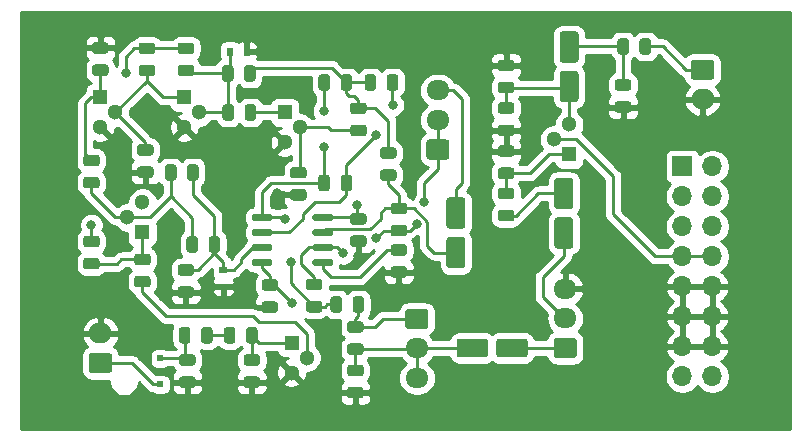
<source format=gbr>
G04 #@! TF.GenerationSoftware,KiCad,Pcbnew,5.1.9-73d0e3b20d~88~ubuntu20.04.1*
G04 #@! TF.CreationDate,2021-02-25T16:20:23+01:00*
G04 #@! TF.ProjectId,kick,6b69636b-2e6b-4696-9361-645f70636258,rev?*
G04 #@! TF.SameCoordinates,Original*
G04 #@! TF.FileFunction,Copper,L1,Top*
G04 #@! TF.FilePolarity,Positive*
%FSLAX46Y46*%
G04 Gerber Fmt 4.6, Leading zero omitted, Abs format (unit mm)*
G04 Created by KiCad (PCBNEW 5.1.9-73d0e3b20d~88~ubuntu20.04.1) date 2021-02-25 16:20:23*
%MOMM*%
%LPD*%
G01*
G04 APERTURE LIST*
G04 #@! TA.AperFunction,SMDPad,CuDef*
%ADD10R,0.500000X0.500000*%
G04 #@! TD*
G04 #@! TA.AperFunction,SMDPad,CuDef*
%ADD11R,0.700000X0.600000*%
G04 #@! TD*
G04 #@! TA.AperFunction,SMDPad,CuDef*
%ADD12R,0.600000X0.700000*%
G04 #@! TD*
G04 #@! TA.AperFunction,ComponentPad*
%ADD13R,1.700000X1.700000*%
G04 #@! TD*
G04 #@! TA.AperFunction,ComponentPad*
%ADD14O,1.700000X1.700000*%
G04 #@! TD*
G04 #@! TA.AperFunction,ComponentPad*
%ADD15O,2.000000X1.700000*%
G04 #@! TD*
G04 #@! TA.AperFunction,ComponentPad*
%ADD16R,1.300000X1.300000*%
G04 #@! TD*
G04 #@! TA.AperFunction,ComponentPad*
%ADD17C,1.300000*%
G04 #@! TD*
G04 #@! TA.AperFunction,ComponentPad*
%ADD18O,1.950000X1.700000*%
G04 #@! TD*
G04 #@! TA.AperFunction,ViaPad*
%ADD19C,3.400000*%
G04 #@! TD*
G04 #@! TA.AperFunction,ViaPad*
%ADD20C,0.800000*%
G04 #@! TD*
G04 #@! TA.AperFunction,Conductor*
%ADD21C,0.254000*%
G04 #@! TD*
G04 #@! TA.AperFunction,Conductor*
%ADD22C,0.100000*%
G04 #@! TD*
G04 APERTURE END LIST*
G04 #@! TA.AperFunction,SMDPad,CuDef*
G36*
G01*
X111049750Y-102890500D02*
X111962250Y-102890500D01*
G75*
G02*
X112206000Y-103134250I0J-243750D01*
G01*
X112206000Y-103621750D01*
G75*
G02*
X111962250Y-103865500I-243750J0D01*
G01*
X111049750Y-103865500D01*
G75*
G02*
X110806000Y-103621750I0J243750D01*
G01*
X110806000Y-103134250D01*
G75*
G02*
X111049750Y-102890500I243750J0D01*
G01*
G37*
G04 #@! TD.AperFunction*
G04 #@! TA.AperFunction,SMDPad,CuDef*
G36*
G01*
X111049750Y-104765500D02*
X111962250Y-104765500D01*
G75*
G02*
X112206000Y-105009250I0J-243750D01*
G01*
X112206000Y-105496750D01*
G75*
G02*
X111962250Y-105740500I-243750J0D01*
G01*
X111049750Y-105740500D01*
G75*
G02*
X110806000Y-105496750I0J243750D01*
G01*
X110806000Y-105009250D01*
G75*
G02*
X111049750Y-104765500I243750J0D01*
G01*
G37*
G04 #@! TD.AperFunction*
G04 #@! TA.AperFunction,SMDPad,CuDef*
G36*
G01*
X121772500Y-110859250D02*
X121772500Y-111771750D01*
G75*
G02*
X121528750Y-112015500I-243750J0D01*
G01*
X121041250Y-112015500D01*
G75*
G02*
X120797500Y-111771750I0J243750D01*
G01*
X120797500Y-110859250D01*
G75*
G02*
X121041250Y-110615500I243750J0D01*
G01*
X121528750Y-110615500D01*
G75*
G02*
X121772500Y-110859250I0J-243750D01*
G01*
G37*
G04 #@! TD.AperFunction*
G04 #@! TA.AperFunction,SMDPad,CuDef*
G36*
G01*
X119897500Y-110859250D02*
X119897500Y-111771750D01*
G75*
G02*
X119653750Y-112015500I-243750J0D01*
G01*
X119166250Y-112015500D01*
G75*
G02*
X118922500Y-111771750I0J243750D01*
G01*
X118922500Y-110859250D01*
G75*
G02*
X119166250Y-110615500I243750J0D01*
G01*
X119653750Y-110615500D01*
G75*
G02*
X119897500Y-110859250I0J-243750D01*
G01*
G37*
G04 #@! TD.AperFunction*
G04 #@! TA.AperFunction,SMDPad,CuDef*
G36*
G01*
X116534250Y-96118500D02*
X115621750Y-96118500D01*
G75*
G02*
X115378000Y-95874750I0J243750D01*
G01*
X115378000Y-95387250D01*
G75*
G02*
X115621750Y-95143500I243750J0D01*
G01*
X116534250Y-95143500D01*
G75*
G02*
X116778000Y-95387250I0J-243750D01*
G01*
X116778000Y-95874750D01*
G75*
G02*
X116534250Y-96118500I-243750J0D01*
G01*
G37*
G04 #@! TD.AperFunction*
G04 #@! TA.AperFunction,SMDPad,CuDef*
G36*
G01*
X116534250Y-97993500D02*
X115621750Y-97993500D01*
G75*
G02*
X115378000Y-97749750I0J243750D01*
G01*
X115378000Y-97262250D01*
G75*
G02*
X115621750Y-97018500I243750J0D01*
G01*
X116534250Y-97018500D01*
G75*
G02*
X116778000Y-97262250I0J-243750D01*
G01*
X116778000Y-97749750D01*
G75*
G02*
X116534250Y-97993500I-243750J0D01*
G01*
G37*
G04 #@! TD.AperFunction*
G04 #@! TA.AperFunction,SMDPad,CuDef*
G36*
G01*
X118724500Y-97079750D02*
X118724500Y-97992250D01*
G75*
G02*
X118480750Y-98236000I-243750J0D01*
G01*
X117993250Y-98236000D01*
G75*
G02*
X117749500Y-97992250I0J243750D01*
G01*
X117749500Y-97079750D01*
G75*
G02*
X117993250Y-96836000I243750J0D01*
G01*
X118480750Y-96836000D01*
G75*
G02*
X118724500Y-97079750I0J-243750D01*
G01*
G37*
G04 #@! TD.AperFunction*
G04 #@! TA.AperFunction,SMDPad,CuDef*
G36*
G01*
X120599500Y-97079750D02*
X120599500Y-97992250D01*
G75*
G02*
X120355750Y-98236000I-243750J0D01*
G01*
X119868250Y-98236000D01*
G75*
G02*
X119624500Y-97992250I0J243750D01*
G01*
X119624500Y-97079750D01*
G75*
G02*
X119868250Y-96836000I243750J0D01*
G01*
X120355750Y-96836000D01*
G75*
G02*
X120599500Y-97079750I0J-243750D01*
G01*
G37*
G04 #@! TD.AperFunction*
G04 #@! TA.AperFunction,SMDPad,CuDef*
G36*
G01*
X127075250Y-107548500D02*
X126162750Y-107548500D01*
G75*
G02*
X125919000Y-107304750I0J243750D01*
G01*
X125919000Y-106817250D01*
G75*
G02*
X126162750Y-106573500I243750J0D01*
G01*
X127075250Y-106573500D01*
G75*
G02*
X127319000Y-106817250I0J-243750D01*
G01*
X127319000Y-107304750D01*
G75*
G02*
X127075250Y-107548500I-243750J0D01*
G01*
G37*
G04 #@! TD.AperFunction*
G04 #@! TA.AperFunction,SMDPad,CuDef*
G36*
G01*
X127075250Y-109423500D02*
X126162750Y-109423500D01*
G75*
G02*
X125919000Y-109179750I0J243750D01*
G01*
X125919000Y-108692250D01*
G75*
G02*
X126162750Y-108448500I243750J0D01*
G01*
X127075250Y-108448500D01*
G75*
G02*
X127319000Y-108692250I0J-243750D01*
G01*
X127319000Y-109179750D01*
G75*
G02*
X127075250Y-109423500I-243750J0D01*
G01*
G37*
G04 #@! TD.AperFunction*
G04 #@! TA.AperFunction,SMDPad,CuDef*
G36*
G01*
X133655750Y-100985500D02*
X134568250Y-100985500D01*
G75*
G02*
X134812000Y-101229250I0J-243750D01*
G01*
X134812000Y-101716750D01*
G75*
G02*
X134568250Y-101960500I-243750J0D01*
G01*
X133655750Y-101960500D01*
G75*
G02*
X133412000Y-101716750I0J243750D01*
G01*
X133412000Y-101229250D01*
G75*
G02*
X133655750Y-100985500I243750J0D01*
G01*
G37*
G04 #@! TD.AperFunction*
G04 #@! TA.AperFunction,SMDPad,CuDef*
G36*
G01*
X133655750Y-102860500D02*
X134568250Y-102860500D01*
G75*
G02*
X134812000Y-103104250I0J-243750D01*
G01*
X134812000Y-103591750D01*
G75*
G02*
X134568250Y-103835500I-243750J0D01*
G01*
X133655750Y-103835500D01*
G75*
G02*
X133412000Y-103591750I0J243750D01*
G01*
X133412000Y-103104250D01*
G75*
G02*
X133655750Y-102860500I243750J0D01*
G01*
G37*
G04 #@! TD.AperFunction*
G04 #@! TA.AperFunction,SMDPad,CuDef*
G36*
G01*
X136515500Y-90372250D02*
X136515500Y-89459750D01*
G75*
G02*
X136759250Y-89216000I243750J0D01*
G01*
X137246750Y-89216000D01*
G75*
G02*
X137490500Y-89459750I0J-243750D01*
G01*
X137490500Y-90372250D01*
G75*
G02*
X137246750Y-90616000I-243750J0D01*
G01*
X136759250Y-90616000D01*
G75*
G02*
X136515500Y-90372250I0J243750D01*
G01*
G37*
G04 #@! TD.AperFunction*
G04 #@! TA.AperFunction,SMDPad,CuDef*
G36*
G01*
X134640500Y-90372250D02*
X134640500Y-89459750D01*
G75*
G02*
X134884250Y-89216000I243750J0D01*
G01*
X135371750Y-89216000D01*
G75*
G02*
X135615500Y-89459750I0J-243750D01*
G01*
X135615500Y-90372250D01*
G75*
G02*
X135371750Y-90616000I-243750J0D01*
G01*
X134884250Y-90616000D01*
G75*
G02*
X134640500Y-90372250I0J243750D01*
G01*
G37*
G04 #@! TD.AperFunction*
G04 #@! TA.AperFunction,SMDPad,CuDef*
G36*
G01*
X130733500Y-90372250D02*
X130733500Y-89459750D01*
G75*
G02*
X130977250Y-89216000I243750J0D01*
G01*
X131464750Y-89216000D01*
G75*
G02*
X131708500Y-89459750I0J-243750D01*
G01*
X131708500Y-90372250D01*
G75*
G02*
X131464750Y-90616000I-243750J0D01*
G01*
X130977250Y-90616000D01*
G75*
G02*
X130733500Y-90372250I0J243750D01*
G01*
G37*
G04 #@! TD.AperFunction*
G04 #@! TA.AperFunction,SMDPad,CuDef*
G36*
G01*
X132608500Y-90372250D02*
X132608500Y-89459750D01*
G75*
G02*
X132852250Y-89216000I243750J0D01*
G01*
X133339750Y-89216000D01*
G75*
G02*
X133583500Y-89459750I0J-243750D01*
G01*
X133583500Y-90372250D01*
G75*
G02*
X133339750Y-90616000I-243750J0D01*
G01*
X132852250Y-90616000D01*
G75*
G02*
X132608500Y-90372250I0J243750D01*
G01*
G37*
G04 #@! TD.AperFunction*
G04 #@! TA.AperFunction,SMDPad,CuDef*
G36*
G01*
X134314250Y-116662500D02*
X133401750Y-116662500D01*
G75*
G02*
X133158000Y-116418750I0J243750D01*
G01*
X133158000Y-115931250D01*
G75*
G02*
X133401750Y-115687500I243750J0D01*
G01*
X134314250Y-115687500D01*
G75*
G02*
X134558000Y-115931250I0J-243750D01*
G01*
X134558000Y-116418750D01*
G75*
G02*
X134314250Y-116662500I-243750J0D01*
G01*
G37*
G04 #@! TD.AperFunction*
G04 #@! TA.AperFunction,SMDPad,CuDef*
G36*
G01*
X134314250Y-114787500D02*
X133401750Y-114787500D01*
G75*
G02*
X133158000Y-114543750I0J243750D01*
G01*
X133158000Y-114056250D01*
G75*
G02*
X133401750Y-113812500I243750J0D01*
G01*
X134314250Y-113812500D01*
G75*
G02*
X134558000Y-114056250I0J-243750D01*
G01*
X134558000Y-114543750D01*
G75*
G02*
X134314250Y-114787500I-243750J0D01*
G01*
G37*
G04 #@! TD.AperFunction*
G04 #@! TA.AperFunction,SMDPad,CuDef*
G36*
G01*
X148439000Y-111845000D02*
X148439000Y-112945000D01*
G75*
G02*
X148189000Y-113195000I-250000J0D01*
G01*
X146039000Y-113195000D01*
G75*
G02*
X145789000Y-112945000I0J250000D01*
G01*
X145789000Y-111845000D01*
G75*
G02*
X146039000Y-111595000I250000J0D01*
G01*
X148189000Y-111595000D01*
G75*
G02*
X148439000Y-111845000I0J-250000D01*
G01*
G37*
G04 #@! TD.AperFunction*
G04 #@! TA.AperFunction,SMDPad,CuDef*
G36*
G01*
X145089000Y-111845000D02*
X145089000Y-112945000D01*
G75*
G02*
X144839000Y-113195000I-250000J0D01*
G01*
X142689000Y-113195000D01*
G75*
G02*
X142439000Y-112945000I0J250000D01*
G01*
X142439000Y-111845000D01*
G75*
G02*
X142689000Y-111595000I250000J0D01*
G01*
X144839000Y-111595000D01*
G75*
G02*
X145089000Y-111845000I0J-250000D01*
G01*
G37*
G04 #@! TD.AperFunction*
G04 #@! TA.AperFunction,SMDPad,CuDef*
G36*
G01*
X152061000Y-103989000D02*
X150961000Y-103989000D01*
G75*
G02*
X150711000Y-103739000I0J250000D01*
G01*
X150711000Y-101589000D01*
G75*
G02*
X150961000Y-101339000I250000J0D01*
G01*
X152061000Y-101339000D01*
G75*
G02*
X152311000Y-101589000I0J-250000D01*
G01*
X152311000Y-103739000D01*
G75*
G02*
X152061000Y-103989000I-250000J0D01*
G01*
G37*
G04 #@! TD.AperFunction*
G04 #@! TA.AperFunction,SMDPad,CuDef*
G36*
G01*
X152061000Y-100639000D02*
X150961000Y-100639000D01*
G75*
G02*
X150711000Y-100389000I0J250000D01*
G01*
X150711000Y-98239000D01*
G75*
G02*
X150961000Y-97989000I250000J0D01*
G01*
X152061000Y-97989000D01*
G75*
G02*
X152311000Y-98239000I0J-250000D01*
G01*
X152311000Y-100389000D01*
G75*
G02*
X152061000Y-100639000I-250000J0D01*
G01*
G37*
G04 #@! TD.AperFunction*
G04 #@! TA.AperFunction,SMDPad,CuDef*
G36*
G01*
X141817000Y-102990000D02*
X142917000Y-102990000D01*
G75*
G02*
X143167000Y-103240000I0J-250000D01*
G01*
X143167000Y-105390000D01*
G75*
G02*
X142917000Y-105640000I-250000J0D01*
G01*
X141817000Y-105640000D01*
G75*
G02*
X141567000Y-105390000I0J250000D01*
G01*
X141567000Y-103240000D01*
G75*
G02*
X141817000Y-102990000I250000J0D01*
G01*
G37*
G04 #@! TD.AperFunction*
G04 #@! TA.AperFunction,SMDPad,CuDef*
G36*
G01*
X141817000Y-99640000D02*
X142917000Y-99640000D01*
G75*
G02*
X143167000Y-99890000I0J-250000D01*
G01*
X143167000Y-102040000D01*
G75*
G02*
X142917000Y-102290000I-250000J0D01*
G01*
X141817000Y-102290000D01*
G75*
G02*
X141567000Y-102040000I0J250000D01*
G01*
X141567000Y-99890000D01*
G75*
G02*
X141817000Y-99640000I250000J0D01*
G01*
G37*
G04 #@! TD.AperFunction*
G04 #@! TA.AperFunction,SMDPad,CuDef*
G36*
G01*
X152505500Y-88232500D02*
X151405500Y-88232500D01*
G75*
G02*
X151155500Y-87982500I0J250000D01*
G01*
X151155500Y-85832500D01*
G75*
G02*
X151405500Y-85582500I250000J0D01*
G01*
X152505500Y-85582500D01*
G75*
G02*
X152755500Y-85832500I0J-250000D01*
G01*
X152755500Y-87982500D01*
G75*
G02*
X152505500Y-88232500I-250000J0D01*
G01*
G37*
G04 #@! TD.AperFunction*
G04 #@! TA.AperFunction,SMDPad,CuDef*
G36*
G01*
X152505500Y-91582500D02*
X151405500Y-91582500D01*
G75*
G02*
X151155500Y-91332500I0J250000D01*
G01*
X151155500Y-89182500D01*
G75*
G02*
X151405500Y-88932500I250000J0D01*
G01*
X152505500Y-88932500D01*
G75*
G02*
X152755500Y-89182500I0J-250000D01*
G01*
X152755500Y-91332500D01*
G75*
G02*
X152505500Y-91582500I-250000J0D01*
G01*
G37*
G04 #@! TD.AperFunction*
G04 #@! TA.AperFunction,SMDPad,CuDef*
G36*
G01*
X146165250Y-87983000D02*
X147077750Y-87983000D01*
G75*
G02*
X147321500Y-88226750I0J-243750D01*
G01*
X147321500Y-88714250D01*
G75*
G02*
X147077750Y-88958000I-243750J0D01*
G01*
X146165250Y-88958000D01*
G75*
G02*
X145921500Y-88714250I0J243750D01*
G01*
X145921500Y-88226750D01*
G75*
G02*
X146165250Y-87983000I243750J0D01*
G01*
G37*
G04 #@! TD.AperFunction*
G04 #@! TA.AperFunction,SMDPad,CuDef*
G36*
G01*
X146165250Y-89858000D02*
X147077750Y-89858000D01*
G75*
G02*
X147321500Y-90101750I0J-243750D01*
G01*
X147321500Y-90589250D01*
G75*
G02*
X147077750Y-90833000I-243750J0D01*
G01*
X146165250Y-90833000D01*
G75*
G02*
X145921500Y-90589250I0J243750D01*
G01*
X145921500Y-90101750D01*
G75*
G02*
X146165250Y-89858000I243750J0D01*
G01*
G37*
G04 #@! TD.AperFunction*
D10*
X117348000Y-113284000D03*
X117348000Y-115484000D03*
D11*
X122682000Y-107191000D03*
X122682000Y-105791000D03*
D12*
X124652000Y-87312500D03*
X123252000Y-87312500D03*
D13*
X161544000Y-97028000D03*
D14*
X164084000Y-97028000D03*
X161544000Y-99568000D03*
X164084000Y-99568000D03*
X161544000Y-102108000D03*
X164084000Y-102108000D03*
X161544000Y-104648000D03*
X164084000Y-104648000D03*
X161544000Y-107188000D03*
X164084000Y-107188000D03*
X161544000Y-109728000D03*
X164084000Y-109728000D03*
X161544000Y-112268000D03*
X164084000Y-112268000D03*
X161544000Y-114808000D03*
X164084000Y-114808000D03*
G04 #@! TA.AperFunction,ComponentPad*
G36*
G01*
X113018000Y-114515000D02*
X111518000Y-114515000D01*
G75*
G02*
X111268000Y-114265000I0J250000D01*
G01*
X111268000Y-113065000D01*
G75*
G02*
X111518000Y-112815000I250000J0D01*
G01*
X113018000Y-112815000D01*
G75*
G02*
X113268000Y-113065000I0J-250000D01*
G01*
X113268000Y-114265000D01*
G75*
G02*
X113018000Y-114515000I-250000J0D01*
G01*
G37*
G04 #@! TD.AperFunction*
D15*
X112268000Y-111165000D03*
G04 #@! TA.AperFunction,ComponentPad*
G36*
G01*
X162508500Y-87986500D02*
X164008500Y-87986500D01*
G75*
G02*
X164258500Y-88236500I0J-250000D01*
G01*
X164258500Y-89436500D01*
G75*
G02*
X164008500Y-89686500I-250000J0D01*
G01*
X162508500Y-89686500D01*
G75*
G02*
X162258500Y-89436500I0J250000D01*
G01*
X162258500Y-88236500D01*
G75*
G02*
X162508500Y-87986500I250000J0D01*
G01*
G37*
G04 #@! TD.AperFunction*
X163258500Y-91336500D03*
D16*
X128460500Y-111950500D03*
D17*
X128460500Y-114490500D03*
X129730500Y-113220500D03*
D16*
X112268000Y-91186000D03*
D17*
X112268000Y-93726000D03*
X113538000Y-92456000D03*
X114554000Y-101346000D03*
X115824000Y-100076000D03*
D16*
X115824000Y-102616000D03*
D17*
X120650000Y-92456000D03*
X119380000Y-93726000D03*
D16*
X119380000Y-91186000D03*
X127889000Y-92456000D03*
D17*
X127889000Y-94996000D03*
X129159000Y-93726000D03*
X150685500Y-94742000D03*
X151955500Y-93472000D03*
D16*
X151955500Y-96012000D03*
G04 #@! TA.AperFunction,SMDPad,CuDef*
G36*
G01*
X119177750Y-114798500D02*
X120090250Y-114798500D01*
G75*
G02*
X120334000Y-115042250I0J-243750D01*
G01*
X120334000Y-115529750D01*
G75*
G02*
X120090250Y-115773500I-243750J0D01*
G01*
X119177750Y-115773500D01*
G75*
G02*
X118934000Y-115529750I0J243750D01*
G01*
X118934000Y-115042250D01*
G75*
G02*
X119177750Y-114798500I243750J0D01*
G01*
G37*
G04 #@! TD.AperFunction*
G04 #@! TA.AperFunction,SMDPad,CuDef*
G36*
G01*
X119177750Y-112923500D02*
X120090250Y-112923500D01*
G75*
G02*
X120334000Y-113167250I0J-243750D01*
G01*
X120334000Y-113654750D01*
G75*
G02*
X120090250Y-113898500I-243750J0D01*
G01*
X119177750Y-113898500D01*
G75*
G02*
X118934000Y-113654750I0J243750D01*
G01*
X118934000Y-113167250D01*
G75*
G02*
X119177750Y-112923500I243750J0D01*
G01*
G37*
G04 #@! TD.AperFunction*
G04 #@! TA.AperFunction,SMDPad,CuDef*
G36*
G01*
X111049750Y-96032500D02*
X111962250Y-96032500D01*
G75*
G02*
X112206000Y-96276250I0J-243750D01*
G01*
X112206000Y-96763750D01*
G75*
G02*
X111962250Y-97007500I-243750J0D01*
G01*
X111049750Y-97007500D01*
G75*
G02*
X110806000Y-96763750I0J243750D01*
G01*
X110806000Y-96276250D01*
G75*
G02*
X111049750Y-96032500I243750J0D01*
G01*
G37*
G04 #@! TD.AperFunction*
G04 #@! TA.AperFunction,SMDPad,CuDef*
G36*
G01*
X111049750Y-97907500D02*
X111962250Y-97907500D01*
G75*
G02*
X112206000Y-98151250I0J-243750D01*
G01*
X112206000Y-98638750D01*
G75*
G02*
X111962250Y-98882500I-243750J0D01*
G01*
X111049750Y-98882500D01*
G75*
G02*
X110806000Y-98638750I0J243750D01*
G01*
X110806000Y-98151250D01*
G75*
G02*
X111049750Y-97907500I243750J0D01*
G01*
G37*
G04 #@! TD.AperFunction*
G04 #@! TA.AperFunction,SMDPad,CuDef*
G36*
G01*
X124607500Y-111771750D02*
X124607500Y-110859250D01*
G75*
G02*
X124851250Y-110615500I243750J0D01*
G01*
X125338750Y-110615500D01*
G75*
G02*
X125582500Y-110859250I0J-243750D01*
G01*
X125582500Y-111771750D01*
G75*
G02*
X125338750Y-112015500I-243750J0D01*
G01*
X124851250Y-112015500D01*
G75*
G02*
X124607500Y-111771750I0J243750D01*
G01*
G37*
G04 #@! TD.AperFunction*
G04 #@! TA.AperFunction,SMDPad,CuDef*
G36*
G01*
X122732500Y-111771750D02*
X122732500Y-110859250D01*
G75*
G02*
X122976250Y-110615500I243750J0D01*
G01*
X123463750Y-110615500D01*
G75*
G02*
X123707500Y-110859250I0J-243750D01*
G01*
X123707500Y-111771750D01*
G75*
G02*
X123463750Y-112015500I-243750J0D01*
G01*
X122976250Y-112015500D01*
G75*
G02*
X122732500Y-111771750I0J243750D01*
G01*
G37*
G04 #@! TD.AperFunction*
G04 #@! TA.AperFunction,SMDPad,CuDef*
G36*
G01*
X124638750Y-112923500D02*
X125551250Y-112923500D01*
G75*
G02*
X125795000Y-113167250I0J-243750D01*
G01*
X125795000Y-113654750D01*
G75*
G02*
X125551250Y-113898500I-243750J0D01*
G01*
X124638750Y-113898500D01*
G75*
G02*
X124395000Y-113654750I0J243750D01*
G01*
X124395000Y-113167250D01*
G75*
G02*
X124638750Y-112923500I243750J0D01*
G01*
G37*
G04 #@! TD.AperFunction*
G04 #@! TA.AperFunction,SMDPad,CuDef*
G36*
G01*
X124638750Y-114798500D02*
X125551250Y-114798500D01*
G75*
G02*
X125795000Y-115042250I0J-243750D01*
G01*
X125795000Y-115529750D01*
G75*
G02*
X125551250Y-115773500I-243750J0D01*
G01*
X124638750Y-115773500D01*
G75*
G02*
X124395000Y-115529750I0J243750D01*
G01*
X124395000Y-115042250D01*
G75*
G02*
X124638750Y-114798500I243750J0D01*
G01*
G37*
G04 #@! TD.AperFunction*
G04 #@! TA.AperFunction,SMDPad,CuDef*
G36*
G01*
X112724250Y-87482500D02*
X111811750Y-87482500D01*
G75*
G02*
X111568000Y-87238750I0J243750D01*
G01*
X111568000Y-86751250D01*
G75*
G02*
X111811750Y-86507500I243750J0D01*
G01*
X112724250Y-86507500D01*
G75*
G02*
X112968000Y-86751250I0J-243750D01*
G01*
X112968000Y-87238750D01*
G75*
G02*
X112724250Y-87482500I-243750J0D01*
G01*
G37*
G04 #@! TD.AperFunction*
G04 #@! TA.AperFunction,SMDPad,CuDef*
G36*
G01*
X112724250Y-89357500D02*
X111811750Y-89357500D01*
G75*
G02*
X111568000Y-89113750I0J243750D01*
G01*
X111568000Y-88626250D01*
G75*
G02*
X111811750Y-88382500I243750J0D01*
G01*
X112724250Y-88382500D01*
G75*
G02*
X112968000Y-88626250I0J-243750D01*
G01*
X112968000Y-89113750D01*
G75*
G02*
X112724250Y-89357500I-243750J0D01*
G01*
G37*
G04 #@! TD.AperFunction*
G04 #@! TA.AperFunction,SMDPad,CuDef*
G36*
G01*
X115367750Y-104414500D02*
X116280250Y-104414500D01*
G75*
G02*
X116524000Y-104658250I0J-243750D01*
G01*
X116524000Y-105145750D01*
G75*
G02*
X116280250Y-105389500I-243750J0D01*
G01*
X115367750Y-105389500D01*
G75*
G02*
X115124000Y-105145750I0J243750D01*
G01*
X115124000Y-104658250D01*
G75*
G02*
X115367750Y-104414500I243750J0D01*
G01*
G37*
G04 #@! TD.AperFunction*
G04 #@! TA.AperFunction,SMDPad,CuDef*
G36*
G01*
X115367750Y-106289500D02*
X116280250Y-106289500D01*
G75*
G02*
X116524000Y-106533250I0J-243750D01*
G01*
X116524000Y-107020750D01*
G75*
G02*
X116280250Y-107264500I-243750J0D01*
G01*
X115367750Y-107264500D01*
G75*
G02*
X115124000Y-107020750I0J243750D01*
G01*
X115124000Y-106533250D01*
G75*
G02*
X115367750Y-106289500I243750J0D01*
G01*
G37*
G04 #@! TD.AperFunction*
G04 #@! TA.AperFunction,SMDPad,CuDef*
G36*
G01*
X115748750Y-88412500D02*
X116661250Y-88412500D01*
G75*
G02*
X116905000Y-88656250I0J-243750D01*
G01*
X116905000Y-89143750D01*
G75*
G02*
X116661250Y-89387500I-243750J0D01*
G01*
X115748750Y-89387500D01*
G75*
G02*
X115505000Y-89143750I0J243750D01*
G01*
X115505000Y-88656250D01*
G75*
G02*
X115748750Y-88412500I243750J0D01*
G01*
G37*
G04 #@! TD.AperFunction*
G04 #@! TA.AperFunction,SMDPad,CuDef*
G36*
G01*
X115748750Y-86537500D02*
X116661250Y-86537500D01*
G75*
G02*
X116905000Y-86781250I0J-243750D01*
G01*
X116905000Y-87268750D01*
G75*
G02*
X116661250Y-87512500I-243750J0D01*
G01*
X115748750Y-87512500D01*
G75*
G02*
X115505000Y-87268750I0J243750D01*
G01*
X115505000Y-86781250D01*
G75*
G02*
X115748750Y-86537500I243750J0D01*
G01*
G37*
G04 #@! TD.AperFunction*
G04 #@! TA.AperFunction,SMDPad,CuDef*
G36*
G01*
X119050750Y-88412500D02*
X119963250Y-88412500D01*
G75*
G02*
X120207000Y-88656250I0J-243750D01*
G01*
X120207000Y-89143750D01*
G75*
G02*
X119963250Y-89387500I-243750J0D01*
G01*
X119050750Y-89387500D01*
G75*
G02*
X118807000Y-89143750I0J243750D01*
G01*
X118807000Y-88656250D01*
G75*
G02*
X119050750Y-88412500I243750J0D01*
G01*
G37*
G04 #@! TD.AperFunction*
G04 #@! TA.AperFunction,SMDPad,CuDef*
G36*
G01*
X119050750Y-86537500D02*
X119963250Y-86537500D01*
G75*
G02*
X120207000Y-86781250I0J-243750D01*
G01*
X120207000Y-87268750D01*
G75*
G02*
X119963250Y-87512500I-243750J0D01*
G01*
X119050750Y-87512500D01*
G75*
G02*
X118807000Y-87268750I0J243750D01*
G01*
X118807000Y-86781250D01*
G75*
G02*
X119050750Y-86537500I243750J0D01*
G01*
G37*
G04 #@! TD.AperFunction*
G04 #@! TA.AperFunction,SMDPad,CuDef*
G36*
G01*
X122407500Y-103175750D02*
X122407500Y-104088250D01*
G75*
G02*
X122163750Y-104332000I-243750J0D01*
G01*
X121676250Y-104332000D01*
G75*
G02*
X121432500Y-104088250I0J243750D01*
G01*
X121432500Y-103175750D01*
G75*
G02*
X121676250Y-102932000I243750J0D01*
G01*
X122163750Y-102932000D01*
G75*
G02*
X122407500Y-103175750I0J-243750D01*
G01*
G37*
G04 #@! TD.AperFunction*
G04 #@! TA.AperFunction,SMDPad,CuDef*
G36*
G01*
X120532500Y-103175750D02*
X120532500Y-104088250D01*
G75*
G02*
X120288750Y-104332000I-243750J0D01*
G01*
X119801250Y-104332000D01*
G75*
G02*
X119557500Y-104088250I0J243750D01*
G01*
X119557500Y-103175750D01*
G75*
G02*
X119801250Y-102932000I243750J0D01*
G01*
X120288750Y-102932000D01*
G75*
G02*
X120532500Y-103175750I0J-243750D01*
G01*
G37*
G04 #@! TD.AperFunction*
G04 #@! TA.AperFunction,SMDPad,CuDef*
G36*
G01*
X119050750Y-107178500D02*
X119963250Y-107178500D01*
G75*
G02*
X120207000Y-107422250I0J-243750D01*
G01*
X120207000Y-107909750D01*
G75*
G02*
X119963250Y-108153500I-243750J0D01*
G01*
X119050750Y-108153500D01*
G75*
G02*
X118807000Y-107909750I0J243750D01*
G01*
X118807000Y-107422250D01*
G75*
G02*
X119050750Y-107178500I243750J0D01*
G01*
G37*
G04 #@! TD.AperFunction*
G04 #@! TA.AperFunction,SMDPad,CuDef*
G36*
G01*
X119050750Y-105303500D02*
X119963250Y-105303500D01*
G75*
G02*
X120207000Y-105547250I0J-243750D01*
G01*
X120207000Y-106034750D01*
G75*
G02*
X119963250Y-106278500I-243750J0D01*
G01*
X119050750Y-106278500D01*
G75*
G02*
X118807000Y-106034750I0J243750D01*
G01*
X118807000Y-105547250D01*
G75*
G02*
X119050750Y-105303500I243750J0D01*
G01*
G37*
G04 #@! TD.AperFunction*
G04 #@! TA.AperFunction,SMDPad,CuDef*
G36*
G01*
X125455500Y-91999750D02*
X125455500Y-92912250D01*
G75*
G02*
X125211750Y-93156000I-243750J0D01*
G01*
X124724250Y-93156000D01*
G75*
G02*
X124480500Y-92912250I0J243750D01*
G01*
X124480500Y-91999750D01*
G75*
G02*
X124724250Y-91756000I243750J0D01*
G01*
X125211750Y-91756000D01*
G75*
G02*
X125455500Y-91999750I0J-243750D01*
G01*
G37*
G04 #@! TD.AperFunction*
G04 #@! TA.AperFunction,SMDPad,CuDef*
G36*
G01*
X123580500Y-91999750D02*
X123580500Y-92912250D01*
G75*
G02*
X123336750Y-93156000I-243750J0D01*
G01*
X122849250Y-93156000D01*
G75*
G02*
X122605500Y-92912250I0J243750D01*
G01*
X122605500Y-91999750D01*
G75*
G02*
X122849250Y-91756000I243750J0D01*
G01*
X123336750Y-91756000D01*
G75*
G02*
X123580500Y-91999750I0J-243750D01*
G01*
G37*
G04 #@! TD.AperFunction*
G04 #@! TA.AperFunction,SMDPad,CuDef*
G36*
G01*
X123550500Y-88697750D02*
X123550500Y-89610250D01*
G75*
G02*
X123306750Y-89854000I-243750J0D01*
G01*
X122819250Y-89854000D01*
G75*
G02*
X122575500Y-89610250I0J243750D01*
G01*
X122575500Y-88697750D01*
G75*
G02*
X122819250Y-88454000I243750J0D01*
G01*
X123306750Y-88454000D01*
G75*
G02*
X123550500Y-88697750I0J-243750D01*
G01*
G37*
G04 #@! TD.AperFunction*
G04 #@! TA.AperFunction,SMDPad,CuDef*
G36*
G01*
X125425500Y-88697750D02*
X125425500Y-89610250D01*
G75*
G02*
X125181750Y-89854000I-243750J0D01*
G01*
X124694250Y-89854000D01*
G75*
G02*
X124450500Y-89610250I0J243750D01*
G01*
X124450500Y-88697750D01*
G75*
G02*
X124694250Y-88454000I243750J0D01*
G01*
X125181750Y-88454000D01*
G75*
G02*
X125425500Y-88697750I0J-243750D01*
G01*
G37*
G04 #@! TD.AperFunction*
G04 #@! TA.AperFunction,SMDPad,CuDef*
G36*
G01*
X130733500Y-98881250D02*
X130733500Y-97968750D01*
G75*
G02*
X130977250Y-97725000I243750J0D01*
G01*
X131464750Y-97725000D01*
G75*
G02*
X131708500Y-97968750I0J-243750D01*
G01*
X131708500Y-98881250D01*
G75*
G02*
X131464750Y-99125000I-243750J0D01*
G01*
X130977250Y-99125000D01*
G75*
G02*
X130733500Y-98881250I0J243750D01*
G01*
G37*
G04 #@! TD.AperFunction*
G04 #@! TA.AperFunction,SMDPad,CuDef*
G36*
G01*
X132608500Y-98881250D02*
X132608500Y-97968750D01*
G75*
G02*
X132852250Y-97725000I243750J0D01*
G01*
X133339750Y-97725000D01*
G75*
G02*
X133583500Y-97968750I0J-243750D01*
G01*
X133583500Y-98881250D01*
G75*
G02*
X133339750Y-99125000I-243750J0D01*
G01*
X132852250Y-99125000D01*
G75*
G02*
X132608500Y-98881250I0J243750D01*
G01*
G37*
G04 #@! TD.AperFunction*
G04 #@! TA.AperFunction,SMDPad,CuDef*
G36*
G01*
X133655750Y-93492500D02*
X134568250Y-93492500D01*
G75*
G02*
X134812000Y-93736250I0J-243750D01*
G01*
X134812000Y-94223750D01*
G75*
G02*
X134568250Y-94467500I-243750J0D01*
G01*
X133655750Y-94467500D01*
G75*
G02*
X133412000Y-94223750I0J243750D01*
G01*
X133412000Y-93736250D01*
G75*
G02*
X133655750Y-93492500I243750J0D01*
G01*
G37*
G04 #@! TD.AperFunction*
G04 #@! TA.AperFunction,SMDPad,CuDef*
G36*
G01*
X133655750Y-91617500D02*
X134568250Y-91617500D01*
G75*
G02*
X134812000Y-91861250I0J-243750D01*
G01*
X134812000Y-92348750D01*
G75*
G02*
X134568250Y-92592500I-243750J0D01*
G01*
X133655750Y-92592500D01*
G75*
G02*
X133412000Y-92348750I0J243750D01*
G01*
X133412000Y-91861250D01*
G75*
G02*
X133655750Y-91617500I243750J0D01*
G01*
G37*
G04 #@! TD.AperFunction*
G04 #@! TA.AperFunction,SMDPad,CuDef*
G36*
G01*
X128575750Y-98938500D02*
X129488250Y-98938500D01*
G75*
G02*
X129732000Y-99182250I0J-243750D01*
G01*
X129732000Y-99669750D01*
G75*
G02*
X129488250Y-99913500I-243750J0D01*
G01*
X128575750Y-99913500D01*
G75*
G02*
X128332000Y-99669750I0J243750D01*
G01*
X128332000Y-99182250D01*
G75*
G02*
X128575750Y-98938500I243750J0D01*
G01*
G37*
G04 #@! TD.AperFunction*
G04 #@! TA.AperFunction,SMDPad,CuDef*
G36*
G01*
X128575750Y-97063500D02*
X129488250Y-97063500D01*
G75*
G02*
X129732000Y-97307250I0J-243750D01*
G01*
X129732000Y-97794750D01*
G75*
G02*
X129488250Y-98038500I-243750J0D01*
G01*
X128575750Y-98038500D01*
G75*
G02*
X128332000Y-97794750I0J243750D01*
G01*
X128332000Y-97307250D01*
G75*
G02*
X128575750Y-97063500I243750J0D01*
G01*
G37*
G04 #@! TD.AperFunction*
G04 #@! TA.AperFunction,SMDPad,CuDef*
G36*
G01*
X131749500Y-109168250D02*
X131749500Y-108255750D01*
G75*
G02*
X131993250Y-108012000I243750J0D01*
G01*
X132480750Y-108012000D01*
G75*
G02*
X132724500Y-108255750I0J-243750D01*
G01*
X132724500Y-109168250D01*
G75*
G02*
X132480750Y-109412000I-243750J0D01*
G01*
X131993250Y-109412000D01*
G75*
G02*
X131749500Y-109168250I0J243750D01*
G01*
G37*
G04 #@! TD.AperFunction*
G04 #@! TA.AperFunction,SMDPad,CuDef*
G36*
G01*
X133624500Y-109168250D02*
X133624500Y-108255750D01*
G75*
G02*
X133868250Y-108012000I243750J0D01*
G01*
X134355750Y-108012000D01*
G75*
G02*
X134599500Y-108255750I0J-243750D01*
G01*
X134599500Y-109168250D01*
G75*
G02*
X134355750Y-109412000I-243750J0D01*
G01*
X133868250Y-109412000D01*
G75*
G02*
X133624500Y-109168250I0J243750D01*
G01*
G37*
G04 #@! TD.AperFunction*
G04 #@! TA.AperFunction,SMDPad,CuDef*
G36*
G01*
X137108250Y-98247500D02*
X136195750Y-98247500D01*
G75*
G02*
X135952000Y-98003750I0J243750D01*
G01*
X135952000Y-97516250D01*
G75*
G02*
X136195750Y-97272500I243750J0D01*
G01*
X137108250Y-97272500D01*
G75*
G02*
X137352000Y-97516250I0J-243750D01*
G01*
X137352000Y-98003750D01*
G75*
G02*
X137108250Y-98247500I-243750J0D01*
G01*
G37*
G04 #@! TD.AperFunction*
G04 #@! TA.AperFunction,SMDPad,CuDef*
G36*
G01*
X137108250Y-96372500D02*
X136195750Y-96372500D01*
G75*
G02*
X135952000Y-96128750I0J243750D01*
G01*
X135952000Y-95641250D01*
G75*
G02*
X136195750Y-95397500I243750J0D01*
G01*
X137108250Y-95397500D01*
G75*
G02*
X137352000Y-95641250I0J-243750D01*
G01*
X137352000Y-96128750D01*
G75*
G02*
X137108250Y-96372500I-243750J0D01*
G01*
G37*
G04 #@! TD.AperFunction*
G04 #@! TA.AperFunction,SMDPad,CuDef*
G36*
G01*
X133401750Y-112004500D02*
X134314250Y-112004500D01*
G75*
G02*
X134558000Y-112248250I0J-243750D01*
G01*
X134558000Y-112735750D01*
G75*
G02*
X134314250Y-112979500I-243750J0D01*
G01*
X133401750Y-112979500D01*
G75*
G02*
X133158000Y-112735750I0J243750D01*
G01*
X133158000Y-112248250D01*
G75*
G02*
X133401750Y-112004500I243750J0D01*
G01*
G37*
G04 #@! TD.AperFunction*
G04 #@! TA.AperFunction,SMDPad,CuDef*
G36*
G01*
X133401750Y-110129500D02*
X134314250Y-110129500D01*
G75*
G02*
X134558000Y-110373250I0J-243750D01*
G01*
X134558000Y-110860750D01*
G75*
G02*
X134314250Y-111104500I-243750J0D01*
G01*
X133401750Y-111104500D01*
G75*
G02*
X133158000Y-110860750I0J243750D01*
G01*
X133158000Y-110373250D01*
G75*
G02*
X133401750Y-110129500I243750J0D01*
G01*
G37*
G04 #@! TD.AperFunction*
G04 #@! TA.AperFunction,SMDPad,CuDef*
G36*
G01*
X129909250Y-108415000D02*
X130821750Y-108415000D01*
G75*
G02*
X131065500Y-108658750I0J-243750D01*
G01*
X131065500Y-109146250D01*
G75*
G02*
X130821750Y-109390000I-243750J0D01*
G01*
X129909250Y-109390000D01*
G75*
G02*
X129665500Y-109146250I0J243750D01*
G01*
X129665500Y-108658750D01*
G75*
G02*
X129909250Y-108415000I243750J0D01*
G01*
G37*
G04 #@! TD.AperFunction*
G04 #@! TA.AperFunction,SMDPad,CuDef*
G36*
G01*
X129909250Y-106540000D02*
X130821750Y-106540000D01*
G75*
G02*
X131065500Y-106783750I0J-243750D01*
G01*
X131065500Y-107271250D01*
G75*
G02*
X130821750Y-107515000I-243750J0D01*
G01*
X129909250Y-107515000D01*
G75*
G02*
X129665500Y-107271250I0J243750D01*
G01*
X129665500Y-106783750D01*
G75*
G02*
X129909250Y-106540000I243750J0D01*
G01*
G37*
G04 #@! TD.AperFunction*
G04 #@! TA.AperFunction,SMDPad,CuDef*
G36*
G01*
X137084750Y-105479000D02*
X137997250Y-105479000D01*
G75*
G02*
X138241000Y-105722750I0J-243750D01*
G01*
X138241000Y-106210250D01*
G75*
G02*
X137997250Y-106454000I-243750J0D01*
G01*
X137084750Y-106454000D01*
G75*
G02*
X136841000Y-106210250I0J243750D01*
G01*
X136841000Y-105722750D01*
G75*
G02*
X137084750Y-105479000I243750J0D01*
G01*
G37*
G04 #@! TD.AperFunction*
G04 #@! TA.AperFunction,SMDPad,CuDef*
G36*
G01*
X137084750Y-103604000D02*
X137997250Y-103604000D01*
G75*
G02*
X138241000Y-103847750I0J-243750D01*
G01*
X138241000Y-104335250D01*
G75*
G02*
X137997250Y-104579000I-243750J0D01*
G01*
X137084750Y-104579000D01*
G75*
G02*
X136841000Y-104335250I0J243750D01*
G01*
X136841000Y-103847750D01*
G75*
G02*
X137084750Y-103604000I243750J0D01*
G01*
G37*
G04 #@! TD.AperFunction*
G04 #@! TA.AperFunction,SMDPad,CuDef*
G36*
G01*
X137084750Y-100096500D02*
X137997250Y-100096500D01*
G75*
G02*
X138241000Y-100340250I0J-243750D01*
G01*
X138241000Y-100827750D01*
G75*
G02*
X137997250Y-101071500I-243750J0D01*
G01*
X137084750Y-101071500D01*
G75*
G02*
X136841000Y-100827750I0J243750D01*
G01*
X136841000Y-100340250D01*
G75*
G02*
X137084750Y-100096500I243750J0D01*
G01*
G37*
G04 #@! TD.AperFunction*
G04 #@! TA.AperFunction,SMDPad,CuDef*
G36*
G01*
X137084750Y-101971500D02*
X137997250Y-101971500D01*
G75*
G02*
X138241000Y-102215250I0J-243750D01*
G01*
X138241000Y-102702750D01*
G75*
G02*
X137997250Y-102946500I-243750J0D01*
G01*
X137084750Y-102946500D01*
G75*
G02*
X136841000Y-102702750I0J243750D01*
G01*
X136841000Y-102215250D01*
G75*
G02*
X137084750Y-101971500I243750J0D01*
G01*
G37*
G04 #@! TD.AperFunction*
G04 #@! TA.AperFunction,SMDPad,CuDef*
G36*
G01*
X146165250Y-98826500D02*
X147077750Y-98826500D01*
G75*
G02*
X147321500Y-99070250I0J-243750D01*
G01*
X147321500Y-99557750D01*
G75*
G02*
X147077750Y-99801500I-243750J0D01*
G01*
X146165250Y-99801500D01*
G75*
G02*
X145921500Y-99557750I0J243750D01*
G01*
X145921500Y-99070250D01*
G75*
G02*
X146165250Y-98826500I243750J0D01*
G01*
G37*
G04 #@! TD.AperFunction*
G04 #@! TA.AperFunction,SMDPad,CuDef*
G36*
G01*
X146165250Y-100701500D02*
X147077750Y-100701500D01*
G75*
G02*
X147321500Y-100945250I0J-243750D01*
G01*
X147321500Y-101432750D01*
G75*
G02*
X147077750Y-101676500I-243750J0D01*
G01*
X146165250Y-101676500D01*
G75*
G02*
X145921500Y-101432750I0J243750D01*
G01*
X145921500Y-100945250D01*
G75*
G02*
X146165250Y-100701500I243750J0D01*
G01*
G37*
G04 #@! TD.AperFunction*
G04 #@! TA.AperFunction,SMDPad,CuDef*
G36*
G01*
X147077750Y-98087000D02*
X146165250Y-98087000D01*
G75*
G02*
X145921500Y-97843250I0J243750D01*
G01*
X145921500Y-97355750D01*
G75*
G02*
X146165250Y-97112000I243750J0D01*
G01*
X147077750Y-97112000D01*
G75*
G02*
X147321500Y-97355750I0J-243750D01*
G01*
X147321500Y-97843250D01*
G75*
G02*
X147077750Y-98087000I-243750J0D01*
G01*
G37*
G04 #@! TD.AperFunction*
G04 #@! TA.AperFunction,SMDPad,CuDef*
G36*
G01*
X147077750Y-96212000D02*
X146165250Y-96212000D01*
G75*
G02*
X145921500Y-95968250I0J243750D01*
G01*
X145921500Y-95480750D01*
G75*
G02*
X146165250Y-95237000I243750J0D01*
G01*
X147077750Y-95237000D01*
G75*
G02*
X147321500Y-95480750I0J-243750D01*
G01*
X147321500Y-95968250D01*
G75*
G02*
X147077750Y-96212000I-243750J0D01*
G01*
G37*
G04 #@! TD.AperFunction*
G04 #@! TA.AperFunction,SMDPad,CuDef*
G36*
G01*
X146165250Y-91602500D02*
X147077750Y-91602500D01*
G75*
G02*
X147321500Y-91846250I0J-243750D01*
G01*
X147321500Y-92333750D01*
G75*
G02*
X147077750Y-92577500I-243750J0D01*
G01*
X146165250Y-92577500D01*
G75*
G02*
X145921500Y-92333750I0J243750D01*
G01*
X145921500Y-91846250D01*
G75*
G02*
X146165250Y-91602500I243750J0D01*
G01*
G37*
G04 #@! TD.AperFunction*
G04 #@! TA.AperFunction,SMDPad,CuDef*
G36*
G01*
X146165250Y-93477500D02*
X147077750Y-93477500D01*
G75*
G02*
X147321500Y-93721250I0J-243750D01*
G01*
X147321500Y-94208750D01*
G75*
G02*
X147077750Y-94452500I-243750J0D01*
G01*
X146165250Y-94452500D01*
G75*
G02*
X145921500Y-94208750I0J243750D01*
G01*
X145921500Y-93721250D01*
G75*
G02*
X146165250Y-93477500I243750J0D01*
G01*
G37*
G04 #@! TD.AperFunction*
G04 #@! TA.AperFunction,SMDPad,CuDef*
G36*
G01*
X157015000Y-86411750D02*
X157015000Y-87324250D01*
G75*
G02*
X156771250Y-87568000I-243750J0D01*
G01*
X156283750Y-87568000D01*
G75*
G02*
X156040000Y-87324250I0J243750D01*
G01*
X156040000Y-86411750D01*
G75*
G02*
X156283750Y-86168000I243750J0D01*
G01*
X156771250Y-86168000D01*
G75*
G02*
X157015000Y-86411750I0J-243750D01*
G01*
G37*
G04 #@! TD.AperFunction*
G04 #@! TA.AperFunction,SMDPad,CuDef*
G36*
G01*
X158890000Y-86411750D02*
X158890000Y-87324250D01*
G75*
G02*
X158646250Y-87568000I-243750J0D01*
G01*
X158158750Y-87568000D01*
G75*
G02*
X157915000Y-87324250I0J243750D01*
G01*
X157915000Y-86411750D01*
G75*
G02*
X158158750Y-86168000I243750J0D01*
G01*
X158646250Y-86168000D01*
G75*
G02*
X158890000Y-86411750I0J-243750D01*
G01*
G37*
G04 #@! TD.AperFunction*
G04 #@! TA.AperFunction,SMDPad,CuDef*
G36*
G01*
X156071250Y-89634000D02*
X156983750Y-89634000D01*
G75*
G02*
X157227500Y-89877750I0J-243750D01*
G01*
X157227500Y-90365250D01*
G75*
G02*
X156983750Y-90609000I-243750J0D01*
G01*
X156071250Y-90609000D01*
G75*
G02*
X155827500Y-90365250I0J243750D01*
G01*
X155827500Y-89877750D01*
G75*
G02*
X156071250Y-89634000I243750J0D01*
G01*
G37*
G04 #@! TD.AperFunction*
G04 #@! TA.AperFunction,SMDPad,CuDef*
G36*
G01*
X156071250Y-91509000D02*
X156983750Y-91509000D01*
G75*
G02*
X157227500Y-91752750I0J-243750D01*
G01*
X157227500Y-92240250D01*
G75*
G02*
X156983750Y-92484000I-243750J0D01*
G01*
X156071250Y-92484000D01*
G75*
G02*
X155827500Y-92240250I0J243750D01*
G01*
X155827500Y-91752750D01*
G75*
G02*
X156071250Y-91509000I243750J0D01*
G01*
G37*
G04 #@! TD.AperFunction*
G04 #@! TA.AperFunction,ComponentPad*
G36*
G01*
X138340000Y-109085000D02*
X139790000Y-109085000D01*
G75*
G02*
X140040000Y-109335000I0J-250000D01*
G01*
X140040000Y-110535000D01*
G75*
G02*
X139790000Y-110785000I-250000J0D01*
G01*
X138340000Y-110785000D01*
G75*
G02*
X138090000Y-110535000I0J250000D01*
G01*
X138090000Y-109335000D01*
G75*
G02*
X138340000Y-109085000I250000J0D01*
G01*
G37*
G04 #@! TD.AperFunction*
D18*
X139065000Y-112435000D03*
X139065000Y-114935000D03*
X151638000Y-107395000D03*
X151638000Y-109895000D03*
G04 #@! TA.AperFunction,ComponentPad*
G36*
G01*
X152363000Y-113245000D02*
X150913000Y-113245000D01*
G75*
G02*
X150663000Y-112995000I0J250000D01*
G01*
X150663000Y-111795000D01*
G75*
G02*
X150913000Y-111545000I250000J0D01*
G01*
X152363000Y-111545000D01*
G75*
G02*
X152613000Y-111795000I0J-250000D01*
G01*
X152613000Y-112995000D01*
G75*
G02*
X152363000Y-113245000I-250000J0D01*
G01*
G37*
G04 #@! TD.AperFunction*
G04 #@! TA.AperFunction,ComponentPad*
G36*
G01*
X141568000Y-96441000D02*
X140118000Y-96441000D01*
G75*
G02*
X139868000Y-96191000I0J250000D01*
G01*
X139868000Y-94991000D01*
G75*
G02*
X140118000Y-94741000I250000J0D01*
G01*
X141568000Y-94741000D01*
G75*
G02*
X141818000Y-94991000I0J-250000D01*
G01*
X141818000Y-96191000D01*
G75*
G02*
X141568000Y-96441000I-250000J0D01*
G01*
G37*
G04 #@! TD.AperFunction*
X140843000Y-93091000D03*
X140843000Y-90591000D03*
G04 #@! TA.AperFunction,SMDPad,CuDef*
G36*
G01*
X125074000Y-101496000D02*
X125074000Y-101196000D01*
G75*
G02*
X125224000Y-101046000I150000J0D01*
G01*
X126674000Y-101046000D01*
G75*
G02*
X126824000Y-101196000I0J-150000D01*
G01*
X126824000Y-101496000D01*
G75*
G02*
X126674000Y-101646000I-150000J0D01*
G01*
X125224000Y-101646000D01*
G75*
G02*
X125074000Y-101496000I0J150000D01*
G01*
G37*
G04 #@! TD.AperFunction*
G04 #@! TA.AperFunction,SMDPad,CuDef*
G36*
G01*
X125074000Y-102766000D02*
X125074000Y-102466000D01*
G75*
G02*
X125224000Y-102316000I150000J0D01*
G01*
X126674000Y-102316000D01*
G75*
G02*
X126824000Y-102466000I0J-150000D01*
G01*
X126824000Y-102766000D01*
G75*
G02*
X126674000Y-102916000I-150000J0D01*
G01*
X125224000Y-102916000D01*
G75*
G02*
X125074000Y-102766000I0J150000D01*
G01*
G37*
G04 #@! TD.AperFunction*
G04 #@! TA.AperFunction,SMDPad,CuDef*
G36*
G01*
X125074000Y-104036000D02*
X125074000Y-103736000D01*
G75*
G02*
X125224000Y-103586000I150000J0D01*
G01*
X126674000Y-103586000D01*
G75*
G02*
X126824000Y-103736000I0J-150000D01*
G01*
X126824000Y-104036000D01*
G75*
G02*
X126674000Y-104186000I-150000J0D01*
G01*
X125224000Y-104186000D01*
G75*
G02*
X125074000Y-104036000I0J150000D01*
G01*
G37*
G04 #@! TD.AperFunction*
G04 #@! TA.AperFunction,SMDPad,CuDef*
G36*
G01*
X125074000Y-105306000D02*
X125074000Y-105006000D01*
G75*
G02*
X125224000Y-104856000I150000J0D01*
G01*
X126674000Y-104856000D01*
G75*
G02*
X126824000Y-105006000I0J-150000D01*
G01*
X126824000Y-105306000D01*
G75*
G02*
X126674000Y-105456000I-150000J0D01*
G01*
X125224000Y-105456000D01*
G75*
G02*
X125074000Y-105306000I0J150000D01*
G01*
G37*
G04 #@! TD.AperFunction*
G04 #@! TA.AperFunction,SMDPad,CuDef*
G36*
G01*
X130224000Y-105306000D02*
X130224000Y-105006000D01*
G75*
G02*
X130374000Y-104856000I150000J0D01*
G01*
X131824000Y-104856000D01*
G75*
G02*
X131974000Y-105006000I0J-150000D01*
G01*
X131974000Y-105306000D01*
G75*
G02*
X131824000Y-105456000I-150000J0D01*
G01*
X130374000Y-105456000D01*
G75*
G02*
X130224000Y-105306000I0J150000D01*
G01*
G37*
G04 #@! TD.AperFunction*
G04 #@! TA.AperFunction,SMDPad,CuDef*
G36*
G01*
X130224000Y-104036000D02*
X130224000Y-103736000D01*
G75*
G02*
X130374000Y-103586000I150000J0D01*
G01*
X131824000Y-103586000D01*
G75*
G02*
X131974000Y-103736000I0J-150000D01*
G01*
X131974000Y-104036000D01*
G75*
G02*
X131824000Y-104186000I-150000J0D01*
G01*
X130374000Y-104186000D01*
G75*
G02*
X130224000Y-104036000I0J150000D01*
G01*
G37*
G04 #@! TD.AperFunction*
G04 #@! TA.AperFunction,SMDPad,CuDef*
G36*
G01*
X130224000Y-102766000D02*
X130224000Y-102466000D01*
G75*
G02*
X130374000Y-102316000I150000J0D01*
G01*
X131824000Y-102316000D01*
G75*
G02*
X131974000Y-102466000I0J-150000D01*
G01*
X131974000Y-102766000D01*
G75*
G02*
X131824000Y-102916000I-150000J0D01*
G01*
X130374000Y-102916000D01*
G75*
G02*
X130224000Y-102766000I0J150000D01*
G01*
G37*
G04 #@! TD.AperFunction*
G04 #@! TA.AperFunction,SMDPad,CuDef*
G36*
G01*
X130224000Y-101496000D02*
X130224000Y-101196000D01*
G75*
G02*
X130374000Y-101046000I150000J0D01*
G01*
X131824000Y-101046000D01*
G75*
G02*
X131974000Y-101196000I0J-150000D01*
G01*
X131974000Y-101496000D01*
G75*
G02*
X131824000Y-101646000I-150000J0D01*
G01*
X130374000Y-101646000D01*
G75*
G02*
X130224000Y-101496000I0J150000D01*
G01*
G37*
G04 #@! TD.AperFunction*
D19*
X168275000Y-96520000D03*
X168275000Y-86360000D03*
X168275000Y-106680000D03*
D20*
X123190000Y-97155000D03*
X118110000Y-102235000D03*
X146050000Y-107950000D03*
X157480000Y-106680000D03*
X127000000Y-86360000D03*
X130810000Y-86360000D03*
X134112000Y-86360000D03*
X157480000Y-109220000D03*
X157480000Y-111760000D03*
X156845000Y-93980000D03*
X156845000Y-95250000D03*
X156845000Y-96520000D03*
X143637000Y-117602000D03*
X146177000Y-117602000D03*
X118110000Y-117475000D03*
X120650000Y-117475000D03*
X123190000Y-117475000D03*
X134112000Y-104648000D03*
X124460000Y-108204000D03*
X113792000Y-96520000D03*
X113030000Y-107696000D03*
X115824000Y-110998000D03*
X127254000Y-99314000D03*
X123190000Y-95504000D03*
X123190000Y-98806000D03*
X128016000Y-90170000D03*
X157480000Y-114300000D03*
D19*
X107950000Y-96520000D03*
X107950000Y-86360000D03*
X107950000Y-106680000D03*
D20*
X128524000Y-108585000D03*
X111506000Y-101981000D03*
X114427000Y-89154000D03*
X133985000Y-100330000D03*
X137033000Y-91821000D03*
X135636000Y-94361000D03*
X131191000Y-92329000D03*
X131191000Y-95377000D03*
X127889000Y-101473000D03*
X128397000Y-105156000D03*
X139058933Y-101860067D03*
X139700000Y-100076000D03*
X132842000Y-104394000D03*
X135636000Y-103124000D03*
D21*
X121285000Y-111315500D02*
X123220000Y-111315500D01*
X119507000Y-113284000D02*
X119634000Y-113411000D01*
X117348000Y-113284000D02*
X119507000Y-113284000D01*
X119410000Y-113187000D02*
X119634000Y-113411000D01*
X119410000Y-111315500D02*
X119410000Y-113187000D01*
X116205000Y-89789000D02*
X113538000Y-92456000D01*
X116205000Y-88900000D02*
X116205000Y-89789000D01*
X117602000Y-91186000D02*
X119380000Y-91186000D01*
X116205000Y-89789000D02*
X117602000Y-91186000D01*
X116078000Y-94996000D02*
X113538000Y-92456000D01*
X116078000Y-95631000D02*
X116078000Y-94996000D01*
X134112000Y-103348000D02*
X134112000Y-104648000D01*
X129032000Y-99426000D02*
X129032000Y-99314000D01*
X129032000Y-99314000D02*
X127254000Y-99314000D01*
X111506000Y-98395000D02*
X111506000Y-99314000D01*
X113538000Y-101346000D02*
X114554000Y-101346000D01*
X111506000Y-99314000D02*
X113538000Y-101346000D01*
X118237000Y-97536000D02*
X118237000Y-99568000D01*
X120045000Y-101376000D02*
X120045000Y-103632000D01*
X118237000Y-99568000D02*
X120045000Y-101376000D01*
X116459000Y-101346000D02*
X118237000Y-99568000D01*
X114554000Y-101346000D02*
X116459000Y-101346000D01*
X122682000Y-105156000D02*
X122682000Y-105791000D01*
X121920000Y-104394000D02*
X122682000Y-105156000D01*
X120523000Y-105791000D02*
X121920000Y-104394000D01*
X119507000Y-105791000D02*
X120523000Y-105791000D01*
X121920000Y-103632000D02*
X121920000Y-104394000D01*
X123571000Y-105791000D02*
X122682000Y-105791000D01*
X124206000Y-105156000D02*
X123571000Y-105791000D01*
X124206000Y-104902000D02*
X124206000Y-105156000D01*
X125222000Y-103886000D02*
X124206000Y-104902000D01*
X125949000Y-103886000D02*
X125222000Y-103886000D01*
X120112000Y-97536000D02*
X120112000Y-99411000D01*
X120112000Y-99411000D02*
X121920000Y-101219000D01*
X121920000Y-101219000D02*
X121920000Y-103632000D01*
X125949000Y-105156000D02*
X125949000Y-105629000D01*
X126619000Y-106299000D02*
X126619000Y-107061000D01*
X125949000Y-105629000D02*
X126619000Y-106299000D01*
X126619000Y-107061000D02*
X127000000Y-107061000D01*
X127000000Y-107061000D02*
X128524000Y-108585000D01*
X116205000Y-87025000D02*
X119507000Y-87025000D01*
X131099000Y-101346000D02*
X133985000Y-101346000D01*
X152574102Y-94742000D02*
X155702000Y-97869898D01*
X150685500Y-94742000D02*
X152574102Y-94742000D01*
X155702000Y-97869898D02*
X155702000Y-99949000D01*
X111506000Y-103378000D02*
X111506000Y-101981000D01*
X114427000Y-89154000D02*
X114427000Y-87757000D01*
X115159000Y-87025000D02*
X116205000Y-87025000D01*
X114427000Y-87757000D02*
X115159000Y-87025000D01*
X133985000Y-101346000D02*
X134112000Y-101473000D01*
X133985000Y-100330000D02*
X133985000Y-101346000D01*
X155702000Y-99949000D02*
X155702000Y-101092000D01*
X159258000Y-104648000D02*
X164084000Y-104648000D01*
X155702000Y-101092000D02*
X159258000Y-104648000D01*
X137003000Y-91791000D02*
X137033000Y-91821000D01*
X137003000Y-89916000D02*
X137003000Y-91791000D01*
X133096000Y-96901000D02*
X133096000Y-98171000D01*
X135636000Y-94361000D02*
X133096000Y-96901000D01*
X133096000Y-99441000D02*
X133096000Y-98425000D01*
X129413000Y-101092000D02*
X130429000Y-100076000D01*
X132461000Y-100076000D02*
X133096000Y-99441000D01*
X128279404Y-102616000D02*
X129413000Y-101482404D01*
X125949000Y-102616000D02*
X128279404Y-102616000D01*
X129413000Y-101482404D02*
X129413000Y-101092000D01*
X130429000Y-100076000D02*
X132461000Y-100076000D01*
X131848473Y-88668473D02*
X133096000Y-89916000D01*
X125423527Y-88668473D02*
X131848473Y-88668473D01*
X124938000Y-89154000D02*
X125423527Y-88668473D01*
X135128000Y-89916000D02*
X133096000Y-89916000D01*
X134112000Y-92105000D02*
X134112000Y-91440000D01*
X134112000Y-91440000D02*
X133731000Y-91059000D01*
X133731000Y-91059000D02*
X133350000Y-91059000D01*
X133096000Y-90805000D02*
X133096000Y-89916000D01*
X133350000Y-91059000D02*
X133096000Y-90805000D01*
X134112000Y-92105000D02*
X135539000Y-92105000D01*
X136652000Y-93218000D02*
X136652000Y-95885000D01*
X135539000Y-92105000D02*
X136652000Y-93218000D01*
X130365500Y-108902500D02*
X131254500Y-108902500D01*
X131445000Y-108712000D02*
X132237000Y-108712000D01*
X131254500Y-108902500D02*
X131445000Y-108712000D01*
X131221000Y-89916000D02*
X131221000Y-92299000D01*
X131221000Y-92299000D02*
X131191000Y-92329000D01*
X131191000Y-98141000D02*
X131221000Y-98171000D01*
X131191000Y-98395000D02*
X131221000Y-98425000D01*
X131191000Y-95377000D02*
X131191000Y-98395000D01*
X131221000Y-98425000D02*
X126746000Y-98425000D01*
X125949000Y-99222000D02*
X125949000Y-101346000D01*
X126746000Y-98425000D02*
X125949000Y-99222000D01*
X127762000Y-101346000D02*
X127889000Y-101473000D01*
X125949000Y-101346000D02*
X127762000Y-101346000D01*
X128397000Y-106934000D02*
X130365500Y-108902500D01*
X128397000Y-105156000D02*
X128397000Y-106934000D01*
X139065000Y-112435000D02*
X139065000Y-114935000D01*
X133858000Y-114300000D02*
X133858000Y-112492000D01*
X139008000Y-112492000D02*
X139065000Y-112435000D01*
X133858000Y-112492000D02*
X139008000Y-112492000D01*
X139105000Y-112395000D02*
X139065000Y-112435000D01*
X143764000Y-112395000D02*
X139105000Y-112395000D01*
X147114000Y-112395000D02*
X151638000Y-112395000D01*
X151638000Y-109895000D02*
X151551000Y-109895000D01*
X151551000Y-109895000D02*
X149733000Y-108077000D01*
X149733000Y-108077000D02*
X149733000Y-106426000D01*
X151511000Y-104648000D02*
X151511000Y-102664000D01*
X149733000Y-106426000D02*
X151511000Y-104648000D01*
X146621500Y-101189000D02*
X147477000Y-101189000D01*
X149352000Y-99314000D02*
X151511000Y-99314000D01*
X147477000Y-101189000D02*
X149352000Y-99314000D01*
X136652000Y-97760000D02*
X136652000Y-98552000D01*
X137541000Y-99441000D02*
X137541000Y-100584000D01*
X136652000Y-98552000D02*
X137541000Y-99441000D01*
X137541000Y-100584000D02*
X138811000Y-100584000D01*
X138811000Y-100584000D02*
X139954000Y-101727000D01*
X139954000Y-101727000D02*
X139954000Y-103759000D01*
X140510000Y-104315000D02*
X142367000Y-104315000D01*
X139954000Y-103759000D02*
X140510000Y-104315000D01*
X131099000Y-102616000D02*
X131353000Y-102362000D01*
X131353000Y-102362000D02*
X135128000Y-102362000D01*
X135128000Y-102362000D02*
X136017000Y-101473000D01*
X136017000Y-101473000D02*
X136017000Y-100965000D01*
X136398000Y-100584000D02*
X137541000Y-100584000D01*
X136017000Y-100965000D02*
X136398000Y-100584000D01*
X140843000Y-90591000D02*
X142153000Y-90591000D01*
X142153000Y-90591000D02*
X142875000Y-91313000D01*
X142875000Y-91313000D02*
X142875000Y-98425000D01*
X142367000Y-98933000D02*
X142367000Y-100965000D01*
X142875000Y-98425000D02*
X142367000Y-98933000D01*
X156527500Y-86868000D02*
X156527500Y-90121500D01*
X151995000Y-86868000D02*
X151955500Y-86907500D01*
X156527500Y-86868000D02*
X151995000Y-86868000D01*
X151955500Y-93472000D02*
X151955500Y-90257500D01*
X151867500Y-90345500D02*
X151955500Y-90257500D01*
X146621500Y-90345500D02*
X151867500Y-90345500D01*
X146621500Y-90345500D02*
X146621500Y-92090000D01*
X116754000Y-115484000D02*
X117348000Y-115484000D01*
X112268000Y-113665000D02*
X114935000Y-113665000D01*
X114935000Y-113665000D02*
X116754000Y-115484000D01*
X119761000Y-89154000D02*
X119507000Y-88900000D01*
X123063000Y-89154000D02*
X119761000Y-89154000D01*
X123252000Y-88965000D02*
X123063000Y-89154000D01*
X123252000Y-87312500D02*
X123252000Y-88965000D01*
X123093000Y-92456000D02*
X120650000Y-92456000D01*
X123093000Y-89184000D02*
X123063000Y-89154000D01*
X123093000Y-92456000D02*
X123093000Y-89184000D01*
X158402500Y-86868000D02*
X159893000Y-86868000D01*
X161861500Y-88836500D02*
X163258500Y-88836500D01*
X159893000Y-86868000D02*
X161861500Y-88836500D01*
X125095000Y-111315500D02*
X125095000Y-113411000D01*
X125730000Y-111950500D02*
X125095000Y-111315500D01*
X128460500Y-111950500D02*
X125730000Y-111950500D01*
X129730500Y-113220500D02*
X129730500Y-111188500D01*
X129730500Y-111188500D02*
X128778000Y-110236000D01*
X128778000Y-110236000D02*
X125730000Y-110236000D01*
X125730000Y-110236000D02*
X125222000Y-109728000D01*
X125222000Y-109728000D02*
X117856000Y-109728000D01*
X117856000Y-109728000D02*
X115824000Y-107696000D01*
X115824000Y-107696000D02*
X115824000Y-106777000D01*
X112268000Y-88870000D02*
X112268000Y-91186000D01*
X112268000Y-91186000D02*
X111506000Y-91186000D01*
X111506000Y-91186000D02*
X110998000Y-91694000D01*
X110998000Y-96012000D02*
X111506000Y-96520000D01*
X110998000Y-91694000D02*
X110998000Y-96012000D01*
X115824000Y-102616000D02*
X115824000Y-104902000D01*
X111506000Y-105253000D02*
X113695000Y-105253000D01*
X114046000Y-104902000D02*
X115824000Y-104902000D01*
X113695000Y-105253000D02*
X114046000Y-104902000D01*
X127889000Y-92456000D02*
X124968000Y-92456000D01*
X131826000Y-93980000D02*
X134112000Y-93980000D01*
X131572000Y-93726000D02*
X131826000Y-93980000D01*
X129159000Y-93726000D02*
X131572000Y-93726000D01*
X129159000Y-97424000D02*
X129032000Y-97551000D01*
X129159000Y-93726000D02*
X129159000Y-97424000D01*
X146621500Y-97599500D02*
X146621500Y-99314000D01*
X146621500Y-97599500D02*
X148653500Y-97599500D01*
X150241000Y-96012000D02*
X151955500Y-96012000D01*
X148653500Y-97599500D02*
X150241000Y-96012000D01*
X133858000Y-110617000D02*
X133858000Y-109982000D01*
X134112000Y-109728000D02*
X134112000Y-108712000D01*
X133858000Y-109982000D02*
X134112000Y-109728000D01*
X139065000Y-109935000D02*
X136191000Y-109935000D01*
X135509000Y-110617000D02*
X133858000Y-110617000D01*
X136191000Y-109935000D02*
X135509000Y-110617000D01*
X130365500Y-107027500D02*
X130365500Y-106362500D01*
X130365500Y-106362500D02*
X129286000Y-105283000D01*
X129286000Y-105283000D02*
X129286000Y-104521000D01*
X129921000Y-103886000D02*
X131099000Y-103886000D01*
X129286000Y-104521000D02*
X129921000Y-103886000D01*
X140843000Y-93091000D02*
X140843000Y-95591000D01*
X138460000Y-102459000D02*
X139058933Y-101860067D01*
X137541000Y-102459000D02*
X138460000Y-102459000D01*
X139700000Y-100076000D02*
X139700000Y-98425000D01*
X140843000Y-97282000D02*
X140843000Y-95591000D01*
X139700000Y-98425000D02*
X140843000Y-97282000D01*
X132334000Y-103886000D02*
X132842000Y-104394000D01*
X131099000Y-103886000D02*
X132334000Y-103886000D01*
X135636000Y-103124000D02*
X136271000Y-102489000D01*
X137511000Y-102489000D02*
X137541000Y-102459000D01*
X136271000Y-102489000D02*
X137511000Y-102489000D01*
X131099000Y-105156000D02*
X131099000Y-105699000D01*
X131099000Y-105699000D02*
X131826000Y-106426000D01*
X131826000Y-106426000D02*
X134239000Y-106426000D01*
X136573500Y-104091500D02*
X137541000Y-104091500D01*
X134239000Y-106426000D02*
X136573500Y-104091500D01*
X170688000Y-119253000D02*
X105537000Y-119253000D01*
X105537000Y-116662500D01*
X132519928Y-116662500D01*
X132532188Y-116786982D01*
X132568498Y-116906680D01*
X132627463Y-117016994D01*
X132706815Y-117113685D01*
X132803506Y-117193037D01*
X132913820Y-117252002D01*
X133033518Y-117288312D01*
X133158000Y-117300572D01*
X133572250Y-117297500D01*
X133731000Y-117138750D01*
X133731000Y-116302000D01*
X133985000Y-116302000D01*
X133985000Y-117138750D01*
X134143750Y-117297500D01*
X134558000Y-117300572D01*
X134682482Y-117288312D01*
X134802180Y-117252002D01*
X134912494Y-117193037D01*
X135009185Y-117113685D01*
X135088537Y-117016994D01*
X135147502Y-116906680D01*
X135183812Y-116786982D01*
X135196072Y-116662500D01*
X135193000Y-116460750D01*
X135034250Y-116302000D01*
X133985000Y-116302000D01*
X133731000Y-116302000D01*
X132681750Y-116302000D01*
X132523000Y-116460750D01*
X132519928Y-116662500D01*
X105537000Y-116662500D01*
X105537000Y-113065000D01*
X110629928Y-113065000D01*
X110629928Y-114265000D01*
X110646992Y-114438254D01*
X110697528Y-114604850D01*
X110779595Y-114758386D01*
X110890038Y-114892962D01*
X111024614Y-115003405D01*
X111178150Y-115085472D01*
X111344746Y-115136008D01*
X111518000Y-115153072D01*
X113018000Y-115153072D01*
X113033000Y-115151595D01*
X113033000Y-115386637D01*
X113080460Y-115625236D01*
X113173557Y-115849992D01*
X113308713Y-116052267D01*
X113480733Y-116224287D01*
X113683008Y-116359443D01*
X113907764Y-116452540D01*
X114146363Y-116500000D01*
X114389637Y-116500000D01*
X114628236Y-116452540D01*
X114852992Y-116359443D01*
X115055267Y-116224287D01*
X115227287Y-116052267D01*
X115362443Y-115849992D01*
X115455540Y-115625236D01*
X115503000Y-115386637D01*
X115503000Y-115310631D01*
X116188721Y-115996352D01*
X116212578Y-116025422D01*
X116328608Y-116120645D01*
X116460985Y-116191402D01*
X116604622Y-116234974D01*
X116716574Y-116246000D01*
X116716576Y-116246000D01*
X116721511Y-116246486D01*
X116743506Y-116264537D01*
X116853820Y-116323502D01*
X116973518Y-116359812D01*
X117098000Y-116372072D01*
X117598000Y-116372072D01*
X117722482Y-116359812D01*
X117842180Y-116323502D01*
X117952494Y-116264537D01*
X118049185Y-116185185D01*
X118128537Y-116088494D01*
X118187502Y-115978180D01*
X118223812Y-115858482D01*
X118232181Y-115773500D01*
X118295928Y-115773500D01*
X118308188Y-115897982D01*
X118344498Y-116017680D01*
X118403463Y-116127994D01*
X118482815Y-116224685D01*
X118579506Y-116304037D01*
X118689820Y-116363002D01*
X118809518Y-116399312D01*
X118934000Y-116411572D01*
X119348250Y-116408500D01*
X119507000Y-116249750D01*
X119507000Y-115413000D01*
X119761000Y-115413000D01*
X119761000Y-116249750D01*
X119919750Y-116408500D01*
X120334000Y-116411572D01*
X120458482Y-116399312D01*
X120578180Y-116363002D01*
X120688494Y-116304037D01*
X120785185Y-116224685D01*
X120864537Y-116127994D01*
X120923502Y-116017680D01*
X120959812Y-115897982D01*
X120972072Y-115773500D01*
X123756928Y-115773500D01*
X123769188Y-115897982D01*
X123805498Y-116017680D01*
X123864463Y-116127994D01*
X123943815Y-116224685D01*
X124040506Y-116304037D01*
X124150820Y-116363002D01*
X124270518Y-116399312D01*
X124395000Y-116411572D01*
X124809250Y-116408500D01*
X124968000Y-116249750D01*
X124968000Y-115413000D01*
X125222000Y-115413000D01*
X125222000Y-116249750D01*
X125380750Y-116408500D01*
X125795000Y-116411572D01*
X125919482Y-116399312D01*
X126039180Y-116363002D01*
X126149494Y-116304037D01*
X126246185Y-116224685D01*
X126325537Y-116127994D01*
X126384502Y-116017680D01*
X126420812Y-115897982D01*
X126433072Y-115773500D01*
X126430000Y-115571750D01*
X126271250Y-115413000D01*
X125222000Y-115413000D01*
X124968000Y-115413000D01*
X123918750Y-115413000D01*
X123760000Y-115571750D01*
X123756928Y-115773500D01*
X120972072Y-115773500D01*
X120969000Y-115571750D01*
X120810250Y-115413000D01*
X119761000Y-115413000D01*
X119507000Y-115413000D01*
X118457750Y-115413000D01*
X118299000Y-115571750D01*
X118295928Y-115773500D01*
X118232181Y-115773500D01*
X118236072Y-115734000D01*
X118236072Y-115376027D01*
X127754578Y-115376027D01*
X127807966Y-115604701D01*
X128037874Y-115710595D01*
X128284024Y-115769602D01*
X128536955Y-115779452D01*
X128786949Y-115739770D01*
X129024396Y-115652078D01*
X129113034Y-115604701D01*
X129166422Y-115376027D01*
X128460500Y-114670105D01*
X127754578Y-115376027D01*
X118236072Y-115376027D01*
X118236072Y-115234000D01*
X118223812Y-115109518D01*
X118187502Y-114989820D01*
X118128537Y-114879506D01*
X118049185Y-114782815D01*
X117952494Y-114703463D01*
X117842180Y-114644498D01*
X117722482Y-114608188D01*
X117598000Y-114595928D01*
X117098000Y-114595928D01*
X116973518Y-114608188D01*
X116959938Y-114612307D01*
X115500284Y-113152654D01*
X115476422Y-113123578D01*
X115360392Y-113028355D01*
X115228015Y-112957598D01*
X115084378Y-112914026D01*
X114972426Y-112903000D01*
X114972423Y-112903000D01*
X114935000Y-112899314D01*
X114897577Y-112903000D01*
X113890116Y-112903000D01*
X113889008Y-112891746D01*
X113838472Y-112725150D01*
X113756405Y-112571614D01*
X113645962Y-112437038D01*
X113511386Y-112326595D01*
X113409407Y-112272086D01*
X113409795Y-112271802D01*
X113606664Y-112057046D01*
X113757854Y-111808009D01*
X113857554Y-111534261D01*
X113859476Y-111521890D01*
X113738155Y-111292000D01*
X112395000Y-111292000D01*
X112395000Y-111312000D01*
X112141000Y-111312000D01*
X112141000Y-111292000D01*
X110797845Y-111292000D01*
X110676524Y-111521890D01*
X110678446Y-111534261D01*
X110778146Y-111808009D01*
X110929336Y-112057046D01*
X111126205Y-112271802D01*
X111126593Y-112272086D01*
X111024614Y-112326595D01*
X110890038Y-112437038D01*
X110779595Y-112571614D01*
X110697528Y-112725150D01*
X110646992Y-112891746D01*
X110629928Y-113065000D01*
X105537000Y-113065000D01*
X105537000Y-110808110D01*
X110676524Y-110808110D01*
X110797845Y-111038000D01*
X112141000Y-111038000D01*
X112141000Y-109837768D01*
X112395000Y-109837768D01*
X112395000Y-111038000D01*
X113738155Y-111038000D01*
X113859476Y-110808110D01*
X113857554Y-110795739D01*
X113757854Y-110521991D01*
X113606664Y-110272954D01*
X113409795Y-110058198D01*
X113174812Y-109885975D01*
X112910745Y-109762904D01*
X112627742Y-109693715D01*
X112395000Y-109837768D01*
X112141000Y-109837768D01*
X111908258Y-109693715D01*
X111625255Y-109762904D01*
X111361188Y-109885975D01*
X111126205Y-110058198D01*
X110929336Y-110272954D01*
X110778146Y-110521991D01*
X110678446Y-110795739D01*
X110676524Y-110808110D01*
X105537000Y-110808110D01*
X105537000Y-96276250D01*
X110167928Y-96276250D01*
X110167928Y-96763750D01*
X110184872Y-96935785D01*
X110235053Y-97101209D01*
X110316542Y-97253664D01*
X110426208Y-97387292D01*
X110511756Y-97457500D01*
X110426208Y-97527708D01*
X110316542Y-97661336D01*
X110235053Y-97813791D01*
X110184872Y-97979215D01*
X110167928Y-98151250D01*
X110167928Y-98638750D01*
X110184872Y-98810785D01*
X110235053Y-98976209D01*
X110316542Y-99128664D01*
X110426208Y-99262292D01*
X110559836Y-99371958D01*
X110712291Y-99453447D01*
X110756040Y-99466718D01*
X110798599Y-99607015D01*
X110869355Y-99739392D01*
X110918785Y-99799622D01*
X110964579Y-99855422D01*
X110993649Y-99879279D01*
X112972720Y-101858351D01*
X112996578Y-101887422D01*
X113025648Y-101911279D01*
X113112607Y-101982645D01*
X113182522Y-102020015D01*
X113244985Y-102053402D01*
X113388622Y-102096974D01*
X113500574Y-102108000D01*
X113500577Y-102108000D01*
X113518901Y-102109805D01*
X113555875Y-102165140D01*
X113734860Y-102344125D01*
X113945324Y-102484753D01*
X114179179Y-102581619D01*
X114427439Y-102631000D01*
X114535928Y-102631000D01*
X114535928Y-103266000D01*
X114548188Y-103390482D01*
X114584498Y-103510180D01*
X114643463Y-103620494D01*
X114722815Y-103717185D01*
X114819506Y-103796537D01*
X114929820Y-103855502D01*
X114979654Y-103870619D01*
X114877836Y-103925042D01*
X114744208Y-104034708D01*
X114657797Y-104140000D01*
X114083423Y-104140000D01*
X114046000Y-104136314D01*
X114008577Y-104140000D01*
X114008574Y-104140000D01*
X113896622Y-104151026D01*
X113752985Y-104194598D01*
X113620608Y-104265355D01*
X113504578Y-104360578D01*
X113480716Y-104389654D01*
X113379370Y-104491000D01*
X112672203Y-104491000D01*
X112585792Y-104385708D01*
X112500244Y-104315500D01*
X112585792Y-104245292D01*
X112695458Y-104111664D01*
X112776947Y-103959209D01*
X112827128Y-103793785D01*
X112844072Y-103621750D01*
X112844072Y-103134250D01*
X112827128Y-102962215D01*
X112776947Y-102796791D01*
X112695458Y-102644336D01*
X112585792Y-102510708D01*
X112452257Y-102401118D01*
X112501226Y-102282898D01*
X112541000Y-102082939D01*
X112541000Y-101879061D01*
X112501226Y-101679102D01*
X112423205Y-101490744D01*
X112309937Y-101321226D01*
X112165774Y-101177063D01*
X111996256Y-101063795D01*
X111807898Y-100985774D01*
X111607939Y-100946000D01*
X111404061Y-100946000D01*
X111204102Y-100985774D01*
X111015744Y-101063795D01*
X110846226Y-101177063D01*
X110702063Y-101321226D01*
X110588795Y-101490744D01*
X110510774Y-101679102D01*
X110471000Y-101879061D01*
X110471000Y-102082939D01*
X110510774Y-102282898D01*
X110559743Y-102401118D01*
X110426208Y-102510708D01*
X110316542Y-102644336D01*
X110235053Y-102796791D01*
X110184872Y-102962215D01*
X110167928Y-103134250D01*
X110167928Y-103621750D01*
X110184872Y-103793785D01*
X110235053Y-103959209D01*
X110316542Y-104111664D01*
X110426208Y-104245292D01*
X110511756Y-104315500D01*
X110426208Y-104385708D01*
X110316542Y-104519336D01*
X110235053Y-104671791D01*
X110184872Y-104837215D01*
X110167928Y-105009250D01*
X110167928Y-105496750D01*
X110184872Y-105668785D01*
X110235053Y-105834209D01*
X110316542Y-105986664D01*
X110426208Y-106120292D01*
X110559836Y-106229958D01*
X110712291Y-106311447D01*
X110877715Y-106361628D01*
X111049750Y-106378572D01*
X111962250Y-106378572D01*
X112134285Y-106361628D01*
X112299709Y-106311447D01*
X112452164Y-106229958D01*
X112585792Y-106120292D01*
X112672203Y-106015000D01*
X113657577Y-106015000D01*
X113695000Y-106018686D01*
X113732423Y-106015000D01*
X113732426Y-106015000D01*
X113844378Y-106003974D01*
X113988015Y-105960402D01*
X114120392Y-105889645D01*
X114236422Y-105794422D01*
X114260284Y-105765346D01*
X114361630Y-105664000D01*
X114657797Y-105664000D01*
X114744208Y-105769292D01*
X114829756Y-105839500D01*
X114744208Y-105909708D01*
X114634542Y-106043336D01*
X114553053Y-106195791D01*
X114502872Y-106361215D01*
X114485928Y-106533250D01*
X114485928Y-107020750D01*
X114502872Y-107192785D01*
X114553053Y-107358209D01*
X114634542Y-107510664D01*
X114744208Y-107644292D01*
X114877836Y-107753958D01*
X115030291Y-107835447D01*
X115074039Y-107848718D01*
X115116598Y-107989014D01*
X115130412Y-108014858D01*
X115187355Y-108121392D01*
X115213706Y-108153500D01*
X115282578Y-108237422D01*
X115311654Y-108261284D01*
X117290720Y-110240351D01*
X117314578Y-110269422D01*
X117343648Y-110293279D01*
X117430607Y-110364645D01*
X117501364Y-110402465D01*
X117562985Y-110435402D01*
X117706622Y-110478974D01*
X117818574Y-110490000D01*
X117818577Y-110490000D01*
X117856000Y-110493686D01*
X117893423Y-110490000D01*
X118368546Y-110490000D01*
X118351553Y-110521791D01*
X118301372Y-110687215D01*
X118284428Y-110859250D01*
X118284428Y-111771750D01*
X118301372Y-111943785D01*
X118351553Y-112109209D01*
X118433042Y-112261664D01*
X118542708Y-112395292D01*
X118638880Y-112474219D01*
X118580659Y-112522000D01*
X117975081Y-112522000D01*
X117952494Y-112503463D01*
X117842180Y-112444498D01*
X117722482Y-112408188D01*
X117598000Y-112395928D01*
X117098000Y-112395928D01*
X116973518Y-112408188D01*
X116853820Y-112444498D01*
X116743506Y-112503463D01*
X116646815Y-112582815D01*
X116567463Y-112679506D01*
X116508498Y-112789820D01*
X116472188Y-112909518D01*
X116459928Y-113034000D01*
X116459928Y-113534000D01*
X116472188Y-113658482D01*
X116508498Y-113778180D01*
X116567463Y-113888494D01*
X116646815Y-113985185D01*
X116743506Y-114064537D01*
X116853820Y-114123502D01*
X116973518Y-114159812D01*
X117098000Y-114172072D01*
X117598000Y-114172072D01*
X117722482Y-114159812D01*
X117842180Y-114123502D01*
X117952494Y-114064537D01*
X117975081Y-114046000D01*
X118391805Y-114046000D01*
X118444542Y-114144664D01*
X118554208Y-114278292D01*
X118560564Y-114283508D01*
X118482815Y-114347315D01*
X118403463Y-114444006D01*
X118344498Y-114554320D01*
X118308188Y-114674018D01*
X118295928Y-114798500D01*
X118299000Y-115000250D01*
X118457750Y-115159000D01*
X119507000Y-115159000D01*
X119507000Y-115139000D01*
X119761000Y-115139000D01*
X119761000Y-115159000D01*
X120810250Y-115159000D01*
X120969000Y-115000250D01*
X120972072Y-114798500D01*
X120959812Y-114674018D01*
X120923502Y-114554320D01*
X120864537Y-114444006D01*
X120785185Y-114347315D01*
X120707436Y-114283508D01*
X120713792Y-114278292D01*
X120823458Y-114144664D01*
X120904947Y-113992209D01*
X120955128Y-113826785D01*
X120972072Y-113654750D01*
X120972072Y-113167250D01*
X120955128Y-112995215D01*
X120904947Y-112829791D01*
X120823458Y-112677336D01*
X120763809Y-112604653D01*
X120869215Y-112636628D01*
X121041250Y-112653572D01*
X121528750Y-112653572D01*
X121700785Y-112636628D01*
X121866209Y-112586447D01*
X122018664Y-112504958D01*
X122152292Y-112395292D01*
X122252500Y-112273189D01*
X122352708Y-112395292D01*
X122486336Y-112504958D01*
X122638791Y-112586447D01*
X122804215Y-112636628D01*
X122976250Y-112653572D01*
X123463750Y-112653572D01*
X123635785Y-112636628D01*
X123801209Y-112586447D01*
X123953664Y-112504958D01*
X124087292Y-112395292D01*
X124157500Y-112309744D01*
X124225764Y-112392923D01*
X124148836Y-112434042D01*
X124015208Y-112543708D01*
X123905542Y-112677336D01*
X123824053Y-112829791D01*
X123773872Y-112995215D01*
X123756928Y-113167250D01*
X123756928Y-113654750D01*
X123773872Y-113826785D01*
X123824053Y-113992209D01*
X123905542Y-114144664D01*
X124015208Y-114278292D01*
X124021564Y-114283508D01*
X123943815Y-114347315D01*
X123864463Y-114444006D01*
X123805498Y-114554320D01*
X123769188Y-114674018D01*
X123756928Y-114798500D01*
X123760000Y-115000250D01*
X123918750Y-115159000D01*
X124968000Y-115159000D01*
X124968000Y-115139000D01*
X125222000Y-115139000D01*
X125222000Y-115159000D01*
X126271250Y-115159000D01*
X126430000Y-115000250D01*
X126433072Y-114798500D01*
X126420812Y-114674018D01*
X126388335Y-114566955D01*
X127171548Y-114566955D01*
X127211230Y-114816949D01*
X127298922Y-115054396D01*
X127346299Y-115143034D01*
X127574973Y-115196422D01*
X128280895Y-114490500D01*
X127574973Y-113784578D01*
X127346299Y-113837966D01*
X127240405Y-114067874D01*
X127181398Y-114314024D01*
X127171548Y-114566955D01*
X126388335Y-114566955D01*
X126384502Y-114554320D01*
X126325537Y-114444006D01*
X126246185Y-114347315D01*
X126168436Y-114283508D01*
X126174792Y-114278292D01*
X126284458Y-114144664D01*
X126365947Y-113992209D01*
X126416128Y-113826785D01*
X126433072Y-113654750D01*
X126433072Y-113167250D01*
X126416128Y-112995215D01*
X126365947Y-112829791D01*
X126303254Y-112712500D01*
X127183459Y-112712500D01*
X127184688Y-112724982D01*
X127220998Y-112844680D01*
X127279963Y-112954994D01*
X127359315Y-113051685D01*
X127456006Y-113131037D01*
X127566320Y-113190002D01*
X127686018Y-113226312D01*
X127810500Y-113238572D01*
X128150796Y-113238572D01*
X128134051Y-113241230D01*
X127896604Y-113328922D01*
X127807966Y-113376299D01*
X127754578Y-113604973D01*
X128460500Y-114310895D01*
X128474643Y-114296753D01*
X128654248Y-114476358D01*
X128640105Y-114490500D01*
X129346027Y-115196422D01*
X129574701Y-115143034D01*
X129680595Y-114913126D01*
X129739602Y-114666976D01*
X129745890Y-114505500D01*
X129857061Y-114505500D01*
X130105321Y-114456119D01*
X130339176Y-114359253D01*
X130549640Y-114218625D01*
X130728625Y-114039640D01*
X130869253Y-113829176D01*
X130966119Y-113595321D01*
X131015500Y-113347061D01*
X131015500Y-113093939D01*
X130966119Y-112845679D01*
X130869253Y-112611824D01*
X130728625Y-112401360D01*
X130549640Y-112222375D01*
X130492500Y-112184195D01*
X130492500Y-111225922D01*
X130496186Y-111188499D01*
X130488119Y-111106595D01*
X130481474Y-111039122D01*
X130437902Y-110895485D01*
X130435029Y-110890109D01*
X130418534Y-110859250D01*
X130367145Y-110763108D01*
X130271922Y-110647078D01*
X130242851Y-110623221D01*
X129584403Y-109964773D01*
X129737215Y-110011128D01*
X129909250Y-110028072D01*
X130821750Y-110028072D01*
X130993785Y-110011128D01*
X131159209Y-109960947D01*
X131311664Y-109879458D01*
X131394097Y-109811807D01*
X131503336Y-109901458D01*
X131655791Y-109982947D01*
X131821215Y-110033128D01*
X131993250Y-110050072D01*
X132480750Y-110050072D01*
X132585861Y-110039719D01*
X132536872Y-110201215D01*
X132519928Y-110373250D01*
X132519928Y-110860750D01*
X132536872Y-111032785D01*
X132587053Y-111198209D01*
X132668542Y-111350664D01*
X132778208Y-111484292D01*
X132863756Y-111554500D01*
X132778208Y-111624708D01*
X132668542Y-111758336D01*
X132587053Y-111910791D01*
X132536872Y-112076215D01*
X132519928Y-112248250D01*
X132519928Y-112735750D01*
X132536872Y-112907785D01*
X132587053Y-113073209D01*
X132668542Y-113225664D01*
X132778208Y-113359292D01*
X132822937Y-113396000D01*
X132778208Y-113432708D01*
X132668542Y-113566336D01*
X132587053Y-113718791D01*
X132536872Y-113884215D01*
X132519928Y-114056250D01*
X132519928Y-114543750D01*
X132536872Y-114715785D01*
X132587053Y-114881209D01*
X132668542Y-115033664D01*
X132778208Y-115167292D01*
X132784564Y-115172508D01*
X132706815Y-115236315D01*
X132627463Y-115333006D01*
X132568498Y-115443320D01*
X132532188Y-115563018D01*
X132519928Y-115687500D01*
X132523000Y-115889250D01*
X132681750Y-116048000D01*
X133731000Y-116048000D01*
X133731000Y-116028000D01*
X133985000Y-116028000D01*
X133985000Y-116048000D01*
X135034250Y-116048000D01*
X135193000Y-115889250D01*
X135196072Y-115687500D01*
X135183812Y-115563018D01*
X135147502Y-115443320D01*
X135088537Y-115333006D01*
X135009185Y-115236315D01*
X134931436Y-115172508D01*
X134937792Y-115167292D01*
X135047458Y-115033664D01*
X135128947Y-114881209D01*
X135179128Y-114715785D01*
X135196072Y-114543750D01*
X135196072Y-114056250D01*
X135179128Y-113884215D01*
X135128947Y-113718791D01*
X135047458Y-113566336D01*
X134937792Y-113432708D01*
X134893063Y-113396000D01*
X134937792Y-113359292D01*
X135024203Y-113254000D01*
X137693941Y-113254000D01*
X137699294Y-113264014D01*
X137884866Y-113490134D01*
X138110986Y-113675706D01*
X138128374Y-113685000D01*
X138110986Y-113694294D01*
X137884866Y-113879866D01*
X137699294Y-114105986D01*
X137561401Y-114363966D01*
X137476487Y-114643889D01*
X137447815Y-114935000D01*
X137476487Y-115226111D01*
X137561401Y-115506034D01*
X137699294Y-115764014D01*
X137884866Y-115990134D01*
X138110986Y-116175706D01*
X138368966Y-116313599D01*
X138648889Y-116398513D01*
X138867050Y-116420000D01*
X139262950Y-116420000D01*
X139481111Y-116398513D01*
X139761034Y-116313599D01*
X140019014Y-116175706D01*
X140245134Y-115990134D01*
X140430706Y-115764014D01*
X140568599Y-115506034D01*
X140653513Y-115226111D01*
X140682185Y-114935000D01*
X140655272Y-114661740D01*
X160059000Y-114661740D01*
X160059000Y-114954260D01*
X160116068Y-115241158D01*
X160228010Y-115511411D01*
X160390525Y-115754632D01*
X160597368Y-115961475D01*
X160840589Y-116123990D01*
X161110842Y-116235932D01*
X161397740Y-116293000D01*
X161690260Y-116293000D01*
X161977158Y-116235932D01*
X162247411Y-116123990D01*
X162490632Y-115961475D01*
X162697475Y-115754632D01*
X162814000Y-115580240D01*
X162930525Y-115754632D01*
X163137368Y-115961475D01*
X163380589Y-116123990D01*
X163650842Y-116235932D01*
X163937740Y-116293000D01*
X164230260Y-116293000D01*
X164517158Y-116235932D01*
X164787411Y-116123990D01*
X165030632Y-115961475D01*
X165237475Y-115754632D01*
X165399990Y-115511411D01*
X165511932Y-115241158D01*
X165569000Y-114954260D01*
X165569000Y-114661740D01*
X165511932Y-114374842D01*
X165399990Y-114104589D01*
X165237475Y-113861368D01*
X165030632Y-113654525D01*
X164848466Y-113532805D01*
X164965355Y-113463178D01*
X165181588Y-113268269D01*
X165355641Y-113034920D01*
X165480825Y-112772099D01*
X165525476Y-112624890D01*
X165404155Y-112395000D01*
X164211000Y-112395000D01*
X164211000Y-112415000D01*
X163957000Y-112415000D01*
X163957000Y-112395000D01*
X161671000Y-112395000D01*
X161671000Y-112415000D01*
X161417000Y-112415000D01*
X161417000Y-112395000D01*
X160223845Y-112395000D01*
X160102524Y-112624890D01*
X160147175Y-112772099D01*
X160272359Y-113034920D01*
X160446412Y-113268269D01*
X160662645Y-113463178D01*
X160779534Y-113532805D01*
X160597368Y-113654525D01*
X160390525Y-113861368D01*
X160228010Y-114104589D01*
X160116068Y-114374842D01*
X160059000Y-114661740D01*
X140655272Y-114661740D01*
X140653513Y-114643889D01*
X140568599Y-114363966D01*
X140430706Y-114105986D01*
X140245134Y-113879866D01*
X140019014Y-113694294D01*
X140001626Y-113685000D01*
X140019014Y-113675706D01*
X140245134Y-113490134D01*
X140430706Y-113264014D01*
X140487906Y-113157000D01*
X141829745Y-113157000D01*
X141868528Y-113284850D01*
X141950595Y-113438386D01*
X142061038Y-113572962D01*
X142195614Y-113683405D01*
X142349150Y-113765472D01*
X142515746Y-113816008D01*
X142689000Y-113833072D01*
X144839000Y-113833072D01*
X145012254Y-113816008D01*
X145178850Y-113765472D01*
X145332386Y-113683405D01*
X145439000Y-113595910D01*
X145545614Y-113683405D01*
X145699150Y-113765472D01*
X145865746Y-113816008D01*
X146039000Y-113833072D01*
X148189000Y-113833072D01*
X148362254Y-113816008D01*
X148528850Y-113765472D01*
X148682386Y-113683405D01*
X148816962Y-113572962D01*
X148927405Y-113438386D01*
X149009472Y-113284850D01*
X149048255Y-113157000D01*
X150040884Y-113157000D01*
X150041992Y-113168254D01*
X150092528Y-113334850D01*
X150174595Y-113488386D01*
X150285038Y-113622962D01*
X150419614Y-113733405D01*
X150573150Y-113815472D01*
X150739746Y-113866008D01*
X150913000Y-113883072D01*
X152363000Y-113883072D01*
X152536254Y-113866008D01*
X152702850Y-113815472D01*
X152856386Y-113733405D01*
X152990962Y-113622962D01*
X153101405Y-113488386D01*
X153183472Y-113334850D01*
X153234008Y-113168254D01*
X153251072Y-112995000D01*
X153251072Y-111795000D01*
X153234008Y-111621746D01*
X153183472Y-111455150D01*
X153101405Y-111301614D01*
X152990962Y-111167038D01*
X152856386Y-111056595D01*
X152754663Y-111002223D01*
X152818134Y-110950134D01*
X153003706Y-110724014D01*
X153141599Y-110466034D01*
X153226513Y-110186111D01*
X153236482Y-110084890D01*
X160102524Y-110084890D01*
X160147175Y-110232099D01*
X160272359Y-110494920D01*
X160446412Y-110728269D01*
X160662645Y-110923178D01*
X160788255Y-110998000D01*
X160662645Y-111072822D01*
X160446412Y-111267731D01*
X160272359Y-111501080D01*
X160147175Y-111763901D01*
X160102524Y-111911110D01*
X160223845Y-112141000D01*
X161417000Y-112141000D01*
X161417000Y-109855000D01*
X161671000Y-109855000D01*
X161671000Y-112141000D01*
X163957000Y-112141000D01*
X163957000Y-109855000D01*
X164211000Y-109855000D01*
X164211000Y-112141000D01*
X165404155Y-112141000D01*
X165525476Y-111911110D01*
X165480825Y-111763901D01*
X165355641Y-111501080D01*
X165181588Y-111267731D01*
X164965355Y-111072822D01*
X164839745Y-110998000D01*
X164965355Y-110923178D01*
X165181588Y-110728269D01*
X165355641Y-110494920D01*
X165480825Y-110232099D01*
X165525476Y-110084890D01*
X165404155Y-109855000D01*
X164211000Y-109855000D01*
X163957000Y-109855000D01*
X161671000Y-109855000D01*
X161417000Y-109855000D01*
X160223845Y-109855000D01*
X160102524Y-110084890D01*
X153236482Y-110084890D01*
X153255185Y-109895000D01*
X153226513Y-109603889D01*
X153141599Y-109323966D01*
X153003706Y-109065986D01*
X152818134Y-108839866D01*
X152592014Y-108654294D01*
X152566278Y-108640538D01*
X152772429Y-108484049D01*
X152965496Y-108266193D01*
X153112352Y-108014858D01*
X153204476Y-107751890D01*
X153095235Y-107544890D01*
X160102524Y-107544890D01*
X160147175Y-107692099D01*
X160272359Y-107954920D01*
X160446412Y-108188269D01*
X160662645Y-108383178D01*
X160788255Y-108458000D01*
X160662645Y-108532822D01*
X160446412Y-108727731D01*
X160272359Y-108961080D01*
X160147175Y-109223901D01*
X160102524Y-109371110D01*
X160223845Y-109601000D01*
X161417000Y-109601000D01*
X161417000Y-107315000D01*
X161671000Y-107315000D01*
X161671000Y-109601000D01*
X163957000Y-109601000D01*
X163957000Y-107315000D01*
X164211000Y-107315000D01*
X164211000Y-109601000D01*
X165404155Y-109601000D01*
X165525476Y-109371110D01*
X165480825Y-109223901D01*
X165355641Y-108961080D01*
X165181588Y-108727731D01*
X164965355Y-108532822D01*
X164839745Y-108458000D01*
X164965355Y-108383178D01*
X165181588Y-108188269D01*
X165355641Y-107954920D01*
X165480825Y-107692099D01*
X165525476Y-107544890D01*
X165404155Y-107315000D01*
X164211000Y-107315000D01*
X163957000Y-107315000D01*
X161671000Y-107315000D01*
X161417000Y-107315000D01*
X160223845Y-107315000D01*
X160102524Y-107544890D01*
X153095235Y-107544890D01*
X153083155Y-107522000D01*
X151765000Y-107522000D01*
X151765000Y-107542000D01*
X151511000Y-107542000D01*
X151511000Y-107522000D01*
X151491000Y-107522000D01*
X151491000Y-107268000D01*
X151511000Y-107268000D01*
X151511000Y-106068835D01*
X151765000Y-106068835D01*
X151765000Y-107268000D01*
X153083155Y-107268000D01*
X153204476Y-107038110D01*
X153112352Y-106775142D01*
X152965496Y-106523807D01*
X152772429Y-106305951D01*
X152540570Y-106129947D01*
X152278830Y-106002558D01*
X151997267Y-105928680D01*
X151765000Y-106068835D01*
X151511000Y-106068835D01*
X151296955Y-105939675D01*
X152023347Y-105213283D01*
X152052422Y-105189422D01*
X152124659Y-105101401D01*
X152147645Y-105073393D01*
X152192227Y-104989985D01*
X152218402Y-104941015D01*
X152261974Y-104797378D01*
X152273000Y-104685426D01*
X152273000Y-104685423D01*
X152276686Y-104648000D01*
X152273000Y-104610577D01*
X152273000Y-104598255D01*
X152400850Y-104559472D01*
X152554386Y-104477405D01*
X152688962Y-104366962D01*
X152799405Y-104232386D01*
X152881472Y-104078850D01*
X152932008Y-103912254D01*
X152949072Y-103739000D01*
X152949072Y-101589000D01*
X152932008Y-101415746D01*
X152881472Y-101249150D01*
X152799405Y-101095614D01*
X152711910Y-100989000D01*
X152799405Y-100882386D01*
X152881472Y-100728850D01*
X152932008Y-100562254D01*
X152949072Y-100389000D01*
X152949072Y-98239000D01*
X152932008Y-98065746D01*
X152881472Y-97899150D01*
X152799405Y-97745614D01*
X152688962Y-97611038D01*
X152554386Y-97500595D01*
X152400850Y-97418528D01*
X152234254Y-97367992D01*
X152061000Y-97350928D01*
X150961000Y-97350928D01*
X150787746Y-97367992D01*
X150621150Y-97418528D01*
X150467614Y-97500595D01*
X150333038Y-97611038D01*
X150222595Y-97745614D01*
X150140528Y-97899150D01*
X150089992Y-98065746D01*
X150072928Y-98239000D01*
X150072928Y-98552000D01*
X149389422Y-98552000D01*
X149351999Y-98548314D01*
X149314576Y-98552000D01*
X149314574Y-98552000D01*
X149202622Y-98563026D01*
X149058985Y-98606598D01*
X148926608Y-98677355D01*
X148810578Y-98772578D01*
X148786721Y-98801648D01*
X147951810Y-99636560D01*
X147959572Y-99557750D01*
X147959572Y-99070250D01*
X147942628Y-98898215D01*
X147892447Y-98732791D01*
X147810958Y-98580336D01*
X147709533Y-98456750D01*
X147787703Y-98361500D01*
X148616077Y-98361500D01*
X148653500Y-98365186D01*
X148690923Y-98361500D01*
X148690926Y-98361500D01*
X148802878Y-98350474D01*
X148946515Y-98306902D01*
X149078892Y-98236145D01*
X149194922Y-98140922D01*
X149218784Y-98111846D01*
X150556631Y-96774000D01*
X150678459Y-96774000D01*
X150679688Y-96786482D01*
X150715998Y-96906180D01*
X150774963Y-97016494D01*
X150854315Y-97113185D01*
X150951006Y-97192537D01*
X151061320Y-97251502D01*
X151181018Y-97287812D01*
X151305500Y-97300072D01*
X152605500Y-97300072D01*
X152729982Y-97287812D01*
X152849680Y-97251502D01*
X152959994Y-97192537D01*
X153056685Y-97113185D01*
X153136037Y-97016494D01*
X153195002Y-96906180D01*
X153231312Y-96786482D01*
X153243572Y-96662000D01*
X153243572Y-96489100D01*
X154940000Y-98185529D01*
X154940001Y-99911565D01*
X154940000Y-99911575D01*
X154940001Y-101054567D01*
X154936314Y-101092000D01*
X154951027Y-101241378D01*
X154994599Y-101385015D01*
X155065355Y-101517392D01*
X155112583Y-101574939D01*
X155160579Y-101633422D01*
X155189649Y-101657279D01*
X158692720Y-105160351D01*
X158716578Y-105189422D01*
X158832608Y-105284645D01*
X158964985Y-105355402D01*
X159108622Y-105398974D01*
X159220574Y-105410000D01*
X159220576Y-105410000D01*
X159257999Y-105413686D01*
X159295422Y-105410000D01*
X160267158Y-105410000D01*
X160390525Y-105594632D01*
X160597368Y-105801475D01*
X160779534Y-105923195D01*
X160662645Y-105992822D01*
X160446412Y-106187731D01*
X160272359Y-106421080D01*
X160147175Y-106683901D01*
X160102524Y-106831110D01*
X160223845Y-107061000D01*
X161417000Y-107061000D01*
X161417000Y-107041000D01*
X161671000Y-107041000D01*
X161671000Y-107061000D01*
X163957000Y-107061000D01*
X163957000Y-107041000D01*
X164211000Y-107041000D01*
X164211000Y-107061000D01*
X165404155Y-107061000D01*
X165525476Y-106831110D01*
X165480825Y-106683901D01*
X165355641Y-106421080D01*
X165181588Y-106187731D01*
X164965355Y-105992822D01*
X164848466Y-105923195D01*
X165030632Y-105801475D01*
X165237475Y-105594632D01*
X165399990Y-105351411D01*
X165511932Y-105081158D01*
X165569000Y-104794260D01*
X165569000Y-104501740D01*
X165511932Y-104214842D01*
X165399990Y-103944589D01*
X165237475Y-103701368D01*
X165030632Y-103494525D01*
X164856240Y-103378000D01*
X165030632Y-103261475D01*
X165237475Y-103054632D01*
X165399990Y-102811411D01*
X165511932Y-102541158D01*
X165569000Y-102254260D01*
X165569000Y-101961740D01*
X165511932Y-101674842D01*
X165399990Y-101404589D01*
X165237475Y-101161368D01*
X165030632Y-100954525D01*
X164856240Y-100838000D01*
X165030632Y-100721475D01*
X165237475Y-100514632D01*
X165399990Y-100271411D01*
X165511932Y-100001158D01*
X165569000Y-99714260D01*
X165569000Y-99421740D01*
X165511932Y-99134842D01*
X165399990Y-98864589D01*
X165237475Y-98621368D01*
X165030632Y-98414525D01*
X164856240Y-98298000D01*
X165030632Y-98181475D01*
X165237475Y-97974632D01*
X165399990Y-97731411D01*
X165511932Y-97461158D01*
X165569000Y-97174260D01*
X165569000Y-96881740D01*
X165511932Y-96594842D01*
X165399990Y-96324589D01*
X165237475Y-96081368D01*
X165030632Y-95874525D01*
X164787411Y-95712010D01*
X164517158Y-95600068D01*
X164230260Y-95543000D01*
X163937740Y-95543000D01*
X163650842Y-95600068D01*
X163380589Y-95712010D01*
X163137368Y-95874525D01*
X163005513Y-96006380D01*
X162983502Y-95933820D01*
X162924537Y-95823506D01*
X162845185Y-95726815D01*
X162748494Y-95647463D01*
X162638180Y-95588498D01*
X162518482Y-95552188D01*
X162394000Y-95539928D01*
X160694000Y-95539928D01*
X160569518Y-95552188D01*
X160449820Y-95588498D01*
X160339506Y-95647463D01*
X160242815Y-95726815D01*
X160163463Y-95823506D01*
X160104498Y-95933820D01*
X160068188Y-96053518D01*
X160055928Y-96178000D01*
X160055928Y-97878000D01*
X160068188Y-98002482D01*
X160104498Y-98122180D01*
X160163463Y-98232494D01*
X160242815Y-98329185D01*
X160339506Y-98408537D01*
X160449820Y-98467502D01*
X160522380Y-98489513D01*
X160390525Y-98621368D01*
X160228010Y-98864589D01*
X160116068Y-99134842D01*
X160059000Y-99421740D01*
X160059000Y-99714260D01*
X160116068Y-100001158D01*
X160228010Y-100271411D01*
X160390525Y-100514632D01*
X160597368Y-100721475D01*
X160771760Y-100838000D01*
X160597368Y-100954525D01*
X160390525Y-101161368D01*
X160228010Y-101404589D01*
X160116068Y-101674842D01*
X160059000Y-101961740D01*
X160059000Y-102254260D01*
X160116068Y-102541158D01*
X160228010Y-102811411D01*
X160390525Y-103054632D01*
X160597368Y-103261475D01*
X160771760Y-103378000D01*
X160597368Y-103494525D01*
X160390525Y-103701368D01*
X160267158Y-103886000D01*
X159573631Y-103886000D01*
X156464000Y-100776370D01*
X156464000Y-97907321D01*
X156467686Y-97869898D01*
X156463729Y-97829721D01*
X156452974Y-97720520D01*
X156409402Y-97576883D01*
X156368625Y-97500595D01*
X156338645Y-97444505D01*
X156267279Y-97357546D01*
X156243422Y-97328476D01*
X156214353Y-97304620D01*
X153139386Y-94229654D01*
X153115524Y-94200578D01*
X153050044Y-94146840D01*
X153094253Y-94080676D01*
X153191119Y-93846821D01*
X153240500Y-93598561D01*
X153240500Y-93345439D01*
X153191119Y-93097179D01*
X153094253Y-92863324D01*
X152953625Y-92652860D01*
X152784765Y-92484000D01*
X155189428Y-92484000D01*
X155201688Y-92608482D01*
X155237998Y-92728180D01*
X155296963Y-92838494D01*
X155376315Y-92935185D01*
X155473006Y-93014537D01*
X155583320Y-93073502D01*
X155703018Y-93109812D01*
X155827500Y-93122072D01*
X156241750Y-93119000D01*
X156400500Y-92960250D01*
X156400500Y-92123500D01*
X156654500Y-92123500D01*
X156654500Y-92960250D01*
X156813250Y-93119000D01*
X157227500Y-93122072D01*
X157351982Y-93109812D01*
X157471680Y-93073502D01*
X157581994Y-93014537D01*
X157678685Y-92935185D01*
X157758037Y-92838494D01*
X157817002Y-92728180D01*
X157853312Y-92608482D01*
X157865572Y-92484000D01*
X157862500Y-92282250D01*
X157703750Y-92123500D01*
X156654500Y-92123500D01*
X156400500Y-92123500D01*
X155351250Y-92123500D01*
X155192500Y-92282250D01*
X155189428Y-92484000D01*
X152784765Y-92484000D01*
X152774640Y-92473875D01*
X152717500Y-92435695D01*
X152717500Y-92191755D01*
X152845350Y-92152972D01*
X152998886Y-92070905D01*
X153133462Y-91960462D01*
X153243905Y-91825886D01*
X153325972Y-91672350D01*
X153376508Y-91505754D01*
X153393572Y-91332500D01*
X153393572Y-89182500D01*
X153376508Y-89009246D01*
X153325972Y-88842650D01*
X153243905Y-88689114D01*
X153156410Y-88582500D01*
X153243905Y-88475886D01*
X153325972Y-88322350D01*
X153376508Y-88155754D01*
X153393572Y-87982500D01*
X153393572Y-87630000D01*
X155459434Y-87630000D01*
X155469053Y-87661709D01*
X155550542Y-87814164D01*
X155660208Y-87947792D01*
X155765500Y-88034203D01*
X155765501Y-89053434D01*
X155733791Y-89063053D01*
X155581336Y-89144542D01*
X155447708Y-89254208D01*
X155338042Y-89387836D01*
X155256553Y-89540291D01*
X155206372Y-89705715D01*
X155189428Y-89877750D01*
X155189428Y-90365250D01*
X155206372Y-90537285D01*
X155256553Y-90702709D01*
X155338042Y-90855164D01*
X155447708Y-90988792D01*
X155454064Y-90994008D01*
X155376315Y-91057815D01*
X155296963Y-91154506D01*
X155237998Y-91264820D01*
X155201688Y-91384518D01*
X155189428Y-91509000D01*
X155192500Y-91710750D01*
X155351250Y-91869500D01*
X156400500Y-91869500D01*
X156400500Y-91849500D01*
X156654500Y-91849500D01*
X156654500Y-91869500D01*
X157703750Y-91869500D01*
X157862500Y-91710750D01*
X157862764Y-91693390D01*
X161667024Y-91693390D01*
X161668946Y-91705761D01*
X161768646Y-91979509D01*
X161919836Y-92228546D01*
X162116705Y-92443302D01*
X162351688Y-92615525D01*
X162615755Y-92738596D01*
X162898758Y-92807785D01*
X163131500Y-92663732D01*
X163131500Y-91463500D01*
X163385500Y-91463500D01*
X163385500Y-92663732D01*
X163618242Y-92807785D01*
X163901245Y-92738596D01*
X164165312Y-92615525D01*
X164400295Y-92443302D01*
X164597164Y-92228546D01*
X164748354Y-91979509D01*
X164848054Y-91705761D01*
X164849976Y-91693390D01*
X164728655Y-91463500D01*
X163385500Y-91463500D01*
X163131500Y-91463500D01*
X161788345Y-91463500D01*
X161667024Y-91693390D01*
X157862764Y-91693390D01*
X157865572Y-91509000D01*
X157853312Y-91384518D01*
X157817002Y-91264820D01*
X157758037Y-91154506D01*
X157678685Y-91057815D01*
X157600936Y-90994008D01*
X157607292Y-90988792D01*
X157716958Y-90855164D01*
X157798447Y-90702709D01*
X157848628Y-90537285D01*
X157865572Y-90365250D01*
X157865572Y-89877750D01*
X157848628Y-89705715D01*
X157798447Y-89540291D01*
X157716958Y-89387836D01*
X157607292Y-89254208D01*
X157473664Y-89144542D01*
X157321209Y-89063053D01*
X157289500Y-89053434D01*
X157289500Y-88034203D01*
X157394792Y-87947792D01*
X157465000Y-87862244D01*
X157535208Y-87947792D01*
X157668836Y-88057458D01*
X157821291Y-88138947D01*
X157986715Y-88189128D01*
X158158750Y-88206072D01*
X158646250Y-88206072D01*
X158818285Y-88189128D01*
X158983709Y-88138947D01*
X159136164Y-88057458D01*
X159269792Y-87947792D01*
X159379458Y-87814164D01*
X159460947Y-87661709D01*
X159470566Y-87630000D01*
X159577370Y-87630000D01*
X161296221Y-89348852D01*
X161320078Y-89377922D01*
X161436108Y-89473145D01*
X161568485Y-89543902D01*
X161632932Y-89563452D01*
X161637492Y-89609754D01*
X161688028Y-89776350D01*
X161770095Y-89929886D01*
X161880538Y-90064462D01*
X162015114Y-90174905D01*
X162117093Y-90229414D01*
X162116705Y-90229698D01*
X161919836Y-90444454D01*
X161768646Y-90693491D01*
X161668946Y-90967239D01*
X161667024Y-90979610D01*
X161788345Y-91209500D01*
X163131500Y-91209500D01*
X163131500Y-91189500D01*
X163385500Y-91189500D01*
X163385500Y-91209500D01*
X164728655Y-91209500D01*
X164849976Y-90979610D01*
X164848054Y-90967239D01*
X164748354Y-90693491D01*
X164597164Y-90444454D01*
X164400295Y-90229698D01*
X164399907Y-90229414D01*
X164501886Y-90174905D01*
X164636462Y-90064462D01*
X164746905Y-89929886D01*
X164828972Y-89776350D01*
X164879508Y-89609754D01*
X164896572Y-89436500D01*
X164896572Y-88236500D01*
X164879508Y-88063246D01*
X164828972Y-87896650D01*
X164746905Y-87743114D01*
X164636462Y-87608538D01*
X164501886Y-87498095D01*
X164348350Y-87416028D01*
X164181754Y-87365492D01*
X164008500Y-87348428D01*
X162508500Y-87348428D01*
X162335246Y-87365492D01*
X162168650Y-87416028D01*
X162015114Y-87498095D01*
X161880538Y-87608538D01*
X161804194Y-87701564D01*
X160458284Y-86355654D01*
X160434422Y-86326578D01*
X160318392Y-86231355D01*
X160186015Y-86160598D01*
X160042378Y-86117026D01*
X159930426Y-86106000D01*
X159930423Y-86106000D01*
X159893000Y-86102314D01*
X159855577Y-86106000D01*
X159470566Y-86106000D01*
X159460947Y-86074291D01*
X159379458Y-85921836D01*
X159269792Y-85788208D01*
X159136164Y-85678542D01*
X158983709Y-85597053D01*
X158818285Y-85546872D01*
X158646250Y-85529928D01*
X158158750Y-85529928D01*
X157986715Y-85546872D01*
X157821291Y-85597053D01*
X157668836Y-85678542D01*
X157535208Y-85788208D01*
X157465000Y-85873756D01*
X157394792Y-85788208D01*
X157261164Y-85678542D01*
X157108709Y-85597053D01*
X156943285Y-85546872D01*
X156771250Y-85529928D01*
X156283750Y-85529928D01*
X156111715Y-85546872D01*
X155946291Y-85597053D01*
X155793836Y-85678542D01*
X155660208Y-85788208D01*
X155550542Y-85921836D01*
X155469053Y-86074291D01*
X155459434Y-86106000D01*
X153393572Y-86106000D01*
X153393572Y-85832500D01*
X153376508Y-85659246D01*
X153325972Y-85492650D01*
X153243905Y-85339114D01*
X153133462Y-85204538D01*
X152998886Y-85094095D01*
X152845350Y-85012028D01*
X152678754Y-84961492D01*
X152505500Y-84944428D01*
X151405500Y-84944428D01*
X151232246Y-84961492D01*
X151065650Y-85012028D01*
X150912114Y-85094095D01*
X150777538Y-85204538D01*
X150667095Y-85339114D01*
X150585028Y-85492650D01*
X150534492Y-85659246D01*
X150517428Y-85832500D01*
X150517428Y-87982500D01*
X150534492Y-88155754D01*
X150585028Y-88322350D01*
X150667095Y-88475886D01*
X150754590Y-88582500D01*
X150667095Y-88689114D01*
X150585028Y-88842650D01*
X150534492Y-89009246D01*
X150517428Y-89182500D01*
X150517428Y-89583500D01*
X147787703Y-89583500D01*
X147701292Y-89478208D01*
X147694936Y-89472992D01*
X147772685Y-89409185D01*
X147852037Y-89312494D01*
X147911002Y-89202180D01*
X147947312Y-89082482D01*
X147959572Y-88958000D01*
X147956500Y-88756250D01*
X147797750Y-88597500D01*
X146748500Y-88597500D01*
X146748500Y-88617500D01*
X146494500Y-88617500D01*
X146494500Y-88597500D01*
X145445250Y-88597500D01*
X145286500Y-88756250D01*
X145283428Y-88958000D01*
X145295688Y-89082482D01*
X145331998Y-89202180D01*
X145390963Y-89312494D01*
X145470315Y-89409185D01*
X145548064Y-89472992D01*
X145541708Y-89478208D01*
X145432042Y-89611836D01*
X145350553Y-89764291D01*
X145300372Y-89929715D01*
X145283428Y-90101750D01*
X145283428Y-90589250D01*
X145300372Y-90761285D01*
X145350553Y-90926709D01*
X145432042Y-91079164D01*
X145541708Y-91212792D01*
X145547749Y-91217750D01*
X145541708Y-91222708D01*
X145432042Y-91356336D01*
X145350553Y-91508791D01*
X145300372Y-91674215D01*
X145283428Y-91846250D01*
X145283428Y-92333750D01*
X145300372Y-92505785D01*
X145350553Y-92671209D01*
X145432042Y-92823664D01*
X145541708Y-92957292D01*
X145548064Y-92962508D01*
X145470315Y-93026315D01*
X145390963Y-93123006D01*
X145331998Y-93233320D01*
X145295688Y-93353018D01*
X145283428Y-93477500D01*
X145286500Y-93679250D01*
X145445250Y-93838000D01*
X146494500Y-93838000D01*
X146494500Y-93818000D01*
X146748500Y-93818000D01*
X146748500Y-93838000D01*
X147797750Y-93838000D01*
X147956500Y-93679250D01*
X147959572Y-93477500D01*
X147947312Y-93353018D01*
X147911002Y-93233320D01*
X147852037Y-93123006D01*
X147772685Y-93026315D01*
X147694936Y-92962508D01*
X147701292Y-92957292D01*
X147810958Y-92823664D01*
X147892447Y-92671209D01*
X147942628Y-92505785D01*
X147959572Y-92333750D01*
X147959572Y-91846250D01*
X147942628Y-91674215D01*
X147892447Y-91508791D01*
X147810958Y-91356336D01*
X147701292Y-91222708D01*
X147695251Y-91217750D01*
X147701292Y-91212792D01*
X147787703Y-91107500D01*
X150517428Y-91107500D01*
X150517428Y-91332500D01*
X150534492Y-91505754D01*
X150585028Y-91672350D01*
X150667095Y-91825886D01*
X150777538Y-91960462D01*
X150912114Y-92070905D01*
X151065650Y-92152972D01*
X151193500Y-92191755D01*
X151193500Y-92435695D01*
X151136360Y-92473875D01*
X150957375Y-92652860D01*
X150816747Y-92863324D01*
X150719881Y-93097179D01*
X150670500Y-93345439D01*
X150670500Y-93457000D01*
X150558939Y-93457000D01*
X150310679Y-93506381D01*
X150076824Y-93603247D01*
X149866360Y-93743875D01*
X149687375Y-93922860D01*
X149546747Y-94133324D01*
X149449881Y-94367179D01*
X149400500Y-94615439D01*
X149400500Y-94868561D01*
X149449881Y-95116821D01*
X149546747Y-95350676D01*
X149658077Y-95517292D01*
X148337870Y-96837500D01*
X147787703Y-96837500D01*
X147701292Y-96732208D01*
X147694936Y-96726992D01*
X147772685Y-96663185D01*
X147852037Y-96566494D01*
X147911002Y-96456180D01*
X147947312Y-96336482D01*
X147959572Y-96212000D01*
X147956500Y-96010250D01*
X147797750Y-95851500D01*
X146748500Y-95851500D01*
X146748500Y-95871500D01*
X146494500Y-95871500D01*
X146494500Y-95851500D01*
X145445250Y-95851500D01*
X145286500Y-96010250D01*
X145283428Y-96212000D01*
X145295688Y-96336482D01*
X145331998Y-96456180D01*
X145390963Y-96566494D01*
X145470315Y-96663185D01*
X145548064Y-96726992D01*
X145541708Y-96732208D01*
X145432042Y-96865836D01*
X145350553Y-97018291D01*
X145300372Y-97183715D01*
X145283428Y-97355750D01*
X145283428Y-97843250D01*
X145300372Y-98015285D01*
X145350553Y-98180709D01*
X145432042Y-98333164D01*
X145533467Y-98456750D01*
X145432042Y-98580336D01*
X145350553Y-98732791D01*
X145300372Y-98898215D01*
X145283428Y-99070250D01*
X145283428Y-99557750D01*
X145300372Y-99729785D01*
X145350553Y-99895209D01*
X145432042Y-100047664D01*
X145541708Y-100181292D01*
X145627256Y-100251500D01*
X145541708Y-100321708D01*
X145432042Y-100455336D01*
X145350553Y-100607791D01*
X145300372Y-100773215D01*
X145283428Y-100945250D01*
X145283428Y-101432750D01*
X145300372Y-101604785D01*
X145350553Y-101770209D01*
X145432042Y-101922664D01*
X145541708Y-102056292D01*
X145675336Y-102165958D01*
X145827791Y-102247447D01*
X145993215Y-102297628D01*
X146165250Y-102314572D01*
X147077750Y-102314572D01*
X147249785Y-102297628D01*
X147415209Y-102247447D01*
X147567664Y-102165958D01*
X147701292Y-102056292D01*
X147810958Y-101922664D01*
X147846986Y-101855260D01*
X147902392Y-101825645D01*
X148018422Y-101730422D01*
X148042284Y-101701346D01*
X149667631Y-100076000D01*
X150072928Y-100076000D01*
X150072928Y-100389000D01*
X150089992Y-100562254D01*
X150140528Y-100728850D01*
X150222595Y-100882386D01*
X150310090Y-100989000D01*
X150222595Y-101095614D01*
X150140528Y-101249150D01*
X150089992Y-101415746D01*
X150072928Y-101589000D01*
X150072928Y-103739000D01*
X150089992Y-103912254D01*
X150140528Y-104078850D01*
X150222595Y-104232386D01*
X150333038Y-104366962D01*
X150467614Y-104477405D01*
X150556470Y-104524900D01*
X149220649Y-105860721D01*
X149191579Y-105884578D01*
X149167722Y-105913648D01*
X149167721Y-105913649D01*
X149096355Y-106000608D01*
X149025599Y-106132985D01*
X148982027Y-106276622D01*
X148967314Y-106426000D01*
X148971001Y-106463433D01*
X148971000Y-108039576D01*
X148967314Y-108077000D01*
X148971000Y-108114423D01*
X148971000Y-108114425D01*
X148982026Y-108226377D01*
X149025598Y-108370014D01*
X149040386Y-108397680D01*
X149096355Y-108502392D01*
X149135983Y-108550678D01*
X149191578Y-108618422D01*
X149220654Y-108642284D01*
X150080389Y-109502019D01*
X150049487Y-109603889D01*
X150020815Y-109895000D01*
X150049487Y-110186111D01*
X150134401Y-110466034D01*
X150272294Y-110724014D01*
X150457866Y-110950134D01*
X150521337Y-111002223D01*
X150419614Y-111056595D01*
X150285038Y-111167038D01*
X150174595Y-111301614D01*
X150092528Y-111455150D01*
X150041992Y-111621746D01*
X150040884Y-111633000D01*
X149048255Y-111633000D01*
X149009472Y-111505150D01*
X148927405Y-111351614D01*
X148816962Y-111217038D01*
X148682386Y-111106595D01*
X148528850Y-111024528D01*
X148362254Y-110973992D01*
X148189000Y-110956928D01*
X146039000Y-110956928D01*
X145865746Y-110973992D01*
X145699150Y-111024528D01*
X145545614Y-111106595D01*
X145439000Y-111194090D01*
X145332386Y-111106595D01*
X145178850Y-111024528D01*
X145012254Y-110973992D01*
X144839000Y-110956928D01*
X142689000Y-110956928D01*
X142515746Y-110973992D01*
X142349150Y-111024528D01*
X142195614Y-111106595D01*
X142061038Y-111217038D01*
X141950595Y-111351614D01*
X141868528Y-111505150D01*
X141829745Y-111633000D01*
X140445145Y-111633000D01*
X140430706Y-111605986D01*
X140245134Y-111379866D01*
X140181663Y-111327777D01*
X140283386Y-111273405D01*
X140417962Y-111162962D01*
X140528405Y-111028386D01*
X140610472Y-110874850D01*
X140661008Y-110708254D01*
X140678072Y-110535000D01*
X140678072Y-109335000D01*
X140661008Y-109161746D01*
X140610472Y-108995150D01*
X140528405Y-108841614D01*
X140417962Y-108707038D01*
X140283386Y-108596595D01*
X140129850Y-108514528D01*
X139963254Y-108463992D01*
X139790000Y-108446928D01*
X138340000Y-108446928D01*
X138166746Y-108463992D01*
X138000150Y-108514528D01*
X137846614Y-108596595D01*
X137712038Y-108707038D01*
X137601595Y-108841614D01*
X137519528Y-108995150D01*
X137468992Y-109161746D01*
X137467884Y-109173000D01*
X136228423Y-109173000D01*
X136191000Y-109169314D01*
X136153577Y-109173000D01*
X136153574Y-109173000D01*
X136041622Y-109184026D01*
X135897985Y-109227598D01*
X135891572Y-109231026D01*
X135765607Y-109298355D01*
X135741323Y-109318285D01*
X135649578Y-109393578D01*
X135625716Y-109422654D01*
X135193370Y-109855000D01*
X135024203Y-109855000D01*
X134975132Y-109795206D01*
X134979292Y-109791792D01*
X135088958Y-109658164D01*
X135170447Y-109505709D01*
X135220628Y-109340285D01*
X135237572Y-109168250D01*
X135237572Y-108255750D01*
X135220628Y-108083715D01*
X135170447Y-107918291D01*
X135088958Y-107765836D01*
X134979292Y-107632208D01*
X134845664Y-107522542D01*
X134693209Y-107441053D01*
X134527785Y-107390872D01*
X134355750Y-107373928D01*
X133868250Y-107373928D01*
X133696215Y-107390872D01*
X133530791Y-107441053D01*
X133378336Y-107522542D01*
X133244708Y-107632208D01*
X133174500Y-107717756D01*
X133104292Y-107632208D01*
X132970664Y-107522542D01*
X132818209Y-107441053D01*
X132652785Y-107390872D01*
X132480750Y-107373928D01*
X131993250Y-107373928D01*
X131821215Y-107390872D01*
X131687804Y-107431342D01*
X131703572Y-107271250D01*
X131703572Y-107179628D01*
X131788574Y-107188000D01*
X131788576Y-107188000D01*
X131825999Y-107191686D01*
X131863422Y-107188000D01*
X134201577Y-107188000D01*
X134239000Y-107191686D01*
X134276423Y-107188000D01*
X134276426Y-107188000D01*
X134388378Y-107176974D01*
X134532015Y-107133402D01*
X134664392Y-107062645D01*
X134780422Y-106967422D01*
X134804284Y-106938346D01*
X135288630Y-106454000D01*
X136202928Y-106454000D01*
X136215188Y-106578482D01*
X136251498Y-106698180D01*
X136310463Y-106808494D01*
X136389815Y-106905185D01*
X136486506Y-106984537D01*
X136596820Y-107043502D01*
X136716518Y-107079812D01*
X136841000Y-107092072D01*
X137255250Y-107089000D01*
X137414000Y-106930250D01*
X137414000Y-106093500D01*
X137668000Y-106093500D01*
X137668000Y-106930250D01*
X137826750Y-107089000D01*
X138241000Y-107092072D01*
X138365482Y-107079812D01*
X138485180Y-107043502D01*
X138595494Y-106984537D01*
X138692185Y-106905185D01*
X138771537Y-106808494D01*
X138830502Y-106698180D01*
X138866812Y-106578482D01*
X138879072Y-106454000D01*
X138876000Y-106252250D01*
X138717250Y-106093500D01*
X137668000Y-106093500D01*
X137414000Y-106093500D01*
X136364750Y-106093500D01*
X136206000Y-106252250D01*
X136202928Y-106454000D01*
X135288630Y-106454000D01*
X136203838Y-105538792D01*
X136206000Y-105680750D01*
X136364750Y-105839500D01*
X137414000Y-105839500D01*
X137414000Y-105819500D01*
X137668000Y-105819500D01*
X137668000Y-105839500D01*
X138717250Y-105839500D01*
X138876000Y-105680750D01*
X138879072Y-105479000D01*
X138866812Y-105354518D01*
X138830502Y-105234820D01*
X138771537Y-105124506D01*
X138692185Y-105027815D01*
X138614436Y-104964008D01*
X138620792Y-104958792D01*
X138730458Y-104825164D01*
X138811947Y-104672709D01*
X138862128Y-104507285D01*
X138879072Y-104335250D01*
X138879072Y-103847750D01*
X138862128Y-103675715D01*
X138811947Y-103510291D01*
X138730458Y-103357836D01*
X138662681Y-103275250D01*
X138730458Y-103192664D01*
X138742847Y-103169487D01*
X138753015Y-103166402D01*
X138885392Y-103095645D01*
X139001422Y-103000422D01*
X139025283Y-102971347D01*
X139101563Y-102895067D01*
X139160872Y-102895067D01*
X139192001Y-102888875D01*
X139192001Y-103721567D01*
X139188314Y-103759000D01*
X139203027Y-103908378D01*
X139246599Y-104052015D01*
X139317355Y-104184392D01*
X139383800Y-104265355D01*
X139412579Y-104300422D01*
X139441649Y-104324279D01*
X139944720Y-104827351D01*
X139968578Y-104856422D01*
X139997648Y-104880279D01*
X140084607Y-104951645D01*
X140101105Y-104960463D01*
X140216985Y-105022402D01*
X140360622Y-105065974D01*
X140472574Y-105077000D01*
X140472577Y-105077000D01*
X140510000Y-105080686D01*
X140547423Y-105077000D01*
X140928928Y-105077000D01*
X140928928Y-105390000D01*
X140945992Y-105563254D01*
X140996528Y-105729850D01*
X141078595Y-105883386D01*
X141189038Y-106017962D01*
X141323614Y-106128405D01*
X141477150Y-106210472D01*
X141643746Y-106261008D01*
X141817000Y-106278072D01*
X142917000Y-106278072D01*
X143090254Y-106261008D01*
X143256850Y-106210472D01*
X143410386Y-106128405D01*
X143544962Y-106017962D01*
X143655405Y-105883386D01*
X143737472Y-105729850D01*
X143788008Y-105563254D01*
X143805072Y-105390000D01*
X143805072Y-103240000D01*
X143788008Y-103066746D01*
X143737472Y-102900150D01*
X143655405Y-102746614D01*
X143567910Y-102640000D01*
X143655405Y-102533386D01*
X143737472Y-102379850D01*
X143788008Y-102213254D01*
X143805072Y-102040000D01*
X143805072Y-99890000D01*
X143788008Y-99716746D01*
X143737472Y-99550150D01*
X143655405Y-99396614D01*
X143544962Y-99262038D01*
X143410386Y-99151595D01*
X143290250Y-99087380D01*
X143387346Y-98990284D01*
X143416422Y-98966422D01*
X143511645Y-98850392D01*
X143582402Y-98718015D01*
X143625974Y-98574378D01*
X143637000Y-98462426D01*
X143637000Y-98462417D01*
X143640685Y-98425001D01*
X143637000Y-98387585D01*
X143637000Y-94452500D01*
X145283428Y-94452500D01*
X145295688Y-94576982D01*
X145331998Y-94696680D01*
X145390963Y-94806994D01*
X145421948Y-94844750D01*
X145390963Y-94882506D01*
X145331998Y-94992820D01*
X145295688Y-95112518D01*
X145283428Y-95237000D01*
X145286500Y-95438750D01*
X145445250Y-95597500D01*
X146494500Y-95597500D01*
X146494500Y-94092000D01*
X146748500Y-94092000D01*
X146748500Y-95597500D01*
X147797750Y-95597500D01*
X147956500Y-95438750D01*
X147959572Y-95237000D01*
X147947312Y-95112518D01*
X147911002Y-94992820D01*
X147852037Y-94882506D01*
X147821052Y-94844750D01*
X147852037Y-94806994D01*
X147911002Y-94696680D01*
X147947312Y-94576982D01*
X147959572Y-94452500D01*
X147956500Y-94250750D01*
X147797750Y-94092000D01*
X146748500Y-94092000D01*
X146494500Y-94092000D01*
X145445250Y-94092000D01*
X145286500Y-94250750D01*
X145283428Y-94452500D01*
X143637000Y-94452500D01*
X143637000Y-91350422D01*
X143640686Y-91312999D01*
X143634882Y-91254072D01*
X143625974Y-91163622D01*
X143582402Y-91019985D01*
X143511645Y-90887608D01*
X143416422Y-90771578D01*
X143387353Y-90747722D01*
X142718283Y-90078653D01*
X142694422Y-90049578D01*
X142578392Y-89954355D01*
X142446015Y-89883598D01*
X142302378Y-89840026D01*
X142247532Y-89834624D01*
X142208706Y-89761986D01*
X142023134Y-89535866D01*
X141797014Y-89350294D01*
X141539034Y-89212401D01*
X141259111Y-89127487D01*
X141040950Y-89106000D01*
X140645050Y-89106000D01*
X140426889Y-89127487D01*
X140146966Y-89212401D01*
X139888986Y-89350294D01*
X139662866Y-89535866D01*
X139477294Y-89761986D01*
X139339401Y-90019966D01*
X139254487Y-90299889D01*
X139225815Y-90591000D01*
X139254487Y-90882111D01*
X139339401Y-91162034D01*
X139477294Y-91420014D01*
X139662866Y-91646134D01*
X139888986Y-91831706D01*
X139906374Y-91841000D01*
X139888986Y-91850294D01*
X139662866Y-92035866D01*
X139477294Y-92261986D01*
X139339401Y-92519966D01*
X139254487Y-92799889D01*
X139225815Y-93091000D01*
X139254487Y-93382111D01*
X139339401Y-93662034D01*
X139477294Y-93920014D01*
X139662866Y-94146134D01*
X139726337Y-94198223D01*
X139624614Y-94252595D01*
X139490038Y-94363038D01*
X139379595Y-94497614D01*
X139297528Y-94651150D01*
X139246992Y-94817746D01*
X139229928Y-94991000D01*
X139229928Y-96191000D01*
X139246992Y-96364254D01*
X139297528Y-96530850D01*
X139379595Y-96684386D01*
X139490038Y-96818962D01*
X139624614Y-96929405D01*
X139778150Y-97011472D01*
X139944746Y-97062008D01*
X139981720Y-97065650D01*
X139187649Y-97859721D01*
X139158579Y-97883578D01*
X139134722Y-97912648D01*
X139134721Y-97912649D01*
X139063355Y-97999608D01*
X138992599Y-98131985D01*
X138949027Y-98275622D01*
X138934314Y-98425000D01*
X138938001Y-98462433D01*
X138938000Y-99374289D01*
X138896063Y-99416226D01*
X138782795Y-99585744D01*
X138704774Y-99774102D01*
X138697579Y-99810273D01*
X138620792Y-99716708D01*
X138487164Y-99607042D01*
X138334709Y-99525553D01*
X138303000Y-99515934D01*
X138303000Y-99478423D01*
X138306686Y-99441000D01*
X138303000Y-99403574D01*
X138291974Y-99291622D01*
X138248402Y-99147985D01*
X138197784Y-99053285D01*
X138177645Y-99015607D01*
X138106279Y-98928648D01*
X138082422Y-98899578D01*
X138053352Y-98875721D01*
X137764756Y-98587125D01*
X137841458Y-98493664D01*
X137922947Y-98341209D01*
X137973128Y-98175785D01*
X137990072Y-98003750D01*
X137990072Y-97516250D01*
X137973128Y-97344215D01*
X137922947Y-97178791D01*
X137841458Y-97026336D01*
X137731792Y-96892708D01*
X137646244Y-96822500D01*
X137731792Y-96752292D01*
X137841458Y-96618664D01*
X137922947Y-96466209D01*
X137973128Y-96300785D01*
X137990072Y-96128750D01*
X137990072Y-95641250D01*
X137973128Y-95469215D01*
X137922947Y-95303791D01*
X137841458Y-95151336D01*
X137731792Y-95017708D01*
X137598164Y-94908042D01*
X137445709Y-94826553D01*
X137414000Y-94816934D01*
X137414000Y-93255423D01*
X137417686Y-93218000D01*
X137412313Y-93163447D01*
X137402974Y-93068622D01*
X137359402Y-92924985D01*
X137326465Y-92863364D01*
X137304501Y-92822272D01*
X137334898Y-92816226D01*
X137523256Y-92738205D01*
X137692774Y-92624937D01*
X137836937Y-92480774D01*
X137950205Y-92311256D01*
X138028226Y-92122898D01*
X138068000Y-91922939D01*
X138068000Y-91719061D01*
X138028226Y-91519102D01*
X137950205Y-91330744D01*
X137836937Y-91161226D01*
X137765000Y-91089289D01*
X137765000Y-91082203D01*
X137870292Y-90995792D01*
X137979958Y-90862164D01*
X138061447Y-90709709D01*
X138111628Y-90544285D01*
X138128572Y-90372250D01*
X138128572Y-89459750D01*
X138111628Y-89287715D01*
X138061447Y-89122291D01*
X137979958Y-88969836D01*
X137870292Y-88836208D01*
X137736664Y-88726542D01*
X137584209Y-88645053D01*
X137418785Y-88594872D01*
X137246750Y-88577928D01*
X136759250Y-88577928D01*
X136587215Y-88594872D01*
X136421791Y-88645053D01*
X136269336Y-88726542D01*
X136135708Y-88836208D01*
X136065500Y-88921756D01*
X135995292Y-88836208D01*
X135861664Y-88726542D01*
X135709209Y-88645053D01*
X135543785Y-88594872D01*
X135371750Y-88577928D01*
X134884250Y-88577928D01*
X134712215Y-88594872D01*
X134546791Y-88645053D01*
X134394336Y-88726542D01*
X134260708Y-88836208D01*
X134151042Y-88969836D01*
X134112000Y-89042878D01*
X134072958Y-88969836D01*
X133963292Y-88836208D01*
X133829664Y-88726542D01*
X133677209Y-88645053D01*
X133511785Y-88594872D01*
X133339750Y-88577928D01*
X132852250Y-88577928D01*
X132837055Y-88579425D01*
X132413757Y-88156127D01*
X132389895Y-88127051D01*
X132273865Y-88031828D01*
X132182515Y-87983000D01*
X145283428Y-87983000D01*
X145286500Y-88184750D01*
X145445250Y-88343500D01*
X146494500Y-88343500D01*
X146494500Y-87506750D01*
X146748500Y-87506750D01*
X146748500Y-88343500D01*
X147797750Y-88343500D01*
X147956500Y-88184750D01*
X147959572Y-87983000D01*
X147947312Y-87858518D01*
X147911002Y-87738820D01*
X147852037Y-87628506D01*
X147772685Y-87531815D01*
X147675994Y-87452463D01*
X147565680Y-87393498D01*
X147445982Y-87357188D01*
X147321500Y-87344928D01*
X146907250Y-87348000D01*
X146748500Y-87506750D01*
X146494500Y-87506750D01*
X146335750Y-87348000D01*
X145921500Y-87344928D01*
X145797018Y-87357188D01*
X145677320Y-87393498D01*
X145567006Y-87452463D01*
X145470315Y-87531815D01*
X145390963Y-87628506D01*
X145331998Y-87738820D01*
X145295688Y-87858518D01*
X145283428Y-87983000D01*
X132182515Y-87983000D01*
X132141488Y-87961071D01*
X131997851Y-87917499D01*
X131885899Y-87906473D01*
X131885896Y-87906473D01*
X131848473Y-87902787D01*
X131811050Y-87906473D01*
X125563025Y-87906473D01*
X125544559Y-87896603D01*
X125577812Y-87786982D01*
X125590072Y-87662500D01*
X125587000Y-87598250D01*
X125428250Y-87439500D01*
X124779000Y-87439500D01*
X124779000Y-87459500D01*
X124525000Y-87459500D01*
X124525000Y-87439500D01*
X124505000Y-87439500D01*
X124505000Y-87185500D01*
X124525000Y-87185500D01*
X124525000Y-86486250D01*
X124779000Y-86486250D01*
X124779000Y-87185500D01*
X125428250Y-87185500D01*
X125587000Y-87026750D01*
X125590072Y-86962500D01*
X125577812Y-86838018D01*
X125541502Y-86718320D01*
X125482537Y-86608006D01*
X125403185Y-86511315D01*
X125306494Y-86431963D01*
X125196180Y-86372998D01*
X125076482Y-86336688D01*
X124952000Y-86324428D01*
X124937750Y-86327500D01*
X124779000Y-86486250D01*
X124525000Y-86486250D01*
X124366250Y-86327500D01*
X124352000Y-86324428D01*
X124227518Y-86336688D01*
X124107820Y-86372998D01*
X123997506Y-86431963D01*
X123952000Y-86469309D01*
X123906494Y-86431963D01*
X123796180Y-86372998D01*
X123676482Y-86336688D01*
X123552000Y-86324428D01*
X122952000Y-86324428D01*
X122827518Y-86336688D01*
X122707820Y-86372998D01*
X122597506Y-86431963D01*
X122500815Y-86511315D01*
X122421463Y-86608006D01*
X122362498Y-86718320D01*
X122326188Y-86838018D01*
X122313928Y-86962500D01*
X122313928Y-87662500D01*
X122326188Y-87786982D01*
X122362498Y-87906680D01*
X122379184Y-87937897D01*
X122329336Y-87964542D01*
X122195708Y-88074208D01*
X122086042Y-88207836D01*
X122004553Y-88360291D01*
X121994934Y-88392000D01*
X120800155Y-88392000D01*
X120777947Y-88318791D01*
X120696458Y-88166336D01*
X120586792Y-88032708D01*
X120501244Y-87962500D01*
X120586792Y-87892292D01*
X120696458Y-87758664D01*
X120777947Y-87606209D01*
X120828128Y-87440785D01*
X120845072Y-87268750D01*
X120845072Y-86781250D01*
X120828128Y-86609215D01*
X120777947Y-86443791D01*
X120696458Y-86291336D01*
X120586792Y-86157708D01*
X120453164Y-86048042D01*
X120300709Y-85966553D01*
X120135285Y-85916372D01*
X119963250Y-85899428D01*
X119050750Y-85899428D01*
X118878715Y-85916372D01*
X118713291Y-85966553D01*
X118560836Y-86048042D01*
X118427208Y-86157708D01*
X118340797Y-86263000D01*
X117371203Y-86263000D01*
X117284792Y-86157708D01*
X117151164Y-86048042D01*
X116998709Y-85966553D01*
X116833285Y-85916372D01*
X116661250Y-85899428D01*
X115748750Y-85899428D01*
X115576715Y-85916372D01*
X115411291Y-85966553D01*
X115258836Y-86048042D01*
X115125208Y-86157708D01*
X115031518Y-86271870D01*
X115009622Y-86274026D01*
X114865985Y-86317598D01*
X114733608Y-86388355D01*
X114617578Y-86483578D01*
X114593720Y-86512649D01*
X113914649Y-87191721D01*
X113885579Y-87215578D01*
X113861722Y-87244648D01*
X113861721Y-87244649D01*
X113790355Y-87331608D01*
X113719599Y-87463985D01*
X113676027Y-87607622D01*
X113661314Y-87757000D01*
X113665001Y-87794433D01*
X113665001Y-88452288D01*
X113623063Y-88494226D01*
X113596922Y-88533349D01*
X113589128Y-88454215D01*
X113538947Y-88288791D01*
X113457458Y-88136336D01*
X113347792Y-88002708D01*
X113341436Y-87997492D01*
X113419185Y-87933685D01*
X113498537Y-87836994D01*
X113557502Y-87726680D01*
X113593812Y-87606982D01*
X113606072Y-87482500D01*
X113603000Y-87280750D01*
X113444250Y-87122000D01*
X112395000Y-87122000D01*
X112395000Y-87142000D01*
X112141000Y-87142000D01*
X112141000Y-87122000D01*
X111091750Y-87122000D01*
X110933000Y-87280750D01*
X110929928Y-87482500D01*
X110942188Y-87606982D01*
X110978498Y-87726680D01*
X111037463Y-87836994D01*
X111116815Y-87933685D01*
X111194564Y-87997492D01*
X111188208Y-88002708D01*
X111078542Y-88136336D01*
X110997053Y-88288791D01*
X110946872Y-88454215D01*
X110929928Y-88626250D01*
X110929928Y-89113750D01*
X110946872Y-89285785D01*
X110997053Y-89451209D01*
X111078542Y-89603664D01*
X111188208Y-89737292D01*
X111321836Y-89846958D01*
X111459460Y-89920519D01*
X111373820Y-89946498D01*
X111263506Y-90005463D01*
X111166815Y-90084815D01*
X111087463Y-90181506D01*
X111028498Y-90291820D01*
X110992188Y-90411518D01*
X110979928Y-90536000D01*
X110979928Y-90631981D01*
X110964578Y-90644578D01*
X110940716Y-90673654D01*
X110485654Y-91128716D01*
X110456578Y-91152578D01*
X110410785Y-91208378D01*
X110361355Y-91268608D01*
X110326524Y-91333774D01*
X110290598Y-91400986D01*
X110247026Y-91544623D01*
X110236000Y-91656574D01*
X110232314Y-91694000D01*
X110236000Y-91731423D01*
X110236001Y-95937017D01*
X110235053Y-95938791D01*
X110184872Y-96104215D01*
X110167928Y-96276250D01*
X105537000Y-96276250D01*
X105537000Y-86507500D01*
X110929928Y-86507500D01*
X110933000Y-86709250D01*
X111091750Y-86868000D01*
X112141000Y-86868000D01*
X112141000Y-86031250D01*
X112395000Y-86031250D01*
X112395000Y-86868000D01*
X113444250Y-86868000D01*
X113603000Y-86709250D01*
X113606072Y-86507500D01*
X113593812Y-86383018D01*
X113557502Y-86263320D01*
X113498537Y-86153006D01*
X113419185Y-86056315D01*
X113322494Y-85976963D01*
X113212180Y-85917998D01*
X113092482Y-85881688D01*
X112968000Y-85869428D01*
X112553750Y-85872500D01*
X112395000Y-86031250D01*
X112141000Y-86031250D01*
X111982250Y-85872500D01*
X111568000Y-85869428D01*
X111443518Y-85881688D01*
X111323820Y-85917998D01*
X111213506Y-85976963D01*
X111116815Y-86056315D01*
X111037463Y-86153006D01*
X110978498Y-86263320D01*
X110942188Y-86383018D01*
X110929928Y-86507500D01*
X105537000Y-86507500D01*
X105537000Y-83947000D01*
X170688000Y-83947000D01*
X170688000Y-119253000D01*
G04 #@! TA.AperFunction,Conductor*
D22*
G36*
X170688000Y-119253000D02*
G01*
X105537000Y-119253000D01*
X105537000Y-116662500D01*
X132519928Y-116662500D01*
X132532188Y-116786982D01*
X132568498Y-116906680D01*
X132627463Y-117016994D01*
X132706815Y-117113685D01*
X132803506Y-117193037D01*
X132913820Y-117252002D01*
X133033518Y-117288312D01*
X133158000Y-117300572D01*
X133572250Y-117297500D01*
X133731000Y-117138750D01*
X133731000Y-116302000D01*
X133985000Y-116302000D01*
X133985000Y-117138750D01*
X134143750Y-117297500D01*
X134558000Y-117300572D01*
X134682482Y-117288312D01*
X134802180Y-117252002D01*
X134912494Y-117193037D01*
X135009185Y-117113685D01*
X135088537Y-117016994D01*
X135147502Y-116906680D01*
X135183812Y-116786982D01*
X135196072Y-116662500D01*
X135193000Y-116460750D01*
X135034250Y-116302000D01*
X133985000Y-116302000D01*
X133731000Y-116302000D01*
X132681750Y-116302000D01*
X132523000Y-116460750D01*
X132519928Y-116662500D01*
X105537000Y-116662500D01*
X105537000Y-113065000D01*
X110629928Y-113065000D01*
X110629928Y-114265000D01*
X110646992Y-114438254D01*
X110697528Y-114604850D01*
X110779595Y-114758386D01*
X110890038Y-114892962D01*
X111024614Y-115003405D01*
X111178150Y-115085472D01*
X111344746Y-115136008D01*
X111518000Y-115153072D01*
X113018000Y-115153072D01*
X113033000Y-115151595D01*
X113033000Y-115386637D01*
X113080460Y-115625236D01*
X113173557Y-115849992D01*
X113308713Y-116052267D01*
X113480733Y-116224287D01*
X113683008Y-116359443D01*
X113907764Y-116452540D01*
X114146363Y-116500000D01*
X114389637Y-116500000D01*
X114628236Y-116452540D01*
X114852992Y-116359443D01*
X115055267Y-116224287D01*
X115227287Y-116052267D01*
X115362443Y-115849992D01*
X115455540Y-115625236D01*
X115503000Y-115386637D01*
X115503000Y-115310631D01*
X116188721Y-115996352D01*
X116212578Y-116025422D01*
X116328608Y-116120645D01*
X116460985Y-116191402D01*
X116604622Y-116234974D01*
X116716574Y-116246000D01*
X116716576Y-116246000D01*
X116721511Y-116246486D01*
X116743506Y-116264537D01*
X116853820Y-116323502D01*
X116973518Y-116359812D01*
X117098000Y-116372072D01*
X117598000Y-116372072D01*
X117722482Y-116359812D01*
X117842180Y-116323502D01*
X117952494Y-116264537D01*
X118049185Y-116185185D01*
X118128537Y-116088494D01*
X118187502Y-115978180D01*
X118223812Y-115858482D01*
X118232181Y-115773500D01*
X118295928Y-115773500D01*
X118308188Y-115897982D01*
X118344498Y-116017680D01*
X118403463Y-116127994D01*
X118482815Y-116224685D01*
X118579506Y-116304037D01*
X118689820Y-116363002D01*
X118809518Y-116399312D01*
X118934000Y-116411572D01*
X119348250Y-116408500D01*
X119507000Y-116249750D01*
X119507000Y-115413000D01*
X119761000Y-115413000D01*
X119761000Y-116249750D01*
X119919750Y-116408500D01*
X120334000Y-116411572D01*
X120458482Y-116399312D01*
X120578180Y-116363002D01*
X120688494Y-116304037D01*
X120785185Y-116224685D01*
X120864537Y-116127994D01*
X120923502Y-116017680D01*
X120959812Y-115897982D01*
X120972072Y-115773500D01*
X123756928Y-115773500D01*
X123769188Y-115897982D01*
X123805498Y-116017680D01*
X123864463Y-116127994D01*
X123943815Y-116224685D01*
X124040506Y-116304037D01*
X124150820Y-116363002D01*
X124270518Y-116399312D01*
X124395000Y-116411572D01*
X124809250Y-116408500D01*
X124968000Y-116249750D01*
X124968000Y-115413000D01*
X125222000Y-115413000D01*
X125222000Y-116249750D01*
X125380750Y-116408500D01*
X125795000Y-116411572D01*
X125919482Y-116399312D01*
X126039180Y-116363002D01*
X126149494Y-116304037D01*
X126246185Y-116224685D01*
X126325537Y-116127994D01*
X126384502Y-116017680D01*
X126420812Y-115897982D01*
X126433072Y-115773500D01*
X126430000Y-115571750D01*
X126271250Y-115413000D01*
X125222000Y-115413000D01*
X124968000Y-115413000D01*
X123918750Y-115413000D01*
X123760000Y-115571750D01*
X123756928Y-115773500D01*
X120972072Y-115773500D01*
X120969000Y-115571750D01*
X120810250Y-115413000D01*
X119761000Y-115413000D01*
X119507000Y-115413000D01*
X118457750Y-115413000D01*
X118299000Y-115571750D01*
X118295928Y-115773500D01*
X118232181Y-115773500D01*
X118236072Y-115734000D01*
X118236072Y-115376027D01*
X127754578Y-115376027D01*
X127807966Y-115604701D01*
X128037874Y-115710595D01*
X128284024Y-115769602D01*
X128536955Y-115779452D01*
X128786949Y-115739770D01*
X129024396Y-115652078D01*
X129113034Y-115604701D01*
X129166422Y-115376027D01*
X128460500Y-114670105D01*
X127754578Y-115376027D01*
X118236072Y-115376027D01*
X118236072Y-115234000D01*
X118223812Y-115109518D01*
X118187502Y-114989820D01*
X118128537Y-114879506D01*
X118049185Y-114782815D01*
X117952494Y-114703463D01*
X117842180Y-114644498D01*
X117722482Y-114608188D01*
X117598000Y-114595928D01*
X117098000Y-114595928D01*
X116973518Y-114608188D01*
X116959938Y-114612307D01*
X115500284Y-113152654D01*
X115476422Y-113123578D01*
X115360392Y-113028355D01*
X115228015Y-112957598D01*
X115084378Y-112914026D01*
X114972426Y-112903000D01*
X114972423Y-112903000D01*
X114935000Y-112899314D01*
X114897577Y-112903000D01*
X113890116Y-112903000D01*
X113889008Y-112891746D01*
X113838472Y-112725150D01*
X113756405Y-112571614D01*
X113645962Y-112437038D01*
X113511386Y-112326595D01*
X113409407Y-112272086D01*
X113409795Y-112271802D01*
X113606664Y-112057046D01*
X113757854Y-111808009D01*
X113857554Y-111534261D01*
X113859476Y-111521890D01*
X113738155Y-111292000D01*
X112395000Y-111292000D01*
X112395000Y-111312000D01*
X112141000Y-111312000D01*
X112141000Y-111292000D01*
X110797845Y-111292000D01*
X110676524Y-111521890D01*
X110678446Y-111534261D01*
X110778146Y-111808009D01*
X110929336Y-112057046D01*
X111126205Y-112271802D01*
X111126593Y-112272086D01*
X111024614Y-112326595D01*
X110890038Y-112437038D01*
X110779595Y-112571614D01*
X110697528Y-112725150D01*
X110646992Y-112891746D01*
X110629928Y-113065000D01*
X105537000Y-113065000D01*
X105537000Y-110808110D01*
X110676524Y-110808110D01*
X110797845Y-111038000D01*
X112141000Y-111038000D01*
X112141000Y-109837768D01*
X112395000Y-109837768D01*
X112395000Y-111038000D01*
X113738155Y-111038000D01*
X113859476Y-110808110D01*
X113857554Y-110795739D01*
X113757854Y-110521991D01*
X113606664Y-110272954D01*
X113409795Y-110058198D01*
X113174812Y-109885975D01*
X112910745Y-109762904D01*
X112627742Y-109693715D01*
X112395000Y-109837768D01*
X112141000Y-109837768D01*
X111908258Y-109693715D01*
X111625255Y-109762904D01*
X111361188Y-109885975D01*
X111126205Y-110058198D01*
X110929336Y-110272954D01*
X110778146Y-110521991D01*
X110678446Y-110795739D01*
X110676524Y-110808110D01*
X105537000Y-110808110D01*
X105537000Y-96276250D01*
X110167928Y-96276250D01*
X110167928Y-96763750D01*
X110184872Y-96935785D01*
X110235053Y-97101209D01*
X110316542Y-97253664D01*
X110426208Y-97387292D01*
X110511756Y-97457500D01*
X110426208Y-97527708D01*
X110316542Y-97661336D01*
X110235053Y-97813791D01*
X110184872Y-97979215D01*
X110167928Y-98151250D01*
X110167928Y-98638750D01*
X110184872Y-98810785D01*
X110235053Y-98976209D01*
X110316542Y-99128664D01*
X110426208Y-99262292D01*
X110559836Y-99371958D01*
X110712291Y-99453447D01*
X110756040Y-99466718D01*
X110798599Y-99607015D01*
X110869355Y-99739392D01*
X110918785Y-99799622D01*
X110964579Y-99855422D01*
X110993649Y-99879279D01*
X112972720Y-101858351D01*
X112996578Y-101887422D01*
X113025648Y-101911279D01*
X113112607Y-101982645D01*
X113182522Y-102020015D01*
X113244985Y-102053402D01*
X113388622Y-102096974D01*
X113500574Y-102108000D01*
X113500577Y-102108000D01*
X113518901Y-102109805D01*
X113555875Y-102165140D01*
X113734860Y-102344125D01*
X113945324Y-102484753D01*
X114179179Y-102581619D01*
X114427439Y-102631000D01*
X114535928Y-102631000D01*
X114535928Y-103266000D01*
X114548188Y-103390482D01*
X114584498Y-103510180D01*
X114643463Y-103620494D01*
X114722815Y-103717185D01*
X114819506Y-103796537D01*
X114929820Y-103855502D01*
X114979654Y-103870619D01*
X114877836Y-103925042D01*
X114744208Y-104034708D01*
X114657797Y-104140000D01*
X114083423Y-104140000D01*
X114046000Y-104136314D01*
X114008577Y-104140000D01*
X114008574Y-104140000D01*
X113896622Y-104151026D01*
X113752985Y-104194598D01*
X113620608Y-104265355D01*
X113504578Y-104360578D01*
X113480716Y-104389654D01*
X113379370Y-104491000D01*
X112672203Y-104491000D01*
X112585792Y-104385708D01*
X112500244Y-104315500D01*
X112585792Y-104245292D01*
X112695458Y-104111664D01*
X112776947Y-103959209D01*
X112827128Y-103793785D01*
X112844072Y-103621750D01*
X112844072Y-103134250D01*
X112827128Y-102962215D01*
X112776947Y-102796791D01*
X112695458Y-102644336D01*
X112585792Y-102510708D01*
X112452257Y-102401118D01*
X112501226Y-102282898D01*
X112541000Y-102082939D01*
X112541000Y-101879061D01*
X112501226Y-101679102D01*
X112423205Y-101490744D01*
X112309937Y-101321226D01*
X112165774Y-101177063D01*
X111996256Y-101063795D01*
X111807898Y-100985774D01*
X111607939Y-100946000D01*
X111404061Y-100946000D01*
X111204102Y-100985774D01*
X111015744Y-101063795D01*
X110846226Y-101177063D01*
X110702063Y-101321226D01*
X110588795Y-101490744D01*
X110510774Y-101679102D01*
X110471000Y-101879061D01*
X110471000Y-102082939D01*
X110510774Y-102282898D01*
X110559743Y-102401118D01*
X110426208Y-102510708D01*
X110316542Y-102644336D01*
X110235053Y-102796791D01*
X110184872Y-102962215D01*
X110167928Y-103134250D01*
X110167928Y-103621750D01*
X110184872Y-103793785D01*
X110235053Y-103959209D01*
X110316542Y-104111664D01*
X110426208Y-104245292D01*
X110511756Y-104315500D01*
X110426208Y-104385708D01*
X110316542Y-104519336D01*
X110235053Y-104671791D01*
X110184872Y-104837215D01*
X110167928Y-105009250D01*
X110167928Y-105496750D01*
X110184872Y-105668785D01*
X110235053Y-105834209D01*
X110316542Y-105986664D01*
X110426208Y-106120292D01*
X110559836Y-106229958D01*
X110712291Y-106311447D01*
X110877715Y-106361628D01*
X111049750Y-106378572D01*
X111962250Y-106378572D01*
X112134285Y-106361628D01*
X112299709Y-106311447D01*
X112452164Y-106229958D01*
X112585792Y-106120292D01*
X112672203Y-106015000D01*
X113657577Y-106015000D01*
X113695000Y-106018686D01*
X113732423Y-106015000D01*
X113732426Y-106015000D01*
X113844378Y-106003974D01*
X113988015Y-105960402D01*
X114120392Y-105889645D01*
X114236422Y-105794422D01*
X114260284Y-105765346D01*
X114361630Y-105664000D01*
X114657797Y-105664000D01*
X114744208Y-105769292D01*
X114829756Y-105839500D01*
X114744208Y-105909708D01*
X114634542Y-106043336D01*
X114553053Y-106195791D01*
X114502872Y-106361215D01*
X114485928Y-106533250D01*
X114485928Y-107020750D01*
X114502872Y-107192785D01*
X114553053Y-107358209D01*
X114634542Y-107510664D01*
X114744208Y-107644292D01*
X114877836Y-107753958D01*
X115030291Y-107835447D01*
X115074039Y-107848718D01*
X115116598Y-107989014D01*
X115130412Y-108014858D01*
X115187355Y-108121392D01*
X115213706Y-108153500D01*
X115282578Y-108237422D01*
X115311654Y-108261284D01*
X117290720Y-110240351D01*
X117314578Y-110269422D01*
X117343648Y-110293279D01*
X117430607Y-110364645D01*
X117501364Y-110402465D01*
X117562985Y-110435402D01*
X117706622Y-110478974D01*
X117818574Y-110490000D01*
X117818577Y-110490000D01*
X117856000Y-110493686D01*
X117893423Y-110490000D01*
X118368546Y-110490000D01*
X118351553Y-110521791D01*
X118301372Y-110687215D01*
X118284428Y-110859250D01*
X118284428Y-111771750D01*
X118301372Y-111943785D01*
X118351553Y-112109209D01*
X118433042Y-112261664D01*
X118542708Y-112395292D01*
X118638880Y-112474219D01*
X118580659Y-112522000D01*
X117975081Y-112522000D01*
X117952494Y-112503463D01*
X117842180Y-112444498D01*
X117722482Y-112408188D01*
X117598000Y-112395928D01*
X117098000Y-112395928D01*
X116973518Y-112408188D01*
X116853820Y-112444498D01*
X116743506Y-112503463D01*
X116646815Y-112582815D01*
X116567463Y-112679506D01*
X116508498Y-112789820D01*
X116472188Y-112909518D01*
X116459928Y-113034000D01*
X116459928Y-113534000D01*
X116472188Y-113658482D01*
X116508498Y-113778180D01*
X116567463Y-113888494D01*
X116646815Y-113985185D01*
X116743506Y-114064537D01*
X116853820Y-114123502D01*
X116973518Y-114159812D01*
X117098000Y-114172072D01*
X117598000Y-114172072D01*
X117722482Y-114159812D01*
X117842180Y-114123502D01*
X117952494Y-114064537D01*
X117975081Y-114046000D01*
X118391805Y-114046000D01*
X118444542Y-114144664D01*
X118554208Y-114278292D01*
X118560564Y-114283508D01*
X118482815Y-114347315D01*
X118403463Y-114444006D01*
X118344498Y-114554320D01*
X118308188Y-114674018D01*
X118295928Y-114798500D01*
X118299000Y-115000250D01*
X118457750Y-115159000D01*
X119507000Y-115159000D01*
X119507000Y-115139000D01*
X119761000Y-115139000D01*
X119761000Y-115159000D01*
X120810250Y-115159000D01*
X120969000Y-115000250D01*
X120972072Y-114798500D01*
X120959812Y-114674018D01*
X120923502Y-114554320D01*
X120864537Y-114444006D01*
X120785185Y-114347315D01*
X120707436Y-114283508D01*
X120713792Y-114278292D01*
X120823458Y-114144664D01*
X120904947Y-113992209D01*
X120955128Y-113826785D01*
X120972072Y-113654750D01*
X120972072Y-113167250D01*
X120955128Y-112995215D01*
X120904947Y-112829791D01*
X120823458Y-112677336D01*
X120763809Y-112604653D01*
X120869215Y-112636628D01*
X121041250Y-112653572D01*
X121528750Y-112653572D01*
X121700785Y-112636628D01*
X121866209Y-112586447D01*
X122018664Y-112504958D01*
X122152292Y-112395292D01*
X122252500Y-112273189D01*
X122352708Y-112395292D01*
X122486336Y-112504958D01*
X122638791Y-112586447D01*
X122804215Y-112636628D01*
X122976250Y-112653572D01*
X123463750Y-112653572D01*
X123635785Y-112636628D01*
X123801209Y-112586447D01*
X123953664Y-112504958D01*
X124087292Y-112395292D01*
X124157500Y-112309744D01*
X124225764Y-112392923D01*
X124148836Y-112434042D01*
X124015208Y-112543708D01*
X123905542Y-112677336D01*
X123824053Y-112829791D01*
X123773872Y-112995215D01*
X123756928Y-113167250D01*
X123756928Y-113654750D01*
X123773872Y-113826785D01*
X123824053Y-113992209D01*
X123905542Y-114144664D01*
X124015208Y-114278292D01*
X124021564Y-114283508D01*
X123943815Y-114347315D01*
X123864463Y-114444006D01*
X123805498Y-114554320D01*
X123769188Y-114674018D01*
X123756928Y-114798500D01*
X123760000Y-115000250D01*
X123918750Y-115159000D01*
X124968000Y-115159000D01*
X124968000Y-115139000D01*
X125222000Y-115139000D01*
X125222000Y-115159000D01*
X126271250Y-115159000D01*
X126430000Y-115000250D01*
X126433072Y-114798500D01*
X126420812Y-114674018D01*
X126388335Y-114566955D01*
X127171548Y-114566955D01*
X127211230Y-114816949D01*
X127298922Y-115054396D01*
X127346299Y-115143034D01*
X127574973Y-115196422D01*
X128280895Y-114490500D01*
X127574973Y-113784578D01*
X127346299Y-113837966D01*
X127240405Y-114067874D01*
X127181398Y-114314024D01*
X127171548Y-114566955D01*
X126388335Y-114566955D01*
X126384502Y-114554320D01*
X126325537Y-114444006D01*
X126246185Y-114347315D01*
X126168436Y-114283508D01*
X126174792Y-114278292D01*
X126284458Y-114144664D01*
X126365947Y-113992209D01*
X126416128Y-113826785D01*
X126433072Y-113654750D01*
X126433072Y-113167250D01*
X126416128Y-112995215D01*
X126365947Y-112829791D01*
X126303254Y-112712500D01*
X127183459Y-112712500D01*
X127184688Y-112724982D01*
X127220998Y-112844680D01*
X127279963Y-112954994D01*
X127359315Y-113051685D01*
X127456006Y-113131037D01*
X127566320Y-113190002D01*
X127686018Y-113226312D01*
X127810500Y-113238572D01*
X128150796Y-113238572D01*
X128134051Y-113241230D01*
X127896604Y-113328922D01*
X127807966Y-113376299D01*
X127754578Y-113604973D01*
X128460500Y-114310895D01*
X128474643Y-114296753D01*
X128654248Y-114476358D01*
X128640105Y-114490500D01*
X129346027Y-115196422D01*
X129574701Y-115143034D01*
X129680595Y-114913126D01*
X129739602Y-114666976D01*
X129745890Y-114505500D01*
X129857061Y-114505500D01*
X130105321Y-114456119D01*
X130339176Y-114359253D01*
X130549640Y-114218625D01*
X130728625Y-114039640D01*
X130869253Y-113829176D01*
X130966119Y-113595321D01*
X131015500Y-113347061D01*
X131015500Y-113093939D01*
X130966119Y-112845679D01*
X130869253Y-112611824D01*
X130728625Y-112401360D01*
X130549640Y-112222375D01*
X130492500Y-112184195D01*
X130492500Y-111225922D01*
X130496186Y-111188499D01*
X130488119Y-111106595D01*
X130481474Y-111039122D01*
X130437902Y-110895485D01*
X130435029Y-110890109D01*
X130418534Y-110859250D01*
X130367145Y-110763108D01*
X130271922Y-110647078D01*
X130242851Y-110623221D01*
X129584403Y-109964773D01*
X129737215Y-110011128D01*
X129909250Y-110028072D01*
X130821750Y-110028072D01*
X130993785Y-110011128D01*
X131159209Y-109960947D01*
X131311664Y-109879458D01*
X131394097Y-109811807D01*
X131503336Y-109901458D01*
X131655791Y-109982947D01*
X131821215Y-110033128D01*
X131993250Y-110050072D01*
X132480750Y-110050072D01*
X132585861Y-110039719D01*
X132536872Y-110201215D01*
X132519928Y-110373250D01*
X132519928Y-110860750D01*
X132536872Y-111032785D01*
X132587053Y-111198209D01*
X132668542Y-111350664D01*
X132778208Y-111484292D01*
X132863756Y-111554500D01*
X132778208Y-111624708D01*
X132668542Y-111758336D01*
X132587053Y-111910791D01*
X132536872Y-112076215D01*
X132519928Y-112248250D01*
X132519928Y-112735750D01*
X132536872Y-112907785D01*
X132587053Y-113073209D01*
X132668542Y-113225664D01*
X132778208Y-113359292D01*
X132822937Y-113396000D01*
X132778208Y-113432708D01*
X132668542Y-113566336D01*
X132587053Y-113718791D01*
X132536872Y-113884215D01*
X132519928Y-114056250D01*
X132519928Y-114543750D01*
X132536872Y-114715785D01*
X132587053Y-114881209D01*
X132668542Y-115033664D01*
X132778208Y-115167292D01*
X132784564Y-115172508D01*
X132706815Y-115236315D01*
X132627463Y-115333006D01*
X132568498Y-115443320D01*
X132532188Y-115563018D01*
X132519928Y-115687500D01*
X132523000Y-115889250D01*
X132681750Y-116048000D01*
X133731000Y-116048000D01*
X133731000Y-116028000D01*
X133985000Y-116028000D01*
X133985000Y-116048000D01*
X135034250Y-116048000D01*
X135193000Y-115889250D01*
X135196072Y-115687500D01*
X135183812Y-115563018D01*
X135147502Y-115443320D01*
X135088537Y-115333006D01*
X135009185Y-115236315D01*
X134931436Y-115172508D01*
X134937792Y-115167292D01*
X135047458Y-115033664D01*
X135128947Y-114881209D01*
X135179128Y-114715785D01*
X135196072Y-114543750D01*
X135196072Y-114056250D01*
X135179128Y-113884215D01*
X135128947Y-113718791D01*
X135047458Y-113566336D01*
X134937792Y-113432708D01*
X134893063Y-113396000D01*
X134937792Y-113359292D01*
X135024203Y-113254000D01*
X137693941Y-113254000D01*
X137699294Y-113264014D01*
X137884866Y-113490134D01*
X138110986Y-113675706D01*
X138128374Y-113685000D01*
X138110986Y-113694294D01*
X137884866Y-113879866D01*
X137699294Y-114105986D01*
X137561401Y-114363966D01*
X137476487Y-114643889D01*
X137447815Y-114935000D01*
X137476487Y-115226111D01*
X137561401Y-115506034D01*
X137699294Y-115764014D01*
X137884866Y-115990134D01*
X138110986Y-116175706D01*
X138368966Y-116313599D01*
X138648889Y-116398513D01*
X138867050Y-116420000D01*
X139262950Y-116420000D01*
X139481111Y-116398513D01*
X139761034Y-116313599D01*
X140019014Y-116175706D01*
X140245134Y-115990134D01*
X140430706Y-115764014D01*
X140568599Y-115506034D01*
X140653513Y-115226111D01*
X140682185Y-114935000D01*
X140655272Y-114661740D01*
X160059000Y-114661740D01*
X160059000Y-114954260D01*
X160116068Y-115241158D01*
X160228010Y-115511411D01*
X160390525Y-115754632D01*
X160597368Y-115961475D01*
X160840589Y-116123990D01*
X161110842Y-116235932D01*
X161397740Y-116293000D01*
X161690260Y-116293000D01*
X161977158Y-116235932D01*
X162247411Y-116123990D01*
X162490632Y-115961475D01*
X162697475Y-115754632D01*
X162814000Y-115580240D01*
X162930525Y-115754632D01*
X163137368Y-115961475D01*
X163380589Y-116123990D01*
X163650842Y-116235932D01*
X163937740Y-116293000D01*
X164230260Y-116293000D01*
X164517158Y-116235932D01*
X164787411Y-116123990D01*
X165030632Y-115961475D01*
X165237475Y-115754632D01*
X165399990Y-115511411D01*
X165511932Y-115241158D01*
X165569000Y-114954260D01*
X165569000Y-114661740D01*
X165511932Y-114374842D01*
X165399990Y-114104589D01*
X165237475Y-113861368D01*
X165030632Y-113654525D01*
X164848466Y-113532805D01*
X164965355Y-113463178D01*
X165181588Y-113268269D01*
X165355641Y-113034920D01*
X165480825Y-112772099D01*
X165525476Y-112624890D01*
X165404155Y-112395000D01*
X164211000Y-112395000D01*
X164211000Y-112415000D01*
X163957000Y-112415000D01*
X163957000Y-112395000D01*
X161671000Y-112395000D01*
X161671000Y-112415000D01*
X161417000Y-112415000D01*
X161417000Y-112395000D01*
X160223845Y-112395000D01*
X160102524Y-112624890D01*
X160147175Y-112772099D01*
X160272359Y-113034920D01*
X160446412Y-113268269D01*
X160662645Y-113463178D01*
X160779534Y-113532805D01*
X160597368Y-113654525D01*
X160390525Y-113861368D01*
X160228010Y-114104589D01*
X160116068Y-114374842D01*
X160059000Y-114661740D01*
X140655272Y-114661740D01*
X140653513Y-114643889D01*
X140568599Y-114363966D01*
X140430706Y-114105986D01*
X140245134Y-113879866D01*
X140019014Y-113694294D01*
X140001626Y-113685000D01*
X140019014Y-113675706D01*
X140245134Y-113490134D01*
X140430706Y-113264014D01*
X140487906Y-113157000D01*
X141829745Y-113157000D01*
X141868528Y-113284850D01*
X141950595Y-113438386D01*
X142061038Y-113572962D01*
X142195614Y-113683405D01*
X142349150Y-113765472D01*
X142515746Y-113816008D01*
X142689000Y-113833072D01*
X144839000Y-113833072D01*
X145012254Y-113816008D01*
X145178850Y-113765472D01*
X145332386Y-113683405D01*
X145439000Y-113595910D01*
X145545614Y-113683405D01*
X145699150Y-113765472D01*
X145865746Y-113816008D01*
X146039000Y-113833072D01*
X148189000Y-113833072D01*
X148362254Y-113816008D01*
X148528850Y-113765472D01*
X148682386Y-113683405D01*
X148816962Y-113572962D01*
X148927405Y-113438386D01*
X149009472Y-113284850D01*
X149048255Y-113157000D01*
X150040884Y-113157000D01*
X150041992Y-113168254D01*
X150092528Y-113334850D01*
X150174595Y-113488386D01*
X150285038Y-113622962D01*
X150419614Y-113733405D01*
X150573150Y-113815472D01*
X150739746Y-113866008D01*
X150913000Y-113883072D01*
X152363000Y-113883072D01*
X152536254Y-113866008D01*
X152702850Y-113815472D01*
X152856386Y-113733405D01*
X152990962Y-113622962D01*
X153101405Y-113488386D01*
X153183472Y-113334850D01*
X153234008Y-113168254D01*
X153251072Y-112995000D01*
X153251072Y-111795000D01*
X153234008Y-111621746D01*
X153183472Y-111455150D01*
X153101405Y-111301614D01*
X152990962Y-111167038D01*
X152856386Y-111056595D01*
X152754663Y-111002223D01*
X152818134Y-110950134D01*
X153003706Y-110724014D01*
X153141599Y-110466034D01*
X153226513Y-110186111D01*
X153236482Y-110084890D01*
X160102524Y-110084890D01*
X160147175Y-110232099D01*
X160272359Y-110494920D01*
X160446412Y-110728269D01*
X160662645Y-110923178D01*
X160788255Y-110998000D01*
X160662645Y-111072822D01*
X160446412Y-111267731D01*
X160272359Y-111501080D01*
X160147175Y-111763901D01*
X160102524Y-111911110D01*
X160223845Y-112141000D01*
X161417000Y-112141000D01*
X161417000Y-109855000D01*
X161671000Y-109855000D01*
X161671000Y-112141000D01*
X163957000Y-112141000D01*
X163957000Y-109855000D01*
X164211000Y-109855000D01*
X164211000Y-112141000D01*
X165404155Y-112141000D01*
X165525476Y-111911110D01*
X165480825Y-111763901D01*
X165355641Y-111501080D01*
X165181588Y-111267731D01*
X164965355Y-111072822D01*
X164839745Y-110998000D01*
X164965355Y-110923178D01*
X165181588Y-110728269D01*
X165355641Y-110494920D01*
X165480825Y-110232099D01*
X165525476Y-110084890D01*
X165404155Y-109855000D01*
X164211000Y-109855000D01*
X163957000Y-109855000D01*
X161671000Y-109855000D01*
X161417000Y-109855000D01*
X160223845Y-109855000D01*
X160102524Y-110084890D01*
X153236482Y-110084890D01*
X153255185Y-109895000D01*
X153226513Y-109603889D01*
X153141599Y-109323966D01*
X153003706Y-109065986D01*
X152818134Y-108839866D01*
X152592014Y-108654294D01*
X152566278Y-108640538D01*
X152772429Y-108484049D01*
X152965496Y-108266193D01*
X153112352Y-108014858D01*
X153204476Y-107751890D01*
X153095235Y-107544890D01*
X160102524Y-107544890D01*
X160147175Y-107692099D01*
X160272359Y-107954920D01*
X160446412Y-108188269D01*
X160662645Y-108383178D01*
X160788255Y-108458000D01*
X160662645Y-108532822D01*
X160446412Y-108727731D01*
X160272359Y-108961080D01*
X160147175Y-109223901D01*
X160102524Y-109371110D01*
X160223845Y-109601000D01*
X161417000Y-109601000D01*
X161417000Y-107315000D01*
X161671000Y-107315000D01*
X161671000Y-109601000D01*
X163957000Y-109601000D01*
X163957000Y-107315000D01*
X164211000Y-107315000D01*
X164211000Y-109601000D01*
X165404155Y-109601000D01*
X165525476Y-109371110D01*
X165480825Y-109223901D01*
X165355641Y-108961080D01*
X165181588Y-108727731D01*
X164965355Y-108532822D01*
X164839745Y-108458000D01*
X164965355Y-108383178D01*
X165181588Y-108188269D01*
X165355641Y-107954920D01*
X165480825Y-107692099D01*
X165525476Y-107544890D01*
X165404155Y-107315000D01*
X164211000Y-107315000D01*
X163957000Y-107315000D01*
X161671000Y-107315000D01*
X161417000Y-107315000D01*
X160223845Y-107315000D01*
X160102524Y-107544890D01*
X153095235Y-107544890D01*
X153083155Y-107522000D01*
X151765000Y-107522000D01*
X151765000Y-107542000D01*
X151511000Y-107542000D01*
X151511000Y-107522000D01*
X151491000Y-107522000D01*
X151491000Y-107268000D01*
X151511000Y-107268000D01*
X151511000Y-106068835D01*
X151765000Y-106068835D01*
X151765000Y-107268000D01*
X153083155Y-107268000D01*
X153204476Y-107038110D01*
X153112352Y-106775142D01*
X152965496Y-106523807D01*
X152772429Y-106305951D01*
X152540570Y-106129947D01*
X152278830Y-106002558D01*
X151997267Y-105928680D01*
X151765000Y-106068835D01*
X151511000Y-106068835D01*
X151296955Y-105939675D01*
X152023347Y-105213283D01*
X152052422Y-105189422D01*
X152124659Y-105101401D01*
X152147645Y-105073393D01*
X152192227Y-104989985D01*
X152218402Y-104941015D01*
X152261974Y-104797378D01*
X152273000Y-104685426D01*
X152273000Y-104685423D01*
X152276686Y-104648000D01*
X152273000Y-104610577D01*
X152273000Y-104598255D01*
X152400850Y-104559472D01*
X152554386Y-104477405D01*
X152688962Y-104366962D01*
X152799405Y-104232386D01*
X152881472Y-104078850D01*
X152932008Y-103912254D01*
X152949072Y-103739000D01*
X152949072Y-101589000D01*
X152932008Y-101415746D01*
X152881472Y-101249150D01*
X152799405Y-101095614D01*
X152711910Y-100989000D01*
X152799405Y-100882386D01*
X152881472Y-100728850D01*
X152932008Y-100562254D01*
X152949072Y-100389000D01*
X152949072Y-98239000D01*
X152932008Y-98065746D01*
X152881472Y-97899150D01*
X152799405Y-97745614D01*
X152688962Y-97611038D01*
X152554386Y-97500595D01*
X152400850Y-97418528D01*
X152234254Y-97367992D01*
X152061000Y-97350928D01*
X150961000Y-97350928D01*
X150787746Y-97367992D01*
X150621150Y-97418528D01*
X150467614Y-97500595D01*
X150333038Y-97611038D01*
X150222595Y-97745614D01*
X150140528Y-97899150D01*
X150089992Y-98065746D01*
X150072928Y-98239000D01*
X150072928Y-98552000D01*
X149389422Y-98552000D01*
X149351999Y-98548314D01*
X149314576Y-98552000D01*
X149314574Y-98552000D01*
X149202622Y-98563026D01*
X149058985Y-98606598D01*
X148926608Y-98677355D01*
X148810578Y-98772578D01*
X148786721Y-98801648D01*
X147951810Y-99636560D01*
X147959572Y-99557750D01*
X147959572Y-99070250D01*
X147942628Y-98898215D01*
X147892447Y-98732791D01*
X147810958Y-98580336D01*
X147709533Y-98456750D01*
X147787703Y-98361500D01*
X148616077Y-98361500D01*
X148653500Y-98365186D01*
X148690923Y-98361500D01*
X148690926Y-98361500D01*
X148802878Y-98350474D01*
X148946515Y-98306902D01*
X149078892Y-98236145D01*
X149194922Y-98140922D01*
X149218784Y-98111846D01*
X150556631Y-96774000D01*
X150678459Y-96774000D01*
X150679688Y-96786482D01*
X150715998Y-96906180D01*
X150774963Y-97016494D01*
X150854315Y-97113185D01*
X150951006Y-97192537D01*
X151061320Y-97251502D01*
X151181018Y-97287812D01*
X151305500Y-97300072D01*
X152605500Y-97300072D01*
X152729982Y-97287812D01*
X152849680Y-97251502D01*
X152959994Y-97192537D01*
X153056685Y-97113185D01*
X153136037Y-97016494D01*
X153195002Y-96906180D01*
X153231312Y-96786482D01*
X153243572Y-96662000D01*
X153243572Y-96489100D01*
X154940000Y-98185529D01*
X154940001Y-99911565D01*
X154940000Y-99911575D01*
X154940001Y-101054567D01*
X154936314Y-101092000D01*
X154951027Y-101241378D01*
X154994599Y-101385015D01*
X155065355Y-101517392D01*
X155112583Y-101574939D01*
X155160579Y-101633422D01*
X155189649Y-101657279D01*
X158692720Y-105160351D01*
X158716578Y-105189422D01*
X158832608Y-105284645D01*
X158964985Y-105355402D01*
X159108622Y-105398974D01*
X159220574Y-105410000D01*
X159220576Y-105410000D01*
X159257999Y-105413686D01*
X159295422Y-105410000D01*
X160267158Y-105410000D01*
X160390525Y-105594632D01*
X160597368Y-105801475D01*
X160779534Y-105923195D01*
X160662645Y-105992822D01*
X160446412Y-106187731D01*
X160272359Y-106421080D01*
X160147175Y-106683901D01*
X160102524Y-106831110D01*
X160223845Y-107061000D01*
X161417000Y-107061000D01*
X161417000Y-107041000D01*
X161671000Y-107041000D01*
X161671000Y-107061000D01*
X163957000Y-107061000D01*
X163957000Y-107041000D01*
X164211000Y-107041000D01*
X164211000Y-107061000D01*
X165404155Y-107061000D01*
X165525476Y-106831110D01*
X165480825Y-106683901D01*
X165355641Y-106421080D01*
X165181588Y-106187731D01*
X164965355Y-105992822D01*
X164848466Y-105923195D01*
X165030632Y-105801475D01*
X165237475Y-105594632D01*
X165399990Y-105351411D01*
X165511932Y-105081158D01*
X165569000Y-104794260D01*
X165569000Y-104501740D01*
X165511932Y-104214842D01*
X165399990Y-103944589D01*
X165237475Y-103701368D01*
X165030632Y-103494525D01*
X164856240Y-103378000D01*
X165030632Y-103261475D01*
X165237475Y-103054632D01*
X165399990Y-102811411D01*
X165511932Y-102541158D01*
X165569000Y-102254260D01*
X165569000Y-101961740D01*
X165511932Y-101674842D01*
X165399990Y-101404589D01*
X165237475Y-101161368D01*
X165030632Y-100954525D01*
X164856240Y-100838000D01*
X165030632Y-100721475D01*
X165237475Y-100514632D01*
X165399990Y-100271411D01*
X165511932Y-100001158D01*
X165569000Y-99714260D01*
X165569000Y-99421740D01*
X165511932Y-99134842D01*
X165399990Y-98864589D01*
X165237475Y-98621368D01*
X165030632Y-98414525D01*
X164856240Y-98298000D01*
X165030632Y-98181475D01*
X165237475Y-97974632D01*
X165399990Y-97731411D01*
X165511932Y-97461158D01*
X165569000Y-97174260D01*
X165569000Y-96881740D01*
X165511932Y-96594842D01*
X165399990Y-96324589D01*
X165237475Y-96081368D01*
X165030632Y-95874525D01*
X164787411Y-95712010D01*
X164517158Y-95600068D01*
X164230260Y-95543000D01*
X163937740Y-95543000D01*
X163650842Y-95600068D01*
X163380589Y-95712010D01*
X163137368Y-95874525D01*
X163005513Y-96006380D01*
X162983502Y-95933820D01*
X162924537Y-95823506D01*
X162845185Y-95726815D01*
X162748494Y-95647463D01*
X162638180Y-95588498D01*
X162518482Y-95552188D01*
X162394000Y-95539928D01*
X160694000Y-95539928D01*
X160569518Y-95552188D01*
X160449820Y-95588498D01*
X160339506Y-95647463D01*
X160242815Y-95726815D01*
X160163463Y-95823506D01*
X160104498Y-95933820D01*
X160068188Y-96053518D01*
X160055928Y-96178000D01*
X160055928Y-97878000D01*
X160068188Y-98002482D01*
X160104498Y-98122180D01*
X160163463Y-98232494D01*
X160242815Y-98329185D01*
X160339506Y-98408537D01*
X160449820Y-98467502D01*
X160522380Y-98489513D01*
X160390525Y-98621368D01*
X160228010Y-98864589D01*
X160116068Y-99134842D01*
X160059000Y-99421740D01*
X160059000Y-99714260D01*
X160116068Y-100001158D01*
X160228010Y-100271411D01*
X160390525Y-100514632D01*
X160597368Y-100721475D01*
X160771760Y-100838000D01*
X160597368Y-100954525D01*
X160390525Y-101161368D01*
X160228010Y-101404589D01*
X160116068Y-101674842D01*
X160059000Y-101961740D01*
X160059000Y-102254260D01*
X160116068Y-102541158D01*
X160228010Y-102811411D01*
X160390525Y-103054632D01*
X160597368Y-103261475D01*
X160771760Y-103378000D01*
X160597368Y-103494525D01*
X160390525Y-103701368D01*
X160267158Y-103886000D01*
X159573631Y-103886000D01*
X156464000Y-100776370D01*
X156464000Y-97907321D01*
X156467686Y-97869898D01*
X156463729Y-97829721D01*
X156452974Y-97720520D01*
X156409402Y-97576883D01*
X156368625Y-97500595D01*
X156338645Y-97444505D01*
X156267279Y-97357546D01*
X156243422Y-97328476D01*
X156214353Y-97304620D01*
X153139386Y-94229654D01*
X153115524Y-94200578D01*
X153050044Y-94146840D01*
X153094253Y-94080676D01*
X153191119Y-93846821D01*
X153240500Y-93598561D01*
X153240500Y-93345439D01*
X153191119Y-93097179D01*
X153094253Y-92863324D01*
X152953625Y-92652860D01*
X152784765Y-92484000D01*
X155189428Y-92484000D01*
X155201688Y-92608482D01*
X155237998Y-92728180D01*
X155296963Y-92838494D01*
X155376315Y-92935185D01*
X155473006Y-93014537D01*
X155583320Y-93073502D01*
X155703018Y-93109812D01*
X155827500Y-93122072D01*
X156241750Y-93119000D01*
X156400500Y-92960250D01*
X156400500Y-92123500D01*
X156654500Y-92123500D01*
X156654500Y-92960250D01*
X156813250Y-93119000D01*
X157227500Y-93122072D01*
X157351982Y-93109812D01*
X157471680Y-93073502D01*
X157581994Y-93014537D01*
X157678685Y-92935185D01*
X157758037Y-92838494D01*
X157817002Y-92728180D01*
X157853312Y-92608482D01*
X157865572Y-92484000D01*
X157862500Y-92282250D01*
X157703750Y-92123500D01*
X156654500Y-92123500D01*
X156400500Y-92123500D01*
X155351250Y-92123500D01*
X155192500Y-92282250D01*
X155189428Y-92484000D01*
X152784765Y-92484000D01*
X152774640Y-92473875D01*
X152717500Y-92435695D01*
X152717500Y-92191755D01*
X152845350Y-92152972D01*
X152998886Y-92070905D01*
X153133462Y-91960462D01*
X153243905Y-91825886D01*
X153325972Y-91672350D01*
X153376508Y-91505754D01*
X153393572Y-91332500D01*
X153393572Y-89182500D01*
X153376508Y-89009246D01*
X153325972Y-88842650D01*
X153243905Y-88689114D01*
X153156410Y-88582500D01*
X153243905Y-88475886D01*
X153325972Y-88322350D01*
X153376508Y-88155754D01*
X153393572Y-87982500D01*
X153393572Y-87630000D01*
X155459434Y-87630000D01*
X155469053Y-87661709D01*
X155550542Y-87814164D01*
X155660208Y-87947792D01*
X155765500Y-88034203D01*
X155765501Y-89053434D01*
X155733791Y-89063053D01*
X155581336Y-89144542D01*
X155447708Y-89254208D01*
X155338042Y-89387836D01*
X155256553Y-89540291D01*
X155206372Y-89705715D01*
X155189428Y-89877750D01*
X155189428Y-90365250D01*
X155206372Y-90537285D01*
X155256553Y-90702709D01*
X155338042Y-90855164D01*
X155447708Y-90988792D01*
X155454064Y-90994008D01*
X155376315Y-91057815D01*
X155296963Y-91154506D01*
X155237998Y-91264820D01*
X155201688Y-91384518D01*
X155189428Y-91509000D01*
X155192500Y-91710750D01*
X155351250Y-91869500D01*
X156400500Y-91869500D01*
X156400500Y-91849500D01*
X156654500Y-91849500D01*
X156654500Y-91869500D01*
X157703750Y-91869500D01*
X157862500Y-91710750D01*
X157862764Y-91693390D01*
X161667024Y-91693390D01*
X161668946Y-91705761D01*
X161768646Y-91979509D01*
X161919836Y-92228546D01*
X162116705Y-92443302D01*
X162351688Y-92615525D01*
X162615755Y-92738596D01*
X162898758Y-92807785D01*
X163131500Y-92663732D01*
X163131500Y-91463500D01*
X163385500Y-91463500D01*
X163385500Y-92663732D01*
X163618242Y-92807785D01*
X163901245Y-92738596D01*
X164165312Y-92615525D01*
X164400295Y-92443302D01*
X164597164Y-92228546D01*
X164748354Y-91979509D01*
X164848054Y-91705761D01*
X164849976Y-91693390D01*
X164728655Y-91463500D01*
X163385500Y-91463500D01*
X163131500Y-91463500D01*
X161788345Y-91463500D01*
X161667024Y-91693390D01*
X157862764Y-91693390D01*
X157865572Y-91509000D01*
X157853312Y-91384518D01*
X157817002Y-91264820D01*
X157758037Y-91154506D01*
X157678685Y-91057815D01*
X157600936Y-90994008D01*
X157607292Y-90988792D01*
X157716958Y-90855164D01*
X157798447Y-90702709D01*
X157848628Y-90537285D01*
X157865572Y-90365250D01*
X157865572Y-89877750D01*
X157848628Y-89705715D01*
X157798447Y-89540291D01*
X157716958Y-89387836D01*
X157607292Y-89254208D01*
X157473664Y-89144542D01*
X157321209Y-89063053D01*
X157289500Y-89053434D01*
X157289500Y-88034203D01*
X157394792Y-87947792D01*
X157465000Y-87862244D01*
X157535208Y-87947792D01*
X157668836Y-88057458D01*
X157821291Y-88138947D01*
X157986715Y-88189128D01*
X158158750Y-88206072D01*
X158646250Y-88206072D01*
X158818285Y-88189128D01*
X158983709Y-88138947D01*
X159136164Y-88057458D01*
X159269792Y-87947792D01*
X159379458Y-87814164D01*
X159460947Y-87661709D01*
X159470566Y-87630000D01*
X159577370Y-87630000D01*
X161296221Y-89348852D01*
X161320078Y-89377922D01*
X161436108Y-89473145D01*
X161568485Y-89543902D01*
X161632932Y-89563452D01*
X161637492Y-89609754D01*
X161688028Y-89776350D01*
X161770095Y-89929886D01*
X161880538Y-90064462D01*
X162015114Y-90174905D01*
X162117093Y-90229414D01*
X162116705Y-90229698D01*
X161919836Y-90444454D01*
X161768646Y-90693491D01*
X161668946Y-90967239D01*
X161667024Y-90979610D01*
X161788345Y-91209500D01*
X163131500Y-91209500D01*
X163131500Y-91189500D01*
X163385500Y-91189500D01*
X163385500Y-91209500D01*
X164728655Y-91209500D01*
X164849976Y-90979610D01*
X164848054Y-90967239D01*
X164748354Y-90693491D01*
X164597164Y-90444454D01*
X164400295Y-90229698D01*
X164399907Y-90229414D01*
X164501886Y-90174905D01*
X164636462Y-90064462D01*
X164746905Y-89929886D01*
X164828972Y-89776350D01*
X164879508Y-89609754D01*
X164896572Y-89436500D01*
X164896572Y-88236500D01*
X164879508Y-88063246D01*
X164828972Y-87896650D01*
X164746905Y-87743114D01*
X164636462Y-87608538D01*
X164501886Y-87498095D01*
X164348350Y-87416028D01*
X164181754Y-87365492D01*
X164008500Y-87348428D01*
X162508500Y-87348428D01*
X162335246Y-87365492D01*
X162168650Y-87416028D01*
X162015114Y-87498095D01*
X161880538Y-87608538D01*
X161804194Y-87701564D01*
X160458284Y-86355654D01*
X160434422Y-86326578D01*
X160318392Y-86231355D01*
X160186015Y-86160598D01*
X160042378Y-86117026D01*
X159930426Y-86106000D01*
X159930423Y-86106000D01*
X159893000Y-86102314D01*
X159855577Y-86106000D01*
X159470566Y-86106000D01*
X159460947Y-86074291D01*
X159379458Y-85921836D01*
X159269792Y-85788208D01*
X159136164Y-85678542D01*
X158983709Y-85597053D01*
X158818285Y-85546872D01*
X158646250Y-85529928D01*
X158158750Y-85529928D01*
X157986715Y-85546872D01*
X157821291Y-85597053D01*
X157668836Y-85678542D01*
X157535208Y-85788208D01*
X157465000Y-85873756D01*
X157394792Y-85788208D01*
X157261164Y-85678542D01*
X157108709Y-85597053D01*
X156943285Y-85546872D01*
X156771250Y-85529928D01*
X156283750Y-85529928D01*
X156111715Y-85546872D01*
X155946291Y-85597053D01*
X155793836Y-85678542D01*
X155660208Y-85788208D01*
X155550542Y-85921836D01*
X155469053Y-86074291D01*
X155459434Y-86106000D01*
X153393572Y-86106000D01*
X153393572Y-85832500D01*
X153376508Y-85659246D01*
X153325972Y-85492650D01*
X153243905Y-85339114D01*
X153133462Y-85204538D01*
X152998886Y-85094095D01*
X152845350Y-85012028D01*
X152678754Y-84961492D01*
X152505500Y-84944428D01*
X151405500Y-84944428D01*
X151232246Y-84961492D01*
X151065650Y-85012028D01*
X150912114Y-85094095D01*
X150777538Y-85204538D01*
X150667095Y-85339114D01*
X150585028Y-85492650D01*
X150534492Y-85659246D01*
X150517428Y-85832500D01*
X150517428Y-87982500D01*
X150534492Y-88155754D01*
X150585028Y-88322350D01*
X150667095Y-88475886D01*
X150754590Y-88582500D01*
X150667095Y-88689114D01*
X150585028Y-88842650D01*
X150534492Y-89009246D01*
X150517428Y-89182500D01*
X150517428Y-89583500D01*
X147787703Y-89583500D01*
X147701292Y-89478208D01*
X147694936Y-89472992D01*
X147772685Y-89409185D01*
X147852037Y-89312494D01*
X147911002Y-89202180D01*
X147947312Y-89082482D01*
X147959572Y-88958000D01*
X147956500Y-88756250D01*
X147797750Y-88597500D01*
X146748500Y-88597500D01*
X146748500Y-88617500D01*
X146494500Y-88617500D01*
X146494500Y-88597500D01*
X145445250Y-88597500D01*
X145286500Y-88756250D01*
X145283428Y-88958000D01*
X145295688Y-89082482D01*
X145331998Y-89202180D01*
X145390963Y-89312494D01*
X145470315Y-89409185D01*
X145548064Y-89472992D01*
X145541708Y-89478208D01*
X145432042Y-89611836D01*
X145350553Y-89764291D01*
X145300372Y-89929715D01*
X145283428Y-90101750D01*
X145283428Y-90589250D01*
X145300372Y-90761285D01*
X145350553Y-90926709D01*
X145432042Y-91079164D01*
X145541708Y-91212792D01*
X145547749Y-91217750D01*
X145541708Y-91222708D01*
X145432042Y-91356336D01*
X145350553Y-91508791D01*
X145300372Y-91674215D01*
X145283428Y-91846250D01*
X145283428Y-92333750D01*
X145300372Y-92505785D01*
X145350553Y-92671209D01*
X145432042Y-92823664D01*
X145541708Y-92957292D01*
X145548064Y-92962508D01*
X145470315Y-93026315D01*
X145390963Y-93123006D01*
X145331998Y-93233320D01*
X145295688Y-93353018D01*
X145283428Y-93477500D01*
X145286500Y-93679250D01*
X145445250Y-93838000D01*
X146494500Y-93838000D01*
X146494500Y-93818000D01*
X146748500Y-93818000D01*
X146748500Y-93838000D01*
X147797750Y-93838000D01*
X147956500Y-93679250D01*
X147959572Y-93477500D01*
X147947312Y-93353018D01*
X147911002Y-93233320D01*
X147852037Y-93123006D01*
X147772685Y-93026315D01*
X147694936Y-92962508D01*
X147701292Y-92957292D01*
X147810958Y-92823664D01*
X147892447Y-92671209D01*
X147942628Y-92505785D01*
X147959572Y-92333750D01*
X147959572Y-91846250D01*
X147942628Y-91674215D01*
X147892447Y-91508791D01*
X147810958Y-91356336D01*
X147701292Y-91222708D01*
X147695251Y-91217750D01*
X147701292Y-91212792D01*
X147787703Y-91107500D01*
X150517428Y-91107500D01*
X150517428Y-91332500D01*
X150534492Y-91505754D01*
X150585028Y-91672350D01*
X150667095Y-91825886D01*
X150777538Y-91960462D01*
X150912114Y-92070905D01*
X151065650Y-92152972D01*
X151193500Y-92191755D01*
X151193500Y-92435695D01*
X151136360Y-92473875D01*
X150957375Y-92652860D01*
X150816747Y-92863324D01*
X150719881Y-93097179D01*
X150670500Y-93345439D01*
X150670500Y-93457000D01*
X150558939Y-93457000D01*
X150310679Y-93506381D01*
X150076824Y-93603247D01*
X149866360Y-93743875D01*
X149687375Y-93922860D01*
X149546747Y-94133324D01*
X149449881Y-94367179D01*
X149400500Y-94615439D01*
X149400500Y-94868561D01*
X149449881Y-95116821D01*
X149546747Y-95350676D01*
X149658077Y-95517292D01*
X148337870Y-96837500D01*
X147787703Y-96837500D01*
X147701292Y-96732208D01*
X147694936Y-96726992D01*
X147772685Y-96663185D01*
X147852037Y-96566494D01*
X147911002Y-96456180D01*
X147947312Y-96336482D01*
X147959572Y-96212000D01*
X147956500Y-96010250D01*
X147797750Y-95851500D01*
X146748500Y-95851500D01*
X146748500Y-95871500D01*
X146494500Y-95871500D01*
X146494500Y-95851500D01*
X145445250Y-95851500D01*
X145286500Y-96010250D01*
X145283428Y-96212000D01*
X145295688Y-96336482D01*
X145331998Y-96456180D01*
X145390963Y-96566494D01*
X145470315Y-96663185D01*
X145548064Y-96726992D01*
X145541708Y-96732208D01*
X145432042Y-96865836D01*
X145350553Y-97018291D01*
X145300372Y-97183715D01*
X145283428Y-97355750D01*
X145283428Y-97843250D01*
X145300372Y-98015285D01*
X145350553Y-98180709D01*
X145432042Y-98333164D01*
X145533467Y-98456750D01*
X145432042Y-98580336D01*
X145350553Y-98732791D01*
X145300372Y-98898215D01*
X145283428Y-99070250D01*
X145283428Y-99557750D01*
X145300372Y-99729785D01*
X145350553Y-99895209D01*
X145432042Y-100047664D01*
X145541708Y-100181292D01*
X145627256Y-100251500D01*
X145541708Y-100321708D01*
X145432042Y-100455336D01*
X145350553Y-100607791D01*
X145300372Y-100773215D01*
X145283428Y-100945250D01*
X145283428Y-101432750D01*
X145300372Y-101604785D01*
X145350553Y-101770209D01*
X145432042Y-101922664D01*
X145541708Y-102056292D01*
X145675336Y-102165958D01*
X145827791Y-102247447D01*
X145993215Y-102297628D01*
X146165250Y-102314572D01*
X147077750Y-102314572D01*
X147249785Y-102297628D01*
X147415209Y-102247447D01*
X147567664Y-102165958D01*
X147701292Y-102056292D01*
X147810958Y-101922664D01*
X147846986Y-101855260D01*
X147902392Y-101825645D01*
X148018422Y-101730422D01*
X148042284Y-101701346D01*
X149667631Y-100076000D01*
X150072928Y-100076000D01*
X150072928Y-100389000D01*
X150089992Y-100562254D01*
X150140528Y-100728850D01*
X150222595Y-100882386D01*
X150310090Y-100989000D01*
X150222595Y-101095614D01*
X150140528Y-101249150D01*
X150089992Y-101415746D01*
X150072928Y-101589000D01*
X150072928Y-103739000D01*
X150089992Y-103912254D01*
X150140528Y-104078850D01*
X150222595Y-104232386D01*
X150333038Y-104366962D01*
X150467614Y-104477405D01*
X150556470Y-104524900D01*
X149220649Y-105860721D01*
X149191579Y-105884578D01*
X149167722Y-105913648D01*
X149167721Y-105913649D01*
X149096355Y-106000608D01*
X149025599Y-106132985D01*
X148982027Y-106276622D01*
X148967314Y-106426000D01*
X148971001Y-106463433D01*
X148971000Y-108039576D01*
X148967314Y-108077000D01*
X148971000Y-108114423D01*
X148971000Y-108114425D01*
X148982026Y-108226377D01*
X149025598Y-108370014D01*
X149040386Y-108397680D01*
X149096355Y-108502392D01*
X149135983Y-108550678D01*
X149191578Y-108618422D01*
X149220654Y-108642284D01*
X150080389Y-109502019D01*
X150049487Y-109603889D01*
X150020815Y-109895000D01*
X150049487Y-110186111D01*
X150134401Y-110466034D01*
X150272294Y-110724014D01*
X150457866Y-110950134D01*
X150521337Y-111002223D01*
X150419614Y-111056595D01*
X150285038Y-111167038D01*
X150174595Y-111301614D01*
X150092528Y-111455150D01*
X150041992Y-111621746D01*
X150040884Y-111633000D01*
X149048255Y-111633000D01*
X149009472Y-111505150D01*
X148927405Y-111351614D01*
X148816962Y-111217038D01*
X148682386Y-111106595D01*
X148528850Y-111024528D01*
X148362254Y-110973992D01*
X148189000Y-110956928D01*
X146039000Y-110956928D01*
X145865746Y-110973992D01*
X145699150Y-111024528D01*
X145545614Y-111106595D01*
X145439000Y-111194090D01*
X145332386Y-111106595D01*
X145178850Y-111024528D01*
X145012254Y-110973992D01*
X144839000Y-110956928D01*
X142689000Y-110956928D01*
X142515746Y-110973992D01*
X142349150Y-111024528D01*
X142195614Y-111106595D01*
X142061038Y-111217038D01*
X141950595Y-111351614D01*
X141868528Y-111505150D01*
X141829745Y-111633000D01*
X140445145Y-111633000D01*
X140430706Y-111605986D01*
X140245134Y-111379866D01*
X140181663Y-111327777D01*
X140283386Y-111273405D01*
X140417962Y-111162962D01*
X140528405Y-111028386D01*
X140610472Y-110874850D01*
X140661008Y-110708254D01*
X140678072Y-110535000D01*
X140678072Y-109335000D01*
X140661008Y-109161746D01*
X140610472Y-108995150D01*
X140528405Y-108841614D01*
X140417962Y-108707038D01*
X140283386Y-108596595D01*
X140129850Y-108514528D01*
X139963254Y-108463992D01*
X139790000Y-108446928D01*
X138340000Y-108446928D01*
X138166746Y-108463992D01*
X138000150Y-108514528D01*
X137846614Y-108596595D01*
X137712038Y-108707038D01*
X137601595Y-108841614D01*
X137519528Y-108995150D01*
X137468992Y-109161746D01*
X137467884Y-109173000D01*
X136228423Y-109173000D01*
X136191000Y-109169314D01*
X136153577Y-109173000D01*
X136153574Y-109173000D01*
X136041622Y-109184026D01*
X135897985Y-109227598D01*
X135891572Y-109231026D01*
X135765607Y-109298355D01*
X135741323Y-109318285D01*
X135649578Y-109393578D01*
X135625716Y-109422654D01*
X135193370Y-109855000D01*
X135024203Y-109855000D01*
X134975132Y-109795206D01*
X134979292Y-109791792D01*
X135088958Y-109658164D01*
X135170447Y-109505709D01*
X135220628Y-109340285D01*
X135237572Y-109168250D01*
X135237572Y-108255750D01*
X135220628Y-108083715D01*
X135170447Y-107918291D01*
X135088958Y-107765836D01*
X134979292Y-107632208D01*
X134845664Y-107522542D01*
X134693209Y-107441053D01*
X134527785Y-107390872D01*
X134355750Y-107373928D01*
X133868250Y-107373928D01*
X133696215Y-107390872D01*
X133530791Y-107441053D01*
X133378336Y-107522542D01*
X133244708Y-107632208D01*
X133174500Y-107717756D01*
X133104292Y-107632208D01*
X132970664Y-107522542D01*
X132818209Y-107441053D01*
X132652785Y-107390872D01*
X132480750Y-107373928D01*
X131993250Y-107373928D01*
X131821215Y-107390872D01*
X131687804Y-107431342D01*
X131703572Y-107271250D01*
X131703572Y-107179628D01*
X131788574Y-107188000D01*
X131788576Y-107188000D01*
X131825999Y-107191686D01*
X131863422Y-107188000D01*
X134201577Y-107188000D01*
X134239000Y-107191686D01*
X134276423Y-107188000D01*
X134276426Y-107188000D01*
X134388378Y-107176974D01*
X134532015Y-107133402D01*
X134664392Y-107062645D01*
X134780422Y-106967422D01*
X134804284Y-106938346D01*
X135288630Y-106454000D01*
X136202928Y-106454000D01*
X136215188Y-106578482D01*
X136251498Y-106698180D01*
X136310463Y-106808494D01*
X136389815Y-106905185D01*
X136486506Y-106984537D01*
X136596820Y-107043502D01*
X136716518Y-107079812D01*
X136841000Y-107092072D01*
X137255250Y-107089000D01*
X137414000Y-106930250D01*
X137414000Y-106093500D01*
X137668000Y-106093500D01*
X137668000Y-106930250D01*
X137826750Y-107089000D01*
X138241000Y-107092072D01*
X138365482Y-107079812D01*
X138485180Y-107043502D01*
X138595494Y-106984537D01*
X138692185Y-106905185D01*
X138771537Y-106808494D01*
X138830502Y-106698180D01*
X138866812Y-106578482D01*
X138879072Y-106454000D01*
X138876000Y-106252250D01*
X138717250Y-106093500D01*
X137668000Y-106093500D01*
X137414000Y-106093500D01*
X136364750Y-106093500D01*
X136206000Y-106252250D01*
X136202928Y-106454000D01*
X135288630Y-106454000D01*
X136203838Y-105538792D01*
X136206000Y-105680750D01*
X136364750Y-105839500D01*
X137414000Y-105839500D01*
X137414000Y-105819500D01*
X137668000Y-105819500D01*
X137668000Y-105839500D01*
X138717250Y-105839500D01*
X138876000Y-105680750D01*
X138879072Y-105479000D01*
X138866812Y-105354518D01*
X138830502Y-105234820D01*
X138771537Y-105124506D01*
X138692185Y-105027815D01*
X138614436Y-104964008D01*
X138620792Y-104958792D01*
X138730458Y-104825164D01*
X138811947Y-104672709D01*
X138862128Y-104507285D01*
X138879072Y-104335250D01*
X138879072Y-103847750D01*
X138862128Y-103675715D01*
X138811947Y-103510291D01*
X138730458Y-103357836D01*
X138662681Y-103275250D01*
X138730458Y-103192664D01*
X138742847Y-103169487D01*
X138753015Y-103166402D01*
X138885392Y-103095645D01*
X139001422Y-103000422D01*
X139025283Y-102971347D01*
X139101563Y-102895067D01*
X139160872Y-102895067D01*
X139192001Y-102888875D01*
X139192001Y-103721567D01*
X139188314Y-103759000D01*
X139203027Y-103908378D01*
X139246599Y-104052015D01*
X139317355Y-104184392D01*
X139383800Y-104265355D01*
X139412579Y-104300422D01*
X139441649Y-104324279D01*
X139944720Y-104827351D01*
X139968578Y-104856422D01*
X139997648Y-104880279D01*
X140084607Y-104951645D01*
X140101105Y-104960463D01*
X140216985Y-105022402D01*
X140360622Y-105065974D01*
X140472574Y-105077000D01*
X140472577Y-105077000D01*
X140510000Y-105080686D01*
X140547423Y-105077000D01*
X140928928Y-105077000D01*
X140928928Y-105390000D01*
X140945992Y-105563254D01*
X140996528Y-105729850D01*
X141078595Y-105883386D01*
X141189038Y-106017962D01*
X141323614Y-106128405D01*
X141477150Y-106210472D01*
X141643746Y-106261008D01*
X141817000Y-106278072D01*
X142917000Y-106278072D01*
X143090254Y-106261008D01*
X143256850Y-106210472D01*
X143410386Y-106128405D01*
X143544962Y-106017962D01*
X143655405Y-105883386D01*
X143737472Y-105729850D01*
X143788008Y-105563254D01*
X143805072Y-105390000D01*
X143805072Y-103240000D01*
X143788008Y-103066746D01*
X143737472Y-102900150D01*
X143655405Y-102746614D01*
X143567910Y-102640000D01*
X143655405Y-102533386D01*
X143737472Y-102379850D01*
X143788008Y-102213254D01*
X143805072Y-102040000D01*
X143805072Y-99890000D01*
X143788008Y-99716746D01*
X143737472Y-99550150D01*
X143655405Y-99396614D01*
X143544962Y-99262038D01*
X143410386Y-99151595D01*
X143290250Y-99087380D01*
X143387346Y-98990284D01*
X143416422Y-98966422D01*
X143511645Y-98850392D01*
X143582402Y-98718015D01*
X143625974Y-98574378D01*
X143637000Y-98462426D01*
X143637000Y-98462417D01*
X143640685Y-98425001D01*
X143637000Y-98387585D01*
X143637000Y-94452500D01*
X145283428Y-94452500D01*
X145295688Y-94576982D01*
X145331998Y-94696680D01*
X145390963Y-94806994D01*
X145421948Y-94844750D01*
X145390963Y-94882506D01*
X145331998Y-94992820D01*
X145295688Y-95112518D01*
X145283428Y-95237000D01*
X145286500Y-95438750D01*
X145445250Y-95597500D01*
X146494500Y-95597500D01*
X146494500Y-94092000D01*
X146748500Y-94092000D01*
X146748500Y-95597500D01*
X147797750Y-95597500D01*
X147956500Y-95438750D01*
X147959572Y-95237000D01*
X147947312Y-95112518D01*
X147911002Y-94992820D01*
X147852037Y-94882506D01*
X147821052Y-94844750D01*
X147852037Y-94806994D01*
X147911002Y-94696680D01*
X147947312Y-94576982D01*
X147959572Y-94452500D01*
X147956500Y-94250750D01*
X147797750Y-94092000D01*
X146748500Y-94092000D01*
X146494500Y-94092000D01*
X145445250Y-94092000D01*
X145286500Y-94250750D01*
X145283428Y-94452500D01*
X143637000Y-94452500D01*
X143637000Y-91350422D01*
X143640686Y-91312999D01*
X143634882Y-91254072D01*
X143625974Y-91163622D01*
X143582402Y-91019985D01*
X143511645Y-90887608D01*
X143416422Y-90771578D01*
X143387353Y-90747722D01*
X142718283Y-90078653D01*
X142694422Y-90049578D01*
X142578392Y-89954355D01*
X142446015Y-89883598D01*
X142302378Y-89840026D01*
X142247532Y-89834624D01*
X142208706Y-89761986D01*
X142023134Y-89535866D01*
X141797014Y-89350294D01*
X141539034Y-89212401D01*
X141259111Y-89127487D01*
X141040950Y-89106000D01*
X140645050Y-89106000D01*
X140426889Y-89127487D01*
X140146966Y-89212401D01*
X139888986Y-89350294D01*
X139662866Y-89535866D01*
X139477294Y-89761986D01*
X139339401Y-90019966D01*
X139254487Y-90299889D01*
X139225815Y-90591000D01*
X139254487Y-90882111D01*
X139339401Y-91162034D01*
X139477294Y-91420014D01*
X139662866Y-91646134D01*
X139888986Y-91831706D01*
X139906374Y-91841000D01*
X139888986Y-91850294D01*
X139662866Y-92035866D01*
X139477294Y-92261986D01*
X139339401Y-92519966D01*
X139254487Y-92799889D01*
X139225815Y-93091000D01*
X139254487Y-93382111D01*
X139339401Y-93662034D01*
X139477294Y-93920014D01*
X139662866Y-94146134D01*
X139726337Y-94198223D01*
X139624614Y-94252595D01*
X139490038Y-94363038D01*
X139379595Y-94497614D01*
X139297528Y-94651150D01*
X139246992Y-94817746D01*
X139229928Y-94991000D01*
X139229928Y-96191000D01*
X139246992Y-96364254D01*
X139297528Y-96530850D01*
X139379595Y-96684386D01*
X139490038Y-96818962D01*
X139624614Y-96929405D01*
X139778150Y-97011472D01*
X139944746Y-97062008D01*
X139981720Y-97065650D01*
X139187649Y-97859721D01*
X139158579Y-97883578D01*
X139134722Y-97912648D01*
X139134721Y-97912649D01*
X139063355Y-97999608D01*
X138992599Y-98131985D01*
X138949027Y-98275622D01*
X138934314Y-98425000D01*
X138938001Y-98462433D01*
X138938000Y-99374289D01*
X138896063Y-99416226D01*
X138782795Y-99585744D01*
X138704774Y-99774102D01*
X138697579Y-99810273D01*
X138620792Y-99716708D01*
X138487164Y-99607042D01*
X138334709Y-99525553D01*
X138303000Y-99515934D01*
X138303000Y-99478423D01*
X138306686Y-99441000D01*
X138303000Y-99403574D01*
X138291974Y-99291622D01*
X138248402Y-99147985D01*
X138197784Y-99053285D01*
X138177645Y-99015607D01*
X138106279Y-98928648D01*
X138082422Y-98899578D01*
X138053352Y-98875721D01*
X137764756Y-98587125D01*
X137841458Y-98493664D01*
X137922947Y-98341209D01*
X137973128Y-98175785D01*
X137990072Y-98003750D01*
X137990072Y-97516250D01*
X137973128Y-97344215D01*
X137922947Y-97178791D01*
X137841458Y-97026336D01*
X137731792Y-96892708D01*
X137646244Y-96822500D01*
X137731792Y-96752292D01*
X137841458Y-96618664D01*
X137922947Y-96466209D01*
X137973128Y-96300785D01*
X137990072Y-96128750D01*
X137990072Y-95641250D01*
X137973128Y-95469215D01*
X137922947Y-95303791D01*
X137841458Y-95151336D01*
X137731792Y-95017708D01*
X137598164Y-94908042D01*
X137445709Y-94826553D01*
X137414000Y-94816934D01*
X137414000Y-93255423D01*
X137417686Y-93218000D01*
X137412313Y-93163447D01*
X137402974Y-93068622D01*
X137359402Y-92924985D01*
X137326465Y-92863364D01*
X137304501Y-92822272D01*
X137334898Y-92816226D01*
X137523256Y-92738205D01*
X137692774Y-92624937D01*
X137836937Y-92480774D01*
X137950205Y-92311256D01*
X138028226Y-92122898D01*
X138068000Y-91922939D01*
X138068000Y-91719061D01*
X138028226Y-91519102D01*
X137950205Y-91330744D01*
X137836937Y-91161226D01*
X137765000Y-91089289D01*
X137765000Y-91082203D01*
X137870292Y-90995792D01*
X137979958Y-90862164D01*
X138061447Y-90709709D01*
X138111628Y-90544285D01*
X138128572Y-90372250D01*
X138128572Y-89459750D01*
X138111628Y-89287715D01*
X138061447Y-89122291D01*
X137979958Y-88969836D01*
X137870292Y-88836208D01*
X137736664Y-88726542D01*
X137584209Y-88645053D01*
X137418785Y-88594872D01*
X137246750Y-88577928D01*
X136759250Y-88577928D01*
X136587215Y-88594872D01*
X136421791Y-88645053D01*
X136269336Y-88726542D01*
X136135708Y-88836208D01*
X136065500Y-88921756D01*
X135995292Y-88836208D01*
X135861664Y-88726542D01*
X135709209Y-88645053D01*
X135543785Y-88594872D01*
X135371750Y-88577928D01*
X134884250Y-88577928D01*
X134712215Y-88594872D01*
X134546791Y-88645053D01*
X134394336Y-88726542D01*
X134260708Y-88836208D01*
X134151042Y-88969836D01*
X134112000Y-89042878D01*
X134072958Y-88969836D01*
X133963292Y-88836208D01*
X133829664Y-88726542D01*
X133677209Y-88645053D01*
X133511785Y-88594872D01*
X133339750Y-88577928D01*
X132852250Y-88577928D01*
X132837055Y-88579425D01*
X132413757Y-88156127D01*
X132389895Y-88127051D01*
X132273865Y-88031828D01*
X132182515Y-87983000D01*
X145283428Y-87983000D01*
X145286500Y-88184750D01*
X145445250Y-88343500D01*
X146494500Y-88343500D01*
X146494500Y-87506750D01*
X146748500Y-87506750D01*
X146748500Y-88343500D01*
X147797750Y-88343500D01*
X147956500Y-88184750D01*
X147959572Y-87983000D01*
X147947312Y-87858518D01*
X147911002Y-87738820D01*
X147852037Y-87628506D01*
X147772685Y-87531815D01*
X147675994Y-87452463D01*
X147565680Y-87393498D01*
X147445982Y-87357188D01*
X147321500Y-87344928D01*
X146907250Y-87348000D01*
X146748500Y-87506750D01*
X146494500Y-87506750D01*
X146335750Y-87348000D01*
X145921500Y-87344928D01*
X145797018Y-87357188D01*
X145677320Y-87393498D01*
X145567006Y-87452463D01*
X145470315Y-87531815D01*
X145390963Y-87628506D01*
X145331998Y-87738820D01*
X145295688Y-87858518D01*
X145283428Y-87983000D01*
X132182515Y-87983000D01*
X132141488Y-87961071D01*
X131997851Y-87917499D01*
X131885899Y-87906473D01*
X131885896Y-87906473D01*
X131848473Y-87902787D01*
X131811050Y-87906473D01*
X125563025Y-87906473D01*
X125544559Y-87896603D01*
X125577812Y-87786982D01*
X125590072Y-87662500D01*
X125587000Y-87598250D01*
X125428250Y-87439500D01*
X124779000Y-87439500D01*
X124779000Y-87459500D01*
X124525000Y-87459500D01*
X124525000Y-87439500D01*
X124505000Y-87439500D01*
X124505000Y-87185500D01*
X124525000Y-87185500D01*
X124525000Y-86486250D01*
X124779000Y-86486250D01*
X124779000Y-87185500D01*
X125428250Y-87185500D01*
X125587000Y-87026750D01*
X125590072Y-86962500D01*
X125577812Y-86838018D01*
X125541502Y-86718320D01*
X125482537Y-86608006D01*
X125403185Y-86511315D01*
X125306494Y-86431963D01*
X125196180Y-86372998D01*
X125076482Y-86336688D01*
X124952000Y-86324428D01*
X124937750Y-86327500D01*
X124779000Y-86486250D01*
X124525000Y-86486250D01*
X124366250Y-86327500D01*
X124352000Y-86324428D01*
X124227518Y-86336688D01*
X124107820Y-86372998D01*
X123997506Y-86431963D01*
X123952000Y-86469309D01*
X123906494Y-86431963D01*
X123796180Y-86372998D01*
X123676482Y-86336688D01*
X123552000Y-86324428D01*
X122952000Y-86324428D01*
X122827518Y-86336688D01*
X122707820Y-86372998D01*
X122597506Y-86431963D01*
X122500815Y-86511315D01*
X122421463Y-86608006D01*
X122362498Y-86718320D01*
X122326188Y-86838018D01*
X122313928Y-86962500D01*
X122313928Y-87662500D01*
X122326188Y-87786982D01*
X122362498Y-87906680D01*
X122379184Y-87937897D01*
X122329336Y-87964542D01*
X122195708Y-88074208D01*
X122086042Y-88207836D01*
X122004553Y-88360291D01*
X121994934Y-88392000D01*
X120800155Y-88392000D01*
X120777947Y-88318791D01*
X120696458Y-88166336D01*
X120586792Y-88032708D01*
X120501244Y-87962500D01*
X120586792Y-87892292D01*
X120696458Y-87758664D01*
X120777947Y-87606209D01*
X120828128Y-87440785D01*
X120845072Y-87268750D01*
X120845072Y-86781250D01*
X120828128Y-86609215D01*
X120777947Y-86443791D01*
X120696458Y-86291336D01*
X120586792Y-86157708D01*
X120453164Y-86048042D01*
X120300709Y-85966553D01*
X120135285Y-85916372D01*
X119963250Y-85899428D01*
X119050750Y-85899428D01*
X118878715Y-85916372D01*
X118713291Y-85966553D01*
X118560836Y-86048042D01*
X118427208Y-86157708D01*
X118340797Y-86263000D01*
X117371203Y-86263000D01*
X117284792Y-86157708D01*
X117151164Y-86048042D01*
X116998709Y-85966553D01*
X116833285Y-85916372D01*
X116661250Y-85899428D01*
X115748750Y-85899428D01*
X115576715Y-85916372D01*
X115411291Y-85966553D01*
X115258836Y-86048042D01*
X115125208Y-86157708D01*
X115031518Y-86271870D01*
X115009622Y-86274026D01*
X114865985Y-86317598D01*
X114733608Y-86388355D01*
X114617578Y-86483578D01*
X114593720Y-86512649D01*
X113914649Y-87191721D01*
X113885579Y-87215578D01*
X113861722Y-87244648D01*
X113861721Y-87244649D01*
X113790355Y-87331608D01*
X113719599Y-87463985D01*
X113676027Y-87607622D01*
X113661314Y-87757000D01*
X113665001Y-87794433D01*
X113665001Y-88452288D01*
X113623063Y-88494226D01*
X113596922Y-88533349D01*
X113589128Y-88454215D01*
X113538947Y-88288791D01*
X113457458Y-88136336D01*
X113347792Y-88002708D01*
X113341436Y-87997492D01*
X113419185Y-87933685D01*
X113498537Y-87836994D01*
X113557502Y-87726680D01*
X113593812Y-87606982D01*
X113606072Y-87482500D01*
X113603000Y-87280750D01*
X113444250Y-87122000D01*
X112395000Y-87122000D01*
X112395000Y-87142000D01*
X112141000Y-87142000D01*
X112141000Y-87122000D01*
X111091750Y-87122000D01*
X110933000Y-87280750D01*
X110929928Y-87482500D01*
X110942188Y-87606982D01*
X110978498Y-87726680D01*
X111037463Y-87836994D01*
X111116815Y-87933685D01*
X111194564Y-87997492D01*
X111188208Y-88002708D01*
X111078542Y-88136336D01*
X110997053Y-88288791D01*
X110946872Y-88454215D01*
X110929928Y-88626250D01*
X110929928Y-89113750D01*
X110946872Y-89285785D01*
X110997053Y-89451209D01*
X111078542Y-89603664D01*
X111188208Y-89737292D01*
X111321836Y-89846958D01*
X111459460Y-89920519D01*
X111373820Y-89946498D01*
X111263506Y-90005463D01*
X111166815Y-90084815D01*
X111087463Y-90181506D01*
X111028498Y-90291820D01*
X110992188Y-90411518D01*
X110979928Y-90536000D01*
X110979928Y-90631981D01*
X110964578Y-90644578D01*
X110940716Y-90673654D01*
X110485654Y-91128716D01*
X110456578Y-91152578D01*
X110410785Y-91208378D01*
X110361355Y-91268608D01*
X110326524Y-91333774D01*
X110290598Y-91400986D01*
X110247026Y-91544623D01*
X110236000Y-91656574D01*
X110232314Y-91694000D01*
X110236000Y-91731423D01*
X110236001Y-95937017D01*
X110235053Y-95938791D01*
X110184872Y-96104215D01*
X110167928Y-96276250D01*
X105537000Y-96276250D01*
X105537000Y-86507500D01*
X110929928Y-86507500D01*
X110933000Y-86709250D01*
X111091750Y-86868000D01*
X112141000Y-86868000D01*
X112141000Y-86031250D01*
X112395000Y-86031250D01*
X112395000Y-86868000D01*
X113444250Y-86868000D01*
X113603000Y-86709250D01*
X113606072Y-86507500D01*
X113593812Y-86383018D01*
X113557502Y-86263320D01*
X113498537Y-86153006D01*
X113419185Y-86056315D01*
X113322494Y-85976963D01*
X113212180Y-85917998D01*
X113092482Y-85881688D01*
X112968000Y-85869428D01*
X112553750Y-85872500D01*
X112395000Y-86031250D01*
X112141000Y-86031250D01*
X111982250Y-85872500D01*
X111568000Y-85869428D01*
X111443518Y-85881688D01*
X111323820Y-85917998D01*
X111213506Y-85976963D01*
X111116815Y-86056315D01*
X111037463Y-86153006D01*
X110978498Y-86263320D01*
X110942188Y-86383018D01*
X110929928Y-86507500D01*
X105537000Y-86507500D01*
X105537000Y-83947000D01*
X170688000Y-83947000D01*
X170688000Y-119253000D01*
G37*
G04 #@! TD.AperFunction*
D21*
X119283000Y-101691631D02*
X119283000Y-102465796D01*
X119177708Y-102552208D01*
X119068042Y-102685836D01*
X118986553Y-102838291D01*
X118936372Y-103003715D01*
X118919428Y-103175750D01*
X118919428Y-104088250D01*
X118936372Y-104260285D01*
X118986553Y-104425709D01*
X119068042Y-104578164D01*
X119139658Y-104665428D01*
X119050750Y-104665428D01*
X118878715Y-104682372D01*
X118713291Y-104732553D01*
X118560836Y-104814042D01*
X118427208Y-104923708D01*
X118317542Y-105057336D01*
X118236053Y-105209791D01*
X118185872Y-105375215D01*
X118168928Y-105547250D01*
X118168928Y-106034750D01*
X118185872Y-106206785D01*
X118236053Y-106372209D01*
X118317542Y-106524664D01*
X118427208Y-106658292D01*
X118433564Y-106663508D01*
X118355815Y-106727315D01*
X118276463Y-106824006D01*
X118217498Y-106934320D01*
X118181188Y-107054018D01*
X118168928Y-107178500D01*
X118172000Y-107380250D01*
X118330750Y-107539000D01*
X119380000Y-107539000D01*
X119380000Y-107519000D01*
X119634000Y-107519000D01*
X119634000Y-107539000D01*
X120683250Y-107539000D01*
X120731250Y-107491000D01*
X121693928Y-107491000D01*
X121706188Y-107615482D01*
X121742498Y-107735180D01*
X121801463Y-107845494D01*
X121880815Y-107942185D01*
X121977506Y-108021537D01*
X122087820Y-108080502D01*
X122207518Y-108116812D01*
X122332000Y-108129072D01*
X122396250Y-108126000D01*
X122555000Y-107967250D01*
X122555000Y-107318000D01*
X122809000Y-107318000D01*
X122809000Y-107967250D01*
X122967750Y-108126000D01*
X123032000Y-108129072D01*
X123156482Y-108116812D01*
X123276180Y-108080502D01*
X123386494Y-108021537D01*
X123483185Y-107942185D01*
X123562537Y-107845494D01*
X123621502Y-107735180D01*
X123657812Y-107615482D01*
X123670072Y-107491000D01*
X123667000Y-107476750D01*
X123508250Y-107318000D01*
X122809000Y-107318000D01*
X122555000Y-107318000D01*
X121855750Y-107318000D01*
X121697000Y-107476750D01*
X121693928Y-107491000D01*
X120731250Y-107491000D01*
X120842000Y-107380250D01*
X120845072Y-107178500D01*
X120832812Y-107054018D01*
X120796502Y-106934320D01*
X120737537Y-106824006D01*
X120658185Y-106727315D01*
X120580436Y-106663508D01*
X120586792Y-106658292D01*
X120685525Y-106537986D01*
X120816015Y-106498402D01*
X120948392Y-106427645D01*
X121064422Y-106332422D01*
X121088284Y-106303346D01*
X121693928Y-105697702D01*
X121693928Y-106091000D01*
X121706188Y-106215482D01*
X121742498Y-106335180D01*
X121801463Y-106445494D01*
X121838809Y-106491000D01*
X121801463Y-106536506D01*
X121742498Y-106646820D01*
X121706188Y-106766518D01*
X121693928Y-106891000D01*
X121697000Y-106905250D01*
X121855750Y-107064000D01*
X122555000Y-107064000D01*
X122555000Y-107044000D01*
X122809000Y-107044000D01*
X122809000Y-107064000D01*
X123508250Y-107064000D01*
X123667000Y-106905250D01*
X123670072Y-106891000D01*
X123657812Y-106766518D01*
X123621502Y-106646820D01*
X123573207Y-106556469D01*
X123608423Y-106553000D01*
X123608426Y-106553000D01*
X123720378Y-106541974D01*
X123864015Y-106498402D01*
X123996392Y-106427645D01*
X124112422Y-106332422D01*
X124136284Y-106303346D01*
X124626014Y-105813616D01*
X124666749Y-105863251D01*
X124786171Y-105961258D01*
X124922418Y-106034084D01*
X125070255Y-106078929D01*
X125224000Y-106094072D01*
X125344920Y-106094072D01*
X125407579Y-106170422D01*
X125436649Y-106194279D01*
X125492722Y-106250352D01*
X125429542Y-106327336D01*
X125348053Y-106479791D01*
X125297872Y-106645215D01*
X125280928Y-106817250D01*
X125280928Y-107304750D01*
X125297872Y-107476785D01*
X125348053Y-107642209D01*
X125429542Y-107794664D01*
X125539208Y-107928292D01*
X125545564Y-107933508D01*
X125467815Y-107997315D01*
X125388463Y-108094006D01*
X125329498Y-108204320D01*
X125293188Y-108324018D01*
X125280928Y-108448500D01*
X125284000Y-108650250D01*
X125442750Y-108809000D01*
X126492000Y-108809000D01*
X126492000Y-108789000D01*
X126746000Y-108789000D01*
X126746000Y-108809000D01*
X126766000Y-108809000D01*
X126766000Y-109063000D01*
X126746000Y-109063000D01*
X126746000Y-109083000D01*
X126492000Y-109083000D01*
X126492000Y-109063000D01*
X125594344Y-109063000D01*
X125515015Y-109020598D01*
X125371378Y-108977026D01*
X125259426Y-108966000D01*
X125259423Y-108966000D01*
X125222000Y-108962314D01*
X125184577Y-108966000D01*
X118171631Y-108966000D01*
X117359131Y-108153500D01*
X118168928Y-108153500D01*
X118181188Y-108277982D01*
X118217498Y-108397680D01*
X118276463Y-108507994D01*
X118355815Y-108604685D01*
X118452506Y-108684037D01*
X118562820Y-108743002D01*
X118682518Y-108779312D01*
X118807000Y-108791572D01*
X119221250Y-108788500D01*
X119380000Y-108629750D01*
X119380000Y-107793000D01*
X119634000Y-107793000D01*
X119634000Y-108629750D01*
X119792750Y-108788500D01*
X120207000Y-108791572D01*
X120331482Y-108779312D01*
X120451180Y-108743002D01*
X120561494Y-108684037D01*
X120658185Y-108604685D01*
X120737537Y-108507994D01*
X120796502Y-108397680D01*
X120832812Y-108277982D01*
X120845072Y-108153500D01*
X120842000Y-107951750D01*
X120683250Y-107793000D01*
X119634000Y-107793000D01*
X119380000Y-107793000D01*
X118330750Y-107793000D01*
X118172000Y-107951750D01*
X118168928Y-108153500D01*
X117359131Y-108153500D01*
X116874204Y-107668574D01*
X116903792Y-107644292D01*
X117013458Y-107510664D01*
X117094947Y-107358209D01*
X117145128Y-107192785D01*
X117162072Y-107020750D01*
X117162072Y-106533250D01*
X117145128Y-106361215D01*
X117094947Y-106195791D01*
X117013458Y-106043336D01*
X116903792Y-105909708D01*
X116818244Y-105839500D01*
X116903792Y-105769292D01*
X117013458Y-105635664D01*
X117094947Y-105483209D01*
X117145128Y-105317785D01*
X117162072Y-105145750D01*
X117162072Y-104658250D01*
X117145128Y-104486215D01*
X117094947Y-104320791D01*
X117013458Y-104168336D01*
X116903792Y-104034708D01*
X116770164Y-103925042D01*
X116668346Y-103870619D01*
X116718180Y-103855502D01*
X116828494Y-103796537D01*
X116925185Y-103717185D01*
X117004537Y-103620494D01*
X117063502Y-103510180D01*
X117099812Y-103390482D01*
X117112072Y-103266000D01*
X117112072Y-101966000D01*
X117099812Y-101841518D01*
X117086150Y-101796480D01*
X118237000Y-100645630D01*
X119283000Y-101691631D01*
G04 #@! TA.AperFunction,Conductor*
D22*
G36*
X119283000Y-101691631D02*
G01*
X119283000Y-102465796D01*
X119177708Y-102552208D01*
X119068042Y-102685836D01*
X118986553Y-102838291D01*
X118936372Y-103003715D01*
X118919428Y-103175750D01*
X118919428Y-104088250D01*
X118936372Y-104260285D01*
X118986553Y-104425709D01*
X119068042Y-104578164D01*
X119139658Y-104665428D01*
X119050750Y-104665428D01*
X118878715Y-104682372D01*
X118713291Y-104732553D01*
X118560836Y-104814042D01*
X118427208Y-104923708D01*
X118317542Y-105057336D01*
X118236053Y-105209791D01*
X118185872Y-105375215D01*
X118168928Y-105547250D01*
X118168928Y-106034750D01*
X118185872Y-106206785D01*
X118236053Y-106372209D01*
X118317542Y-106524664D01*
X118427208Y-106658292D01*
X118433564Y-106663508D01*
X118355815Y-106727315D01*
X118276463Y-106824006D01*
X118217498Y-106934320D01*
X118181188Y-107054018D01*
X118168928Y-107178500D01*
X118172000Y-107380250D01*
X118330750Y-107539000D01*
X119380000Y-107539000D01*
X119380000Y-107519000D01*
X119634000Y-107519000D01*
X119634000Y-107539000D01*
X120683250Y-107539000D01*
X120731250Y-107491000D01*
X121693928Y-107491000D01*
X121706188Y-107615482D01*
X121742498Y-107735180D01*
X121801463Y-107845494D01*
X121880815Y-107942185D01*
X121977506Y-108021537D01*
X122087820Y-108080502D01*
X122207518Y-108116812D01*
X122332000Y-108129072D01*
X122396250Y-108126000D01*
X122555000Y-107967250D01*
X122555000Y-107318000D01*
X122809000Y-107318000D01*
X122809000Y-107967250D01*
X122967750Y-108126000D01*
X123032000Y-108129072D01*
X123156482Y-108116812D01*
X123276180Y-108080502D01*
X123386494Y-108021537D01*
X123483185Y-107942185D01*
X123562537Y-107845494D01*
X123621502Y-107735180D01*
X123657812Y-107615482D01*
X123670072Y-107491000D01*
X123667000Y-107476750D01*
X123508250Y-107318000D01*
X122809000Y-107318000D01*
X122555000Y-107318000D01*
X121855750Y-107318000D01*
X121697000Y-107476750D01*
X121693928Y-107491000D01*
X120731250Y-107491000D01*
X120842000Y-107380250D01*
X120845072Y-107178500D01*
X120832812Y-107054018D01*
X120796502Y-106934320D01*
X120737537Y-106824006D01*
X120658185Y-106727315D01*
X120580436Y-106663508D01*
X120586792Y-106658292D01*
X120685525Y-106537986D01*
X120816015Y-106498402D01*
X120948392Y-106427645D01*
X121064422Y-106332422D01*
X121088284Y-106303346D01*
X121693928Y-105697702D01*
X121693928Y-106091000D01*
X121706188Y-106215482D01*
X121742498Y-106335180D01*
X121801463Y-106445494D01*
X121838809Y-106491000D01*
X121801463Y-106536506D01*
X121742498Y-106646820D01*
X121706188Y-106766518D01*
X121693928Y-106891000D01*
X121697000Y-106905250D01*
X121855750Y-107064000D01*
X122555000Y-107064000D01*
X122555000Y-107044000D01*
X122809000Y-107044000D01*
X122809000Y-107064000D01*
X123508250Y-107064000D01*
X123667000Y-106905250D01*
X123670072Y-106891000D01*
X123657812Y-106766518D01*
X123621502Y-106646820D01*
X123573207Y-106556469D01*
X123608423Y-106553000D01*
X123608426Y-106553000D01*
X123720378Y-106541974D01*
X123864015Y-106498402D01*
X123996392Y-106427645D01*
X124112422Y-106332422D01*
X124136284Y-106303346D01*
X124626014Y-105813616D01*
X124666749Y-105863251D01*
X124786171Y-105961258D01*
X124922418Y-106034084D01*
X125070255Y-106078929D01*
X125224000Y-106094072D01*
X125344920Y-106094072D01*
X125407579Y-106170422D01*
X125436649Y-106194279D01*
X125492722Y-106250352D01*
X125429542Y-106327336D01*
X125348053Y-106479791D01*
X125297872Y-106645215D01*
X125280928Y-106817250D01*
X125280928Y-107304750D01*
X125297872Y-107476785D01*
X125348053Y-107642209D01*
X125429542Y-107794664D01*
X125539208Y-107928292D01*
X125545564Y-107933508D01*
X125467815Y-107997315D01*
X125388463Y-108094006D01*
X125329498Y-108204320D01*
X125293188Y-108324018D01*
X125280928Y-108448500D01*
X125284000Y-108650250D01*
X125442750Y-108809000D01*
X126492000Y-108809000D01*
X126492000Y-108789000D01*
X126746000Y-108789000D01*
X126746000Y-108809000D01*
X126766000Y-108809000D01*
X126766000Y-109063000D01*
X126746000Y-109063000D01*
X126746000Y-109083000D01*
X126492000Y-109083000D01*
X126492000Y-109063000D01*
X125594344Y-109063000D01*
X125515015Y-109020598D01*
X125371378Y-108977026D01*
X125259426Y-108966000D01*
X125259423Y-108966000D01*
X125222000Y-108962314D01*
X125184577Y-108966000D01*
X118171631Y-108966000D01*
X117359131Y-108153500D01*
X118168928Y-108153500D01*
X118181188Y-108277982D01*
X118217498Y-108397680D01*
X118276463Y-108507994D01*
X118355815Y-108604685D01*
X118452506Y-108684037D01*
X118562820Y-108743002D01*
X118682518Y-108779312D01*
X118807000Y-108791572D01*
X119221250Y-108788500D01*
X119380000Y-108629750D01*
X119380000Y-107793000D01*
X119634000Y-107793000D01*
X119634000Y-108629750D01*
X119792750Y-108788500D01*
X120207000Y-108791572D01*
X120331482Y-108779312D01*
X120451180Y-108743002D01*
X120561494Y-108684037D01*
X120658185Y-108604685D01*
X120737537Y-108507994D01*
X120796502Y-108397680D01*
X120832812Y-108277982D01*
X120845072Y-108153500D01*
X120842000Y-107951750D01*
X120683250Y-107793000D01*
X119634000Y-107793000D01*
X119380000Y-107793000D01*
X118330750Y-107793000D01*
X118172000Y-107951750D01*
X118168928Y-108153500D01*
X117359131Y-108153500D01*
X116874204Y-107668574D01*
X116903792Y-107644292D01*
X117013458Y-107510664D01*
X117094947Y-107358209D01*
X117145128Y-107192785D01*
X117162072Y-107020750D01*
X117162072Y-106533250D01*
X117145128Y-106361215D01*
X117094947Y-106195791D01*
X117013458Y-106043336D01*
X116903792Y-105909708D01*
X116818244Y-105839500D01*
X116903792Y-105769292D01*
X117013458Y-105635664D01*
X117094947Y-105483209D01*
X117145128Y-105317785D01*
X117162072Y-105145750D01*
X117162072Y-104658250D01*
X117145128Y-104486215D01*
X117094947Y-104320791D01*
X117013458Y-104168336D01*
X116903792Y-104034708D01*
X116770164Y-103925042D01*
X116668346Y-103870619D01*
X116718180Y-103855502D01*
X116828494Y-103796537D01*
X116925185Y-103717185D01*
X117004537Y-103620494D01*
X117063502Y-103510180D01*
X117099812Y-103390482D01*
X117112072Y-103266000D01*
X117112072Y-101966000D01*
X117099812Y-101841518D01*
X117086150Y-101796480D01*
X118237000Y-100645630D01*
X119283000Y-101691631D01*
G37*
G04 #@! TD.AperFunction*
D21*
X134239000Y-103221000D02*
X134259000Y-103221000D01*
X134259000Y-103475000D01*
X134239000Y-103475000D01*
X134239000Y-104311750D01*
X134397750Y-104470500D01*
X134812000Y-104473572D01*
X134936482Y-104461312D01*
X135056180Y-104425002D01*
X135166494Y-104366037D01*
X135263185Y-104286685D01*
X135342537Y-104189994D01*
X135375918Y-104127544D01*
X135445905Y-104141465D01*
X133923370Y-105664000D01*
X132521928Y-105664000D01*
X132552084Y-105607582D01*
X132596929Y-105459745D01*
X132602649Y-105401667D01*
X132740061Y-105429000D01*
X132943939Y-105429000D01*
X133143898Y-105389226D01*
X133332256Y-105311205D01*
X133501774Y-105197937D01*
X133645937Y-105053774D01*
X133759205Y-104884256D01*
X133837226Y-104695898D01*
X133877000Y-104495939D01*
X133877000Y-104419750D01*
X133985000Y-104311750D01*
X133985000Y-103475000D01*
X133965000Y-103475000D01*
X133965000Y-103221000D01*
X133985000Y-103221000D01*
X133985000Y-103201000D01*
X134239000Y-103201000D01*
X134239000Y-103221000D01*
G04 #@! TA.AperFunction,Conductor*
D22*
G36*
X134239000Y-103221000D02*
G01*
X134259000Y-103221000D01*
X134259000Y-103475000D01*
X134239000Y-103475000D01*
X134239000Y-104311750D01*
X134397750Y-104470500D01*
X134812000Y-104473572D01*
X134936482Y-104461312D01*
X135056180Y-104425002D01*
X135166494Y-104366037D01*
X135263185Y-104286685D01*
X135342537Y-104189994D01*
X135375918Y-104127544D01*
X135445905Y-104141465D01*
X133923370Y-105664000D01*
X132521928Y-105664000D01*
X132552084Y-105607582D01*
X132596929Y-105459745D01*
X132602649Y-105401667D01*
X132740061Y-105429000D01*
X132943939Y-105429000D01*
X133143898Y-105389226D01*
X133332256Y-105311205D01*
X133501774Y-105197937D01*
X133645937Y-105053774D01*
X133759205Y-104884256D01*
X133837226Y-104695898D01*
X133877000Y-104495939D01*
X133877000Y-104419750D01*
X133985000Y-104311750D01*
X133985000Y-103475000D01*
X133965000Y-103475000D01*
X133965000Y-103221000D01*
X133985000Y-103221000D01*
X133985000Y-103201000D01*
X134239000Y-103201000D01*
X134239000Y-103221000D01*
G37*
G04 #@! TD.AperFunction*
D21*
X117036720Y-91698351D02*
X117060578Y-91727422D01*
X117176608Y-91822645D01*
X117308985Y-91893402D01*
X117452622Y-91936974D01*
X117564574Y-91948000D01*
X117564576Y-91948000D01*
X117601999Y-91951686D01*
X117639422Y-91948000D01*
X118102959Y-91948000D01*
X118104188Y-91960482D01*
X118140498Y-92080180D01*
X118199463Y-92190494D01*
X118278815Y-92287185D01*
X118375506Y-92366537D01*
X118485820Y-92425502D01*
X118605518Y-92461812D01*
X118730000Y-92474072D01*
X119070296Y-92474072D01*
X119053551Y-92476730D01*
X118816104Y-92564422D01*
X118727466Y-92611799D01*
X118674078Y-92840473D01*
X119380000Y-93546395D01*
X119394143Y-93532253D01*
X119573748Y-93711858D01*
X119559605Y-93726000D01*
X120265527Y-94431922D01*
X120494201Y-94378534D01*
X120600095Y-94148626D01*
X120659102Y-93902476D01*
X120665390Y-93741000D01*
X120776561Y-93741000D01*
X121024821Y-93691619D01*
X121258676Y-93594753D01*
X121469140Y-93454125D01*
X121648125Y-93275140D01*
X121686305Y-93218000D01*
X122024934Y-93218000D01*
X122034553Y-93249709D01*
X122116042Y-93402164D01*
X122225708Y-93535792D01*
X122359336Y-93645458D01*
X122511791Y-93726947D01*
X122677215Y-93777128D01*
X122849250Y-93794072D01*
X123336750Y-93794072D01*
X123508785Y-93777128D01*
X123674209Y-93726947D01*
X123826664Y-93645458D01*
X123960292Y-93535792D01*
X124030500Y-93450244D01*
X124100708Y-93535792D01*
X124234336Y-93645458D01*
X124386791Y-93726947D01*
X124552215Y-93777128D01*
X124724250Y-93794072D01*
X125211750Y-93794072D01*
X125383785Y-93777128D01*
X125549209Y-93726947D01*
X125701664Y-93645458D01*
X125835292Y-93535792D01*
X125944958Y-93402164D01*
X126026447Y-93249709D01*
X126036066Y-93218000D01*
X126611959Y-93218000D01*
X126613188Y-93230482D01*
X126649498Y-93350180D01*
X126708463Y-93460494D01*
X126787815Y-93557185D01*
X126884506Y-93636537D01*
X126994820Y-93695502D01*
X127114518Y-93731812D01*
X127239000Y-93744072D01*
X127579296Y-93744072D01*
X127562551Y-93746730D01*
X127325104Y-93834422D01*
X127236466Y-93881799D01*
X127183078Y-94110473D01*
X127889000Y-94816395D01*
X127903143Y-94802253D01*
X128082748Y-94981858D01*
X128068605Y-94996000D01*
X128082748Y-95010143D01*
X127903143Y-95189748D01*
X127889000Y-95175605D01*
X127183078Y-95881527D01*
X127236466Y-96110201D01*
X127466374Y-96216095D01*
X127712524Y-96275102D01*
X127965455Y-96284952D01*
X128215449Y-96245270D01*
X128397001Y-96178221D01*
X128397001Y-96444409D01*
X128238291Y-96492553D01*
X128085836Y-96574042D01*
X127952208Y-96683708D01*
X127842542Y-96817336D01*
X127761053Y-96969791D01*
X127710872Y-97135215D01*
X127693928Y-97307250D01*
X127693928Y-97663000D01*
X126783422Y-97663000D01*
X126745999Y-97659314D01*
X126708576Y-97663000D01*
X126708574Y-97663000D01*
X126596622Y-97674026D01*
X126452985Y-97717598D01*
X126320608Y-97788355D01*
X126204578Y-97883578D01*
X126180720Y-97912649D01*
X125436653Y-98656716D01*
X125407578Y-98680578D01*
X125361866Y-98736279D01*
X125312355Y-98796608D01*
X125288958Y-98840381D01*
X125241598Y-98928986D01*
X125198026Y-99072623D01*
X125189539Y-99158795D01*
X125183314Y-99222000D01*
X125187000Y-99259424D01*
X125187001Y-100411572D01*
X125070255Y-100423071D01*
X124922418Y-100467916D01*
X124786171Y-100540742D01*
X124666749Y-100638749D01*
X124568742Y-100758171D01*
X124495916Y-100894418D01*
X124451071Y-101042255D01*
X124435928Y-101196000D01*
X124435928Y-101496000D01*
X124451071Y-101649745D01*
X124495916Y-101797582D01*
X124568742Y-101933829D01*
X124607454Y-101981000D01*
X124568742Y-102028171D01*
X124495916Y-102164418D01*
X124451071Y-102312255D01*
X124435928Y-102466000D01*
X124435928Y-102766000D01*
X124451071Y-102919745D01*
X124495916Y-103067582D01*
X124568742Y-103203829D01*
X124607454Y-103251000D01*
X124568742Y-103298171D01*
X124495916Y-103434418D01*
X124452358Y-103578011D01*
X123693654Y-104336716D01*
X123664578Y-104360578D01*
X123628101Y-104405026D01*
X123569355Y-104476608D01*
X123544748Y-104522645D01*
X123498598Y-104608986D01*
X123455026Y-104752623D01*
X123446644Y-104837726D01*
X123396846Y-104887524D01*
X123389402Y-104862985D01*
X123352668Y-104794260D01*
X123318645Y-104730607D01*
X123247279Y-104643648D01*
X123223422Y-104614578D01*
X123194352Y-104590721D01*
X122990292Y-104386661D01*
X123028628Y-104260285D01*
X123045572Y-104088250D01*
X123045572Y-103175750D01*
X123028628Y-103003715D01*
X122978447Y-102838291D01*
X122896958Y-102685836D01*
X122787292Y-102552208D01*
X122682000Y-102465797D01*
X122682000Y-101256422D01*
X122685686Y-101218999D01*
X122682000Y-101181574D01*
X122670974Y-101069622D01*
X122627402Y-100925985D01*
X122556645Y-100793608D01*
X122461422Y-100677578D01*
X122432353Y-100653722D01*
X120874000Y-99095370D01*
X120874000Y-98702203D01*
X120979292Y-98615792D01*
X121088958Y-98482164D01*
X121170447Y-98329709D01*
X121220628Y-98164285D01*
X121237572Y-97992250D01*
X121237572Y-97079750D01*
X121220628Y-96907715D01*
X121170447Y-96742291D01*
X121088958Y-96589836D01*
X120979292Y-96456208D01*
X120845664Y-96346542D01*
X120693209Y-96265053D01*
X120527785Y-96214872D01*
X120355750Y-96197928D01*
X119868250Y-96197928D01*
X119696215Y-96214872D01*
X119530791Y-96265053D01*
X119378336Y-96346542D01*
X119244708Y-96456208D01*
X119174500Y-96541756D01*
X119104292Y-96456208D01*
X118970664Y-96346542D01*
X118818209Y-96265053D01*
X118652785Y-96214872D01*
X118480750Y-96197928D01*
X117993250Y-96197928D01*
X117821215Y-96214872D01*
X117655791Y-96265053D01*
X117503336Y-96346542D01*
X117369708Y-96456208D01*
X117260042Y-96589836D01*
X117255161Y-96598967D01*
X117229185Y-96567315D01*
X117151436Y-96503508D01*
X117157792Y-96498292D01*
X117267458Y-96364664D01*
X117348947Y-96212209D01*
X117399128Y-96046785D01*
X117416072Y-95874750D01*
X117416072Y-95387250D01*
X117399128Y-95215215D01*
X117355823Y-95072455D01*
X126600048Y-95072455D01*
X126639730Y-95322449D01*
X126727422Y-95559896D01*
X126774799Y-95648534D01*
X127003473Y-95701922D01*
X127709395Y-94996000D01*
X127003473Y-94290078D01*
X126774799Y-94343466D01*
X126668905Y-94573374D01*
X126609898Y-94819524D01*
X126600048Y-95072455D01*
X117355823Y-95072455D01*
X117348947Y-95049791D01*
X117267458Y-94897336D01*
X117157792Y-94763708D01*
X117024164Y-94654042D01*
X116944625Y-94611527D01*
X118674078Y-94611527D01*
X118727466Y-94840201D01*
X118957374Y-94946095D01*
X119203524Y-95005102D01*
X119456455Y-95014952D01*
X119706449Y-94975270D01*
X119943896Y-94887578D01*
X120032534Y-94840201D01*
X120085922Y-94611527D01*
X119380000Y-93905605D01*
X118674078Y-94611527D01*
X116944625Y-94611527D01*
X116871709Y-94572553D01*
X116706285Y-94522372D01*
X116672313Y-94519026D01*
X116619422Y-94454578D01*
X116590352Y-94430721D01*
X115962086Y-93802455D01*
X118091048Y-93802455D01*
X118130730Y-94052449D01*
X118218422Y-94289896D01*
X118265799Y-94378534D01*
X118494473Y-94431922D01*
X119200395Y-93726000D01*
X118494473Y-93020078D01*
X118265799Y-93073466D01*
X118159905Y-93303374D01*
X118100898Y-93549524D01*
X118091048Y-93802455D01*
X115962086Y-93802455D01*
X114809593Y-92649963D01*
X114823000Y-92582561D01*
X114823000Y-92329439D01*
X114809593Y-92262037D01*
X116205000Y-90866630D01*
X117036720Y-91698351D01*
G04 #@! TA.AperFunction,Conductor*
D22*
G36*
X117036720Y-91698351D02*
G01*
X117060578Y-91727422D01*
X117176608Y-91822645D01*
X117308985Y-91893402D01*
X117452622Y-91936974D01*
X117564574Y-91948000D01*
X117564576Y-91948000D01*
X117601999Y-91951686D01*
X117639422Y-91948000D01*
X118102959Y-91948000D01*
X118104188Y-91960482D01*
X118140498Y-92080180D01*
X118199463Y-92190494D01*
X118278815Y-92287185D01*
X118375506Y-92366537D01*
X118485820Y-92425502D01*
X118605518Y-92461812D01*
X118730000Y-92474072D01*
X119070296Y-92474072D01*
X119053551Y-92476730D01*
X118816104Y-92564422D01*
X118727466Y-92611799D01*
X118674078Y-92840473D01*
X119380000Y-93546395D01*
X119394143Y-93532253D01*
X119573748Y-93711858D01*
X119559605Y-93726000D01*
X120265527Y-94431922D01*
X120494201Y-94378534D01*
X120600095Y-94148626D01*
X120659102Y-93902476D01*
X120665390Y-93741000D01*
X120776561Y-93741000D01*
X121024821Y-93691619D01*
X121258676Y-93594753D01*
X121469140Y-93454125D01*
X121648125Y-93275140D01*
X121686305Y-93218000D01*
X122024934Y-93218000D01*
X122034553Y-93249709D01*
X122116042Y-93402164D01*
X122225708Y-93535792D01*
X122359336Y-93645458D01*
X122511791Y-93726947D01*
X122677215Y-93777128D01*
X122849250Y-93794072D01*
X123336750Y-93794072D01*
X123508785Y-93777128D01*
X123674209Y-93726947D01*
X123826664Y-93645458D01*
X123960292Y-93535792D01*
X124030500Y-93450244D01*
X124100708Y-93535792D01*
X124234336Y-93645458D01*
X124386791Y-93726947D01*
X124552215Y-93777128D01*
X124724250Y-93794072D01*
X125211750Y-93794072D01*
X125383785Y-93777128D01*
X125549209Y-93726947D01*
X125701664Y-93645458D01*
X125835292Y-93535792D01*
X125944958Y-93402164D01*
X126026447Y-93249709D01*
X126036066Y-93218000D01*
X126611959Y-93218000D01*
X126613188Y-93230482D01*
X126649498Y-93350180D01*
X126708463Y-93460494D01*
X126787815Y-93557185D01*
X126884506Y-93636537D01*
X126994820Y-93695502D01*
X127114518Y-93731812D01*
X127239000Y-93744072D01*
X127579296Y-93744072D01*
X127562551Y-93746730D01*
X127325104Y-93834422D01*
X127236466Y-93881799D01*
X127183078Y-94110473D01*
X127889000Y-94816395D01*
X127903143Y-94802253D01*
X128082748Y-94981858D01*
X128068605Y-94996000D01*
X128082748Y-95010143D01*
X127903143Y-95189748D01*
X127889000Y-95175605D01*
X127183078Y-95881527D01*
X127236466Y-96110201D01*
X127466374Y-96216095D01*
X127712524Y-96275102D01*
X127965455Y-96284952D01*
X128215449Y-96245270D01*
X128397001Y-96178221D01*
X128397001Y-96444409D01*
X128238291Y-96492553D01*
X128085836Y-96574042D01*
X127952208Y-96683708D01*
X127842542Y-96817336D01*
X127761053Y-96969791D01*
X127710872Y-97135215D01*
X127693928Y-97307250D01*
X127693928Y-97663000D01*
X126783422Y-97663000D01*
X126745999Y-97659314D01*
X126708576Y-97663000D01*
X126708574Y-97663000D01*
X126596622Y-97674026D01*
X126452985Y-97717598D01*
X126320608Y-97788355D01*
X126204578Y-97883578D01*
X126180720Y-97912649D01*
X125436653Y-98656716D01*
X125407578Y-98680578D01*
X125361866Y-98736279D01*
X125312355Y-98796608D01*
X125288958Y-98840381D01*
X125241598Y-98928986D01*
X125198026Y-99072623D01*
X125189539Y-99158795D01*
X125183314Y-99222000D01*
X125187000Y-99259424D01*
X125187001Y-100411572D01*
X125070255Y-100423071D01*
X124922418Y-100467916D01*
X124786171Y-100540742D01*
X124666749Y-100638749D01*
X124568742Y-100758171D01*
X124495916Y-100894418D01*
X124451071Y-101042255D01*
X124435928Y-101196000D01*
X124435928Y-101496000D01*
X124451071Y-101649745D01*
X124495916Y-101797582D01*
X124568742Y-101933829D01*
X124607454Y-101981000D01*
X124568742Y-102028171D01*
X124495916Y-102164418D01*
X124451071Y-102312255D01*
X124435928Y-102466000D01*
X124435928Y-102766000D01*
X124451071Y-102919745D01*
X124495916Y-103067582D01*
X124568742Y-103203829D01*
X124607454Y-103251000D01*
X124568742Y-103298171D01*
X124495916Y-103434418D01*
X124452358Y-103578011D01*
X123693654Y-104336716D01*
X123664578Y-104360578D01*
X123628101Y-104405026D01*
X123569355Y-104476608D01*
X123544748Y-104522645D01*
X123498598Y-104608986D01*
X123455026Y-104752623D01*
X123446644Y-104837726D01*
X123396846Y-104887524D01*
X123389402Y-104862985D01*
X123352668Y-104794260D01*
X123318645Y-104730607D01*
X123247279Y-104643648D01*
X123223422Y-104614578D01*
X123194352Y-104590721D01*
X122990292Y-104386661D01*
X123028628Y-104260285D01*
X123045572Y-104088250D01*
X123045572Y-103175750D01*
X123028628Y-103003715D01*
X122978447Y-102838291D01*
X122896958Y-102685836D01*
X122787292Y-102552208D01*
X122682000Y-102465797D01*
X122682000Y-101256422D01*
X122685686Y-101218999D01*
X122682000Y-101181574D01*
X122670974Y-101069622D01*
X12
... [14706 chars truncated]
</source>
